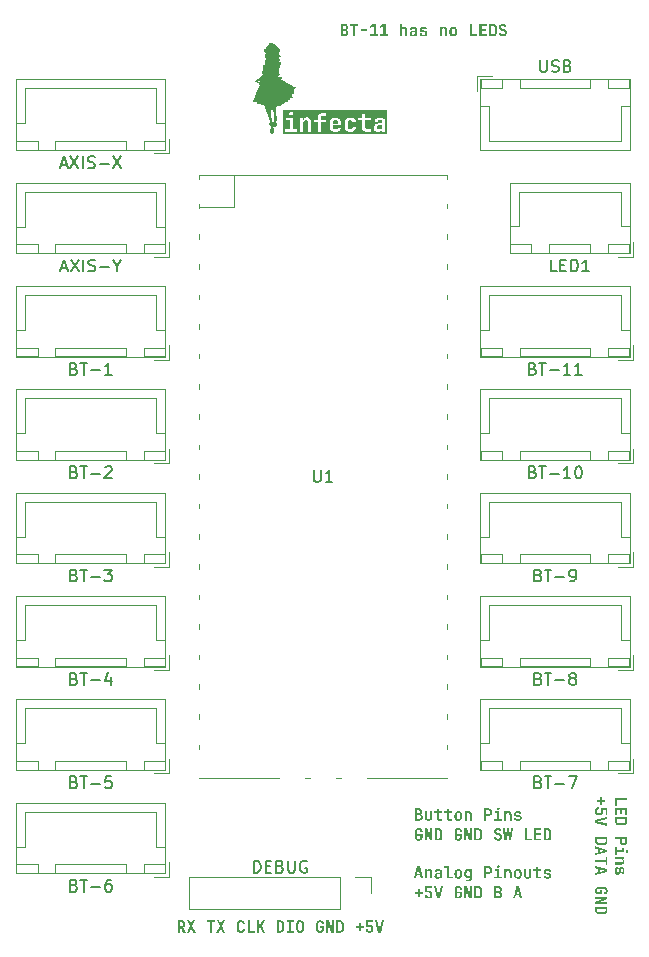
<source format=gbr>
%TF.GenerationSoftware,KiCad,Pcbnew,8.0.4*%
%TF.CreationDate,2024-08-04T12:08:38+08:00*%
%TF.ProjectId,pi_pico_shield,70695f70-6963-46f5-9f73-6869656c642e,rev?*%
%TF.SameCoordinates,Original*%
%TF.FileFunction,Legend,Top*%
%TF.FilePolarity,Positive*%
%FSLAX46Y46*%
G04 Gerber Fmt 4.6, Leading zero omitted, Abs format (unit mm)*
G04 Created by KiCad (PCBNEW 8.0.4) date 2024-08-04 12:08:38*
%MOMM*%
%LPD*%
G01*
G04 APERTURE LIST*
%ADD10C,0.000000*%
%ADD11C,0.300000*%
%ADD12C,0.250000*%
%ADD13C,0.150000*%
%ADD14C,0.120000*%
G04 APERTURE END LIST*
D10*
G36*
X39691020Y-19367640D02*
G01*
X39691914Y-19367812D01*
X39692865Y-19368115D01*
X39693879Y-19368548D01*
X39694959Y-19369109D01*
X39696110Y-19369798D01*
X39697337Y-19370613D01*
X39700036Y-19372621D01*
X39703092Y-19375125D01*
X39706539Y-19378118D01*
X39710414Y-19381592D01*
X39713361Y-19383961D01*
X39717312Y-19386664D01*
X39722201Y-19389671D01*
X39727962Y-19392951D01*
X39734526Y-19396471D01*
X39741828Y-19400201D01*
X39758378Y-19408169D01*
X39777076Y-19416604D01*
X39797389Y-19425257D01*
X39818782Y-19433882D01*
X39840721Y-19442228D01*
X39879867Y-19457342D01*
X39916592Y-19472948D01*
X39951090Y-19489151D01*
X39967565Y-19497510D01*
X39983555Y-19506059D01*
X39999086Y-19514810D01*
X40014181Y-19523777D01*
X40028865Y-19532973D01*
X40043161Y-19542412D01*
X40057094Y-19552106D01*
X40070688Y-19562069D01*
X40083968Y-19572315D01*
X40096958Y-19582857D01*
X40101369Y-19586407D01*
X40105754Y-19589694D01*
X40110100Y-19592714D01*
X40114400Y-19595465D01*
X40118644Y-19597942D01*
X40122822Y-19600142D01*
X40126924Y-19602062D01*
X40130942Y-19603697D01*
X40134865Y-19605044D01*
X40138684Y-19606100D01*
X40142390Y-19606862D01*
X40145973Y-19607324D01*
X40149423Y-19607485D01*
X40152732Y-19607340D01*
X40155889Y-19606886D01*
X40158885Y-19606119D01*
X40162507Y-19605053D01*
X40164183Y-19604631D01*
X40165771Y-19604285D01*
X40167274Y-19604020D01*
X40168694Y-19603837D01*
X40170033Y-19603739D01*
X40171293Y-19603729D01*
X40172477Y-19603810D01*
X40173585Y-19603983D01*
X40174622Y-19604253D01*
X40175588Y-19604621D01*
X40176487Y-19605090D01*
X40177319Y-19605663D01*
X40178087Y-19606343D01*
X40178794Y-19607132D01*
X40179442Y-19608033D01*
X40180032Y-19609048D01*
X40180567Y-19610180D01*
X40181049Y-19611433D01*
X40181480Y-19612808D01*
X40181862Y-19614308D01*
X40182197Y-19615936D01*
X40182489Y-19617695D01*
X40182738Y-19619587D01*
X40182946Y-19621614D01*
X40183252Y-19626088D01*
X40183423Y-19631138D01*
X40183476Y-19636785D01*
X40183565Y-19641478D01*
X40183832Y-19645914D01*
X40184277Y-19650093D01*
X40184900Y-19654016D01*
X40185703Y-19657684D01*
X40186683Y-19661096D01*
X40187843Y-19664252D01*
X40189181Y-19667154D01*
X40190699Y-19669802D01*
X40192396Y-19672195D01*
X40194272Y-19674335D01*
X40196328Y-19676221D01*
X40198564Y-19677854D01*
X40200980Y-19679234D01*
X40203576Y-19680362D01*
X40206352Y-19681238D01*
X40209170Y-19682207D01*
X40212206Y-19683684D01*
X40215441Y-19685640D01*
X40218855Y-19688048D01*
X40222428Y-19690878D01*
X40226140Y-19694104D01*
X40233906Y-19701629D01*
X40241993Y-19710400D01*
X40250247Y-19720192D01*
X40258509Y-19730783D01*
X40266622Y-19741948D01*
X40274431Y-19753463D01*
X40281776Y-19765106D01*
X40288502Y-19776651D01*
X40294451Y-19787876D01*
X40299467Y-19798557D01*
X40303391Y-19808470D01*
X40304896Y-19813069D01*
X40306068Y-19817392D01*
X40306890Y-19821410D01*
X40307340Y-19825098D01*
X40307523Y-19827188D01*
X40307760Y-19829184D01*
X40308054Y-19831088D01*
X40308410Y-19832902D01*
X40308832Y-19834630D01*
X40309324Y-19836274D01*
X40309891Y-19837835D01*
X40310537Y-19839318D01*
X40311265Y-19840725D01*
X40312081Y-19842057D01*
X40312987Y-19843319D01*
X40313989Y-19844511D01*
X40315091Y-19845638D01*
X40316296Y-19846701D01*
X40317610Y-19847703D01*
X40319036Y-19848647D01*
X40320578Y-19849535D01*
X40322240Y-19850370D01*
X40324028Y-19851154D01*
X40325944Y-19851891D01*
X40327993Y-19852582D01*
X40330180Y-19853230D01*
X40332509Y-19853838D01*
X40334983Y-19854409D01*
X40337606Y-19854945D01*
X40340384Y-19855448D01*
X40346419Y-19856367D01*
X40353121Y-19857188D01*
X40360523Y-19857931D01*
X40366645Y-19858599D01*
X40372589Y-19859466D01*
X40378347Y-19860530D01*
X40383914Y-19861787D01*
X40389285Y-19863234D01*
X40394452Y-19864870D01*
X40399410Y-19866691D01*
X40404153Y-19868694D01*
X40408676Y-19870878D01*
X40412971Y-19873239D01*
X40417034Y-19875774D01*
X40420857Y-19878481D01*
X40424436Y-19881357D01*
X40427764Y-19884399D01*
X40430835Y-19887605D01*
X40433643Y-19890972D01*
X40438855Y-19898382D01*
X40444001Y-19907014D01*
X40449026Y-19916667D01*
X40453870Y-19927137D01*
X40458476Y-19938223D01*
X40462787Y-19949723D01*
X40466746Y-19961435D01*
X40470294Y-19973157D01*
X40473374Y-19984687D01*
X40475928Y-19995823D01*
X40477899Y-20006364D01*
X40479230Y-20016106D01*
X40479862Y-20024849D01*
X40479739Y-20032390D01*
X40478802Y-20038527D01*
X40478011Y-20041006D01*
X40476995Y-20043058D01*
X40476043Y-20044735D01*
X40475081Y-20046696D01*
X40474117Y-20048915D01*
X40473156Y-20051369D01*
X40472205Y-20054033D01*
X40471271Y-20056884D01*
X40470360Y-20059896D01*
X40469478Y-20063046D01*
X40468633Y-20066309D01*
X40467830Y-20069662D01*
X40467076Y-20073080D01*
X40466378Y-20076538D01*
X40465743Y-20080014D01*
X40465176Y-20083482D01*
X40464685Y-20086918D01*
X40464275Y-20090298D01*
X40463650Y-20094849D01*
X40462784Y-20099371D01*
X40461685Y-20103855D01*
X40460364Y-20108292D01*
X40458830Y-20112673D01*
X40457093Y-20116989D01*
X40455162Y-20121230D01*
X40453047Y-20125389D01*
X40450757Y-20129455D01*
X40448302Y-20133420D01*
X40442937Y-20141010D01*
X40437027Y-20148088D01*
X40430650Y-20154581D01*
X40427310Y-20157585D01*
X40423883Y-20160416D01*
X40420376Y-20163065D01*
X40416801Y-20165523D01*
X40413167Y-20167780D01*
X40409483Y-20169828D01*
X40405759Y-20171658D01*
X40402005Y-20173260D01*
X40398229Y-20174627D01*
X40394443Y-20175747D01*
X40390655Y-20176614D01*
X40386875Y-20177217D01*
X40383113Y-20177548D01*
X40379378Y-20177597D01*
X40375680Y-20177356D01*
X40372028Y-20176816D01*
X40368501Y-20176195D01*
X40365187Y-20175720D01*
X40362084Y-20175390D01*
X40359194Y-20175202D01*
X40356516Y-20175154D01*
X40354051Y-20175244D01*
X40351799Y-20175470D01*
X40349761Y-20175829D01*
X40347937Y-20176320D01*
X40346327Y-20176941D01*
X40344931Y-20177689D01*
X40343750Y-20178562D01*
X40342784Y-20179559D01*
X40342034Y-20180677D01*
X40341499Y-20181913D01*
X40341181Y-20183267D01*
X40341079Y-20184735D01*
X40341193Y-20186316D01*
X40341524Y-20188007D01*
X40342073Y-20189807D01*
X40342839Y-20191714D01*
X40343823Y-20193724D01*
X40345026Y-20195837D01*
X40346446Y-20198050D01*
X40348086Y-20200361D01*
X40349945Y-20202767D01*
X40352023Y-20205268D01*
X40354321Y-20207860D01*
X40356839Y-20210541D01*
X40359578Y-20213310D01*
X40362537Y-20216164D01*
X40365718Y-20219102D01*
X40368489Y-20221860D01*
X40371459Y-20225286D01*
X40374602Y-20229330D01*
X40377890Y-20233943D01*
X40381297Y-20239075D01*
X40384794Y-20244677D01*
X40388355Y-20250699D01*
X40391952Y-20257092D01*
X40395559Y-20263806D01*
X40399148Y-20270792D01*
X40402691Y-20278000D01*
X40406163Y-20285381D01*
X40409536Y-20292885D01*
X40412782Y-20300463D01*
X40415874Y-20308065D01*
X40418785Y-20315642D01*
X40436096Y-20359940D01*
X40454321Y-20402722D01*
X40472750Y-20442636D01*
X40490669Y-20478327D01*
X40507367Y-20508443D01*
X40515035Y-20520987D01*
X40522132Y-20531629D01*
X40528567Y-20540201D01*
X40534252Y-20546534D01*
X40539098Y-20550457D01*
X40541179Y-20551463D01*
X40543016Y-20551803D01*
X40544796Y-20551880D01*
X40546619Y-20552107D01*
X40548473Y-20552476D01*
X40550344Y-20552979D01*
X40552219Y-20553609D01*
X40554084Y-20554359D01*
X40555926Y-20555219D01*
X40557731Y-20556184D01*
X40559486Y-20557245D01*
X40561177Y-20558394D01*
X40562792Y-20559624D01*
X40564316Y-20560928D01*
X40565736Y-20562298D01*
X40567039Y-20563725D01*
X40568211Y-20565203D01*
X40569239Y-20566723D01*
X40569796Y-20567671D01*
X40570268Y-20568572D01*
X40570654Y-20569427D01*
X40570955Y-20570237D01*
X40571169Y-20571001D01*
X40571297Y-20571720D01*
X40571338Y-20572394D01*
X40571292Y-20573022D01*
X40571158Y-20573606D01*
X40570936Y-20574144D01*
X40570625Y-20574638D01*
X40570226Y-20575087D01*
X40569737Y-20575491D01*
X40569159Y-20575852D01*
X40568491Y-20576167D01*
X40567732Y-20576439D01*
X40566883Y-20576666D01*
X40565942Y-20576850D01*
X40564910Y-20576990D01*
X40563786Y-20577086D01*
X40562570Y-20577138D01*
X40561261Y-20577147D01*
X40559859Y-20577113D01*
X40558364Y-20577035D01*
X40556775Y-20576914D01*
X40555091Y-20576751D01*
X40553313Y-20576544D01*
X40551441Y-20576295D01*
X40549472Y-20576003D01*
X40547408Y-20575669D01*
X40542991Y-20574873D01*
X40537903Y-20573978D01*
X40533230Y-20573332D01*
X40528943Y-20572947D01*
X40525017Y-20572836D01*
X40523181Y-20572888D01*
X40521425Y-20573014D01*
X40519745Y-20573215D01*
X40518138Y-20573493D01*
X40516602Y-20573850D01*
X40515132Y-20574287D01*
X40513725Y-20574806D01*
X40512378Y-20575409D01*
X40511088Y-20576097D01*
X40509851Y-20576872D01*
X40508663Y-20577736D01*
X40507522Y-20578690D01*
X40506424Y-20579737D01*
X40505366Y-20580876D01*
X40504344Y-20582111D01*
X40503355Y-20583444D01*
X40502395Y-20584874D01*
X40501462Y-20586405D01*
X40499661Y-20589775D01*
X40497925Y-20593566D01*
X40496227Y-20597792D01*
X40495012Y-20600858D01*
X40493701Y-20603918D01*
X40492307Y-20606954D01*
X40490841Y-20609945D01*
X40489317Y-20612872D01*
X40487746Y-20615716D01*
X40486140Y-20618459D01*
X40484513Y-20621080D01*
X40482876Y-20623560D01*
X40481242Y-20625881D01*
X40479623Y-20628022D01*
X40478032Y-20629965D01*
X40476481Y-20631690D01*
X40474983Y-20633178D01*
X40473549Y-20634410D01*
X40472192Y-20635366D01*
X40471543Y-20635728D01*
X40470942Y-20635983D01*
X40470389Y-20636134D01*
X40469885Y-20636180D01*
X40469428Y-20636126D01*
X40469018Y-20635972D01*
X40468656Y-20635720D01*
X40468342Y-20635372D01*
X40468075Y-20634930D01*
X40467854Y-20634396D01*
X40467681Y-20633771D01*
X40467555Y-20633057D01*
X40467475Y-20632257D01*
X40467442Y-20631372D01*
X40467455Y-20630403D01*
X40467514Y-20629353D01*
X40467620Y-20628224D01*
X40467772Y-20627017D01*
X40467969Y-20625734D01*
X40468212Y-20624377D01*
X40468500Y-20622948D01*
X40468834Y-20621449D01*
X40469638Y-20618246D01*
X40470622Y-20614784D01*
X40471784Y-20611077D01*
X40473125Y-20607139D01*
X40474642Y-20602986D01*
X40476956Y-20596713D01*
X40478920Y-20591036D01*
X40480525Y-20585900D01*
X40481762Y-20581253D01*
X40482621Y-20577042D01*
X40482906Y-20575082D01*
X40483093Y-20573212D01*
X40483182Y-20571424D01*
X40483170Y-20569712D01*
X40483057Y-20568068D01*
X40482841Y-20566487D01*
X40482522Y-20564961D01*
X40482098Y-20563485D01*
X40481569Y-20562050D01*
X40480932Y-20560652D01*
X40480187Y-20559282D01*
X40479333Y-20557935D01*
X40478368Y-20556603D01*
X40477292Y-20555280D01*
X40474800Y-20552636D01*
X40471847Y-20549947D01*
X40468425Y-20547162D01*
X40464524Y-20544227D01*
X40457925Y-20539487D01*
X40452024Y-20535501D01*
X40449313Y-20533807D01*
X40446748Y-20532321D01*
X40444320Y-20531049D01*
X40442019Y-20529998D01*
X40439836Y-20529174D01*
X40437762Y-20528583D01*
X40435787Y-20528233D01*
X40433902Y-20528128D01*
X40432097Y-20528277D01*
X40430362Y-20528684D01*
X40428689Y-20529358D01*
X40427068Y-20530303D01*
X40425488Y-20531526D01*
X40423942Y-20533035D01*
X40422419Y-20534834D01*
X40420910Y-20536932D01*
X40419405Y-20539333D01*
X40417895Y-20542045D01*
X40416370Y-20545074D01*
X40414822Y-20548426D01*
X40413240Y-20552107D01*
X40411615Y-20556125D01*
X40408199Y-20565195D01*
X40404497Y-20575687D01*
X40400434Y-20587652D01*
X40393913Y-20607424D01*
X40391376Y-20615595D01*
X40389330Y-20622758D01*
X40387782Y-20629018D01*
X40386737Y-20634475D01*
X40386203Y-20639232D01*
X40386129Y-20641381D01*
X40386185Y-20643393D01*
X40386372Y-20645281D01*
X40386690Y-20647058D01*
X40387141Y-20648737D01*
X40387724Y-20650331D01*
X40388442Y-20651853D01*
X40389294Y-20653315D01*
X40390282Y-20654729D01*
X40391407Y-20656110D01*
X40394067Y-20658821D01*
X40397283Y-20661549D01*
X40401059Y-20664397D01*
X40405403Y-20667467D01*
X40406724Y-20668426D01*
X40408027Y-20669454D01*
X40410578Y-20671707D01*
X40413041Y-20674201D01*
X40415405Y-20676910D01*
X40417656Y-20679810D01*
X40419780Y-20682875D01*
X40421764Y-20686079D01*
X40423596Y-20689397D01*
X40425262Y-20692804D01*
X40426748Y-20696275D01*
X40428042Y-20699783D01*
X40429131Y-20703303D01*
X40430000Y-20706811D01*
X40430637Y-20710281D01*
X40431030Y-20713687D01*
X40431130Y-20715358D01*
X40431163Y-20717004D01*
X40431535Y-20724797D01*
X40432614Y-20733029D01*
X40434348Y-20741598D01*
X40436684Y-20750399D01*
X40439569Y-20759331D01*
X40442951Y-20768290D01*
X40446777Y-20777173D01*
X40450994Y-20785877D01*
X40455549Y-20794299D01*
X40460389Y-20802337D01*
X40465463Y-20809886D01*
X40470716Y-20816845D01*
X40476097Y-20823110D01*
X40481552Y-20828578D01*
X40487029Y-20833146D01*
X40489759Y-20835060D01*
X40492475Y-20836711D01*
X40495805Y-20838634D01*
X40498713Y-20840453D01*
X40500009Y-20841332D01*
X40501201Y-20842196D01*
X40502289Y-20843047D01*
X40503273Y-20843890D01*
X40504155Y-20844727D01*
X40504934Y-20845562D01*
X40505611Y-20846399D01*
X40506186Y-20847240D01*
X40506660Y-20848090D01*
X40507034Y-20848952D01*
X40507307Y-20849828D01*
X40507481Y-20850723D01*
X40507555Y-20851640D01*
X40507530Y-20852582D01*
X40507408Y-20853552D01*
X40507187Y-20854555D01*
X40506869Y-20855594D01*
X40506454Y-20856671D01*
X40505942Y-20857791D01*
X40505335Y-20858956D01*
X40504632Y-20860171D01*
X40503834Y-20861438D01*
X40502941Y-20862761D01*
X40501954Y-20864143D01*
X40499700Y-20867100D01*
X40497074Y-20870336D01*
X40494444Y-20873636D01*
X40493282Y-20875212D01*
X40492224Y-20876746D01*
X40491272Y-20878244D01*
X40490426Y-20879713D01*
X40489690Y-20881158D01*
X40489063Y-20882585D01*
X40488547Y-20884000D01*
X40488144Y-20885410D01*
X40487856Y-20886820D01*
X40487682Y-20888235D01*
X40487626Y-20889663D01*
X40487689Y-20891109D01*
X40487871Y-20892578D01*
X40488174Y-20894078D01*
X40488600Y-20895613D01*
X40489151Y-20897191D01*
X40489826Y-20898816D01*
X40490629Y-20900495D01*
X40491561Y-20902233D01*
X40492622Y-20904037D01*
X40493814Y-20905913D01*
X40495139Y-20907867D01*
X40496598Y-20909904D01*
X40498193Y-20912031D01*
X40501795Y-20916576D01*
X40505956Y-20921552D01*
X40510687Y-20927005D01*
X40541887Y-20962476D01*
X40502110Y-20926623D01*
X40497977Y-20922971D01*
X40493801Y-20919421D01*
X40489611Y-20915992D01*
X40485434Y-20912703D01*
X40481301Y-20909570D01*
X40477238Y-20906614D01*
X40473274Y-20903852D01*
X40469438Y-20901303D01*
X40465758Y-20898985D01*
X40462262Y-20896916D01*
X40458979Y-20895115D01*
X40455937Y-20893600D01*
X40453164Y-20892390D01*
X40450689Y-20891503D01*
X40448541Y-20890957D01*
X40446747Y-20890771D01*
X40445028Y-20890870D01*
X40443409Y-20891160D01*
X40441890Y-20891630D01*
X40440473Y-20892270D01*
X40439157Y-20893069D01*
X40437943Y-20894016D01*
X40436832Y-20895102D01*
X40435825Y-20896316D01*
X40434922Y-20897647D01*
X40434123Y-20899084D01*
X40433429Y-20900618D01*
X40432842Y-20902237D01*
X40432360Y-20903931D01*
X40431986Y-20905690D01*
X40431719Y-20907503D01*
X40431560Y-20909360D01*
X40431510Y-20911249D01*
X40431570Y-20913161D01*
X40431739Y-20915085D01*
X40432018Y-20917011D01*
X40432409Y-20918927D01*
X40432912Y-20920824D01*
X40433526Y-20922690D01*
X40434254Y-20924517D01*
X40435095Y-20926292D01*
X40436050Y-20928005D01*
X40437119Y-20929646D01*
X40438304Y-20931205D01*
X40439605Y-20932670D01*
X40441022Y-20934031D01*
X40442556Y-20935279D01*
X40444207Y-20936401D01*
X40446416Y-20937878D01*
X40448426Y-20939447D01*
X40450240Y-20941097D01*
X40451862Y-20942817D01*
X40453294Y-20944596D01*
X40454540Y-20946424D01*
X40455603Y-20948290D01*
X40456486Y-20950183D01*
X40457193Y-20952093D01*
X40457727Y-20954008D01*
X40458091Y-20955918D01*
X40458289Y-20957813D01*
X40458323Y-20959681D01*
X40458197Y-20961512D01*
X40457914Y-20963295D01*
X40457478Y-20965019D01*
X40456891Y-20966673D01*
X40456157Y-20968248D01*
X40455280Y-20969732D01*
X40454261Y-20971114D01*
X40453106Y-20972383D01*
X40451816Y-20973530D01*
X40450395Y-20974543D01*
X40448847Y-20975411D01*
X40447175Y-20976124D01*
X40445381Y-20976670D01*
X40443469Y-20977040D01*
X40441443Y-20977223D01*
X40439306Y-20977207D01*
X40437060Y-20976982D01*
X40434709Y-20976537D01*
X40432257Y-20975862D01*
X40429741Y-20975152D01*
X40427253Y-20974622D01*
X40424800Y-20974265D01*
X40422389Y-20974074D01*
X40420028Y-20974042D01*
X40417722Y-20974163D01*
X40415479Y-20974429D01*
X40413307Y-20974832D01*
X40411211Y-20975367D01*
X40409199Y-20976027D01*
X40407279Y-20976803D01*
X40405456Y-20977689D01*
X40403739Y-20978679D01*
X40402133Y-20979765D01*
X40400647Y-20980940D01*
X40399286Y-20982197D01*
X40398059Y-20983530D01*
X40396971Y-20984931D01*
X40396030Y-20986393D01*
X40395244Y-20987909D01*
X40394618Y-20989472D01*
X40394160Y-20991076D01*
X40393877Y-20992713D01*
X40393776Y-20994376D01*
X40393864Y-20996058D01*
X40394147Y-20997753D01*
X40394634Y-20999453D01*
X40395331Y-21001151D01*
X40396244Y-21002841D01*
X40397381Y-21004514D01*
X40398749Y-21006166D01*
X40400355Y-21007787D01*
X40401065Y-21008311D01*
X40402031Y-21008805D01*
X40404698Y-21009705D01*
X40408298Y-21010488D01*
X40412774Y-21011151D01*
X40418067Y-21011693D01*
X40424119Y-21012115D01*
X40430873Y-21012415D01*
X40438269Y-21012592D01*
X40446251Y-21012645D01*
X40454759Y-21012574D01*
X40463737Y-21012377D01*
X40473125Y-21012053D01*
X40492902Y-21011023D01*
X40503174Y-21010315D01*
X40513625Y-21009477D01*
X40534253Y-21007941D01*
X40553759Y-21006928D01*
X40571695Y-21006430D01*
X40587616Y-21006440D01*
X40601077Y-21006949D01*
X40611633Y-21007950D01*
X40615682Y-21008633D01*
X40618838Y-21009435D01*
X40621044Y-21010357D01*
X40622246Y-21011397D01*
X40622506Y-21012107D01*
X40622606Y-21013127D01*
X40622345Y-21016067D01*
X40621489Y-21020146D01*
X40620066Y-21025297D01*
X40618103Y-21031451D01*
X40615627Y-21038539D01*
X40612667Y-21046491D01*
X40609250Y-21055241D01*
X40601152Y-21074852D01*
X40591555Y-21096824D01*
X40580676Y-21120605D01*
X40568736Y-21145644D01*
X40557693Y-21169171D01*
X40547392Y-21192793D01*
X40537854Y-21216419D01*
X40529099Y-21239956D01*
X40521149Y-21263312D01*
X40514025Y-21286395D01*
X40507746Y-21309112D01*
X40502335Y-21331371D01*
X40497811Y-21353080D01*
X40494197Y-21374146D01*
X40491512Y-21394478D01*
X40489777Y-21413983D01*
X40489014Y-21432569D01*
X40489243Y-21450143D01*
X40490485Y-21466613D01*
X40492761Y-21481887D01*
X40493387Y-21485479D01*
X40493916Y-21489178D01*
X40494349Y-21492955D01*
X40494686Y-21496782D01*
X40494929Y-21500632D01*
X40495077Y-21504476D01*
X40495131Y-21508286D01*
X40495093Y-21512035D01*
X40494963Y-21515694D01*
X40494741Y-21519236D01*
X40494429Y-21522632D01*
X40494026Y-21525855D01*
X40493535Y-21528877D01*
X40492954Y-21531669D01*
X40492286Y-21534203D01*
X40491531Y-21536452D01*
X40490302Y-21539232D01*
X40488897Y-21541656D01*
X40487326Y-21543733D01*
X40485603Y-21545472D01*
X40483739Y-21546880D01*
X40481747Y-21547966D01*
X40479639Y-21548739D01*
X40477426Y-21549207D01*
X40475122Y-21549378D01*
X40472738Y-21549260D01*
X40470286Y-21548862D01*
X40467778Y-21548193D01*
X40465228Y-21547260D01*
X40462646Y-21546072D01*
X40460045Y-21544637D01*
X40457437Y-21542964D01*
X40454835Y-21541060D01*
X40452250Y-21538935D01*
X40449694Y-21536597D01*
X40447181Y-21534054D01*
X40444721Y-21531314D01*
X40442327Y-21528386D01*
X40440012Y-21525278D01*
X40437786Y-21521998D01*
X40435664Y-21518555D01*
X40433656Y-21514957D01*
X40431774Y-21511213D01*
X40430032Y-21507330D01*
X40428441Y-21503318D01*
X40427013Y-21499184D01*
X40425761Y-21494937D01*
X40424696Y-21490586D01*
X40423426Y-21485129D01*
X40422112Y-21480099D01*
X40420761Y-21475491D01*
X40419381Y-21471303D01*
X40417979Y-21467529D01*
X40416561Y-21464166D01*
X40415134Y-21461208D01*
X40413707Y-21458652D01*
X40412286Y-21456494D01*
X40410878Y-21454728D01*
X40409490Y-21453352D01*
X40408129Y-21452360D01*
X40406803Y-21451749D01*
X40405518Y-21451514D01*
X40404282Y-21451651D01*
X40403102Y-21452156D01*
X40401985Y-21453024D01*
X40400938Y-21454252D01*
X40399968Y-21455834D01*
X40399082Y-21457767D01*
X40398287Y-21460047D01*
X40397591Y-21462669D01*
X40397000Y-21465629D01*
X40396523Y-21468922D01*
X40396165Y-21472545D01*
X40395933Y-21476493D01*
X40395836Y-21480762D01*
X40395880Y-21485348D01*
X40396073Y-21490247D01*
X40396420Y-21495453D01*
X40396930Y-21500964D01*
X40397610Y-21506774D01*
X40409404Y-21606136D01*
X40420774Y-21715964D01*
X40430755Y-21826310D01*
X40438382Y-21927230D01*
X40446992Y-22057602D01*
X40396263Y-22116271D01*
X40376434Y-22139783D01*
X40358230Y-22162509D01*
X40341972Y-22183977D01*
X40327981Y-22203716D01*
X40316578Y-22221256D01*
X40311946Y-22229053D01*
X40308083Y-22236124D01*
X40305026Y-22242409D01*
X40302817Y-22247850D01*
X40301496Y-22252388D01*
X40301103Y-22255964D01*
X40301187Y-22256536D01*
X40301402Y-22257194D01*
X40301743Y-22257934D01*
X40302207Y-22258754D01*
X40302791Y-22259651D01*
X40303492Y-22260622D01*
X40305231Y-22262772D01*
X40307398Y-22265181D01*
X40309967Y-22267826D01*
X40312913Y-22270683D01*
X40316209Y-22273729D01*
X40319829Y-22276940D01*
X40323748Y-22280292D01*
X40327939Y-22283762D01*
X40332377Y-22287327D01*
X40337036Y-22290962D01*
X40341890Y-22294644D01*
X40346912Y-22298349D01*
X40352077Y-22302054D01*
X40359600Y-22307252D01*
X40366795Y-22311949D01*
X40373741Y-22316168D01*
X40380519Y-22319932D01*
X40387209Y-22323264D01*
X40393890Y-22326186D01*
X40400644Y-22328721D01*
X40407549Y-22330893D01*
X40414687Y-22332724D01*
X40422137Y-22334236D01*
X40429980Y-22335453D01*
X40438295Y-22336398D01*
X40447164Y-22337093D01*
X40456665Y-22337561D01*
X40466879Y-22337825D01*
X40477886Y-22337908D01*
X40486862Y-22337827D01*
X40495484Y-22337586D01*
X40503742Y-22337185D01*
X40511631Y-22336627D01*
X40519142Y-22335913D01*
X40526270Y-22335044D01*
X40533005Y-22334021D01*
X40539343Y-22332847D01*
X40545274Y-22331522D01*
X40550793Y-22330047D01*
X40555891Y-22328426D01*
X40560563Y-22326657D01*
X40564799Y-22324744D01*
X40568594Y-22322688D01*
X40571941Y-22320490D01*
X40574831Y-22318151D01*
X40578354Y-22315040D01*
X40581606Y-22312369D01*
X40583148Y-22311200D01*
X40584643Y-22310143D01*
X40586100Y-22309200D01*
X40587524Y-22308371D01*
X40588923Y-22307656D01*
X40590303Y-22307058D01*
X40591673Y-22306576D01*
X40593038Y-22306211D01*
X40594407Y-22305965D01*
X40595785Y-22305839D01*
X40597181Y-22305832D01*
X40598601Y-22305946D01*
X40600053Y-22306182D01*
X40601542Y-22306541D01*
X40603077Y-22307024D01*
X40604665Y-22307630D01*
X40606312Y-22308362D01*
X40608026Y-22309221D01*
X40609814Y-22310206D01*
X40611683Y-22311319D01*
X40613639Y-22312561D01*
X40615690Y-22313932D01*
X40620106Y-22317067D01*
X40624987Y-22320731D01*
X40630388Y-22324930D01*
X40634276Y-22328140D01*
X40637954Y-22331485D01*
X40641417Y-22334955D01*
X40644661Y-22338541D01*
X40647679Y-22342233D01*
X40650466Y-22346021D01*
X40653018Y-22349896D01*
X40655328Y-22353848D01*
X40657392Y-22357866D01*
X40659203Y-22361942D01*
X40660757Y-22366066D01*
X40662049Y-22370227D01*
X40663073Y-22374417D01*
X40663823Y-22378624D01*
X40664294Y-22382841D01*
X40664482Y-22387056D01*
X40664632Y-22394740D01*
X40664920Y-22402937D01*
X40665331Y-22411394D01*
X40665846Y-22419858D01*
X40666450Y-22428077D01*
X40667125Y-22435797D01*
X40667854Y-22442765D01*
X40668621Y-22448729D01*
X40669084Y-22452498D01*
X40669229Y-22454241D01*
X40669313Y-22455892D01*
X40669333Y-22457452D01*
X40669287Y-22458925D01*
X40669171Y-22460311D01*
X40668985Y-22461613D01*
X40668725Y-22462832D01*
X40668388Y-22463970D01*
X40667972Y-22465029D01*
X40667475Y-22466012D01*
X40666895Y-22466919D01*
X40666227Y-22467753D01*
X40665471Y-22468515D01*
X40664623Y-22469208D01*
X40663681Y-22469833D01*
X40662642Y-22470392D01*
X40661504Y-22470888D01*
X40660265Y-22471321D01*
X40658921Y-22471694D01*
X40657470Y-22472008D01*
X40655911Y-22472266D01*
X40654239Y-22472469D01*
X40652454Y-22472620D01*
X40650551Y-22472719D01*
X40646385Y-22472772D01*
X40641722Y-22472645D01*
X40636540Y-22472350D01*
X40631294Y-22472056D01*
X40626562Y-22471944D01*
X40622318Y-22472032D01*
X40618540Y-22472338D01*
X40616817Y-22472579D01*
X40615202Y-22472881D01*
X40613691Y-22473247D01*
X40612281Y-22473680D01*
X40610969Y-22474181D01*
X40609753Y-22474752D01*
X40608628Y-22475397D01*
X40607593Y-22476116D01*
X40606644Y-22476914D01*
X40605777Y-22477791D01*
X40604991Y-22478751D01*
X40604282Y-22479795D01*
X40603647Y-22480926D01*
X40603083Y-22482146D01*
X40602588Y-22483457D01*
X40602157Y-22484863D01*
X40601788Y-22486364D01*
X40601478Y-22487963D01*
X40601023Y-22491466D01*
X40600767Y-22495390D01*
X40600688Y-22499753D01*
X40600739Y-22502012D01*
X40600900Y-22504211D01*
X40601176Y-22506357D01*
X40601577Y-22508455D01*
X40602110Y-22510511D01*
X40602783Y-22512533D01*
X40603604Y-22514525D01*
X40604581Y-22516493D01*
X40605722Y-22518445D01*
X40607034Y-22520385D01*
X40608525Y-22522320D01*
X40610203Y-22524256D01*
X40612077Y-22526199D01*
X40614154Y-22528156D01*
X40616441Y-22530131D01*
X40618947Y-22532132D01*
X40621680Y-22534163D01*
X40624647Y-22536233D01*
X40627856Y-22538345D01*
X40631316Y-22540507D01*
X40635034Y-22542724D01*
X40639017Y-22545003D01*
X40647814Y-22549769D01*
X40657768Y-22554854D01*
X40668943Y-22560307D01*
X40681402Y-22566175D01*
X40695208Y-22572507D01*
X40770075Y-22607068D01*
X40840039Y-22640601D01*
X40905496Y-22673319D01*
X40966840Y-22705432D01*
X41024466Y-22737153D01*
X41078768Y-22768693D01*
X41130142Y-22800264D01*
X41178981Y-22832077D01*
X41207678Y-22851011D01*
X41238154Y-22870539D01*
X41269476Y-22890101D01*
X41300714Y-22909137D01*
X41330935Y-22927086D01*
X41359207Y-22943386D01*
X41384598Y-22957478D01*
X41406178Y-22968801D01*
X41425769Y-22978977D01*
X41445465Y-22989783D01*
X41464733Y-23000889D01*
X41483040Y-23011964D01*
X41499855Y-23022679D01*
X41514644Y-23032702D01*
X41526874Y-23041704D01*
X41531864Y-23045718D01*
X41536014Y-23049353D01*
X41540324Y-23052968D01*
X41545760Y-23056901D01*
X41552241Y-23061114D01*
X41559686Y-23065570D01*
X41568017Y-23070231D01*
X41577151Y-23075058D01*
X41587010Y-23080015D01*
X41597513Y-23085063D01*
X41608579Y-23090165D01*
X41620129Y-23095283D01*
X41644357Y-23105415D01*
X41656875Y-23110354D01*
X41669556Y-23115158D01*
X41682318Y-23119788D01*
X41695082Y-23124208D01*
X41719905Y-23132862D01*
X41743243Y-23141517D01*
X41764573Y-23149943D01*
X41783372Y-23157908D01*
X41799114Y-23165182D01*
X41811278Y-23171534D01*
X41815853Y-23174292D01*
X41819338Y-23176732D01*
X41821666Y-23178826D01*
X41822771Y-23180545D01*
X41823022Y-23182257D01*
X41822839Y-23184325D01*
X41822244Y-23186725D01*
X41821256Y-23189435D01*
X41819897Y-23192432D01*
X41818187Y-23195693D01*
X41813793Y-23202918D01*
X41808238Y-23210926D01*
X41801685Y-23219536D01*
X41794297Y-23228566D01*
X41786237Y-23237832D01*
X41777668Y-23247154D01*
X41768752Y-23256349D01*
X41759654Y-23265234D01*
X41750535Y-23273627D01*
X41741559Y-23281347D01*
X41732889Y-23288210D01*
X41724688Y-23294036D01*
X41717119Y-23298641D01*
X41713211Y-23300846D01*
X41711444Y-23301911D01*
X41709801Y-23302962D01*
X41708281Y-23304008D01*
X41706882Y-23305055D01*
X41705605Y-23306114D01*
X41704448Y-23307192D01*
X41703409Y-23308298D01*
X41702490Y-23309439D01*
X41701687Y-23310625D01*
X41701001Y-23311862D01*
X41700430Y-23313161D01*
X41699974Y-23314529D01*
X41699631Y-23315974D01*
X41699402Y-23317504D01*
X41699284Y-23319129D01*
X41699277Y-23320856D01*
X41699379Y-23322693D01*
X41699591Y-23324650D01*
X41699912Y-23326733D01*
X41700339Y-23328953D01*
X41700873Y-23331315D01*
X41701512Y-23333830D01*
X41702255Y-23336506D01*
X41703102Y-23339350D01*
X41705104Y-23345578D01*
X41707508Y-23352580D01*
X41710309Y-23360424D01*
X41713200Y-23368513D01*
X41715672Y-23375715D01*
X41717709Y-23382117D01*
X41719296Y-23387804D01*
X41720417Y-23392863D01*
X41720799Y-23395183D01*
X41721058Y-23397379D01*
X41721193Y-23399461D01*
X41721203Y-23401440D01*
X41721085Y-23403326D01*
X41720836Y-23405130D01*
X41720457Y-23406863D01*
X41719944Y-23408536D01*
X41719295Y-23410160D01*
X41718509Y-23411745D01*
X41717583Y-23413302D01*
X41716517Y-23414842D01*
X41715307Y-23416376D01*
X41713953Y-23417914D01*
X41710801Y-23421047D01*
X41707046Y-23424326D01*
X41702673Y-23427838D01*
X41697667Y-23431670D01*
X41692853Y-23435381D01*
X41688622Y-23438854D01*
X41686719Y-23440526D01*
X41684954Y-23442168D01*
X41683327Y-23443788D01*
X41681833Y-23445398D01*
X41680472Y-23447006D01*
X41679241Y-23448622D01*
X41678137Y-23450256D01*
X41677159Y-23451916D01*
X41676304Y-23453614D01*
X41675570Y-23455359D01*
X41674954Y-23457159D01*
X41674456Y-23459025D01*
X41674071Y-23460967D01*
X41673799Y-23462993D01*
X41673636Y-23465114D01*
X41673581Y-23467339D01*
X41673631Y-23469678D01*
X41673784Y-23472141D01*
X41674039Y-23474737D01*
X41674392Y-23477475D01*
X41674841Y-23480365D01*
X41675385Y-23483418D01*
X41676745Y-23490047D01*
X41678456Y-23497439D01*
X41680499Y-23505670D01*
X41683291Y-23517499D01*
X41686235Y-23531501D01*
X41689245Y-23547159D01*
X41692230Y-23563954D01*
X41695103Y-23581368D01*
X41697775Y-23598881D01*
X41700157Y-23615975D01*
X41702161Y-23632131D01*
X41710811Y-23707355D01*
X41667469Y-23724994D01*
X41657373Y-23728862D01*
X41645268Y-23733097D01*
X41631611Y-23737564D01*
X41616859Y-23742123D01*
X41601470Y-23746638D01*
X41585899Y-23750971D01*
X41570605Y-23754985D01*
X41556044Y-23758541D01*
X41534935Y-23763687D01*
X41526188Y-23766072D01*
X41518529Y-23768426D01*
X41511870Y-23770820D01*
X41506122Y-23773323D01*
X41503563Y-23774638D01*
X41501198Y-23776006D01*
X41499018Y-23777438D01*
X41497010Y-23778941D01*
X41495165Y-23780524D01*
X41493470Y-23782196D01*
X41491915Y-23783967D01*
X41490490Y-23785844D01*
X41489182Y-23787837D01*
X41487981Y-23789954D01*
X41485856Y-23794597D01*
X41484026Y-23799843D01*
X41482405Y-23805763D01*
X41480902Y-23812427D01*
X41479432Y-23819907D01*
X41478633Y-23824684D01*
X41477997Y-23829616D01*
X41477521Y-23834664D01*
X41477202Y-23839790D01*
X41477037Y-23844957D01*
X41477025Y-23850126D01*
X41477162Y-23855261D01*
X41477445Y-23860323D01*
X41477871Y-23865274D01*
X41478439Y-23870077D01*
X41479145Y-23874694D01*
X41479986Y-23879086D01*
X41480960Y-23883217D01*
X41482064Y-23887047D01*
X41483296Y-23890541D01*
X41484652Y-23893659D01*
X41486096Y-23896806D01*
X41487586Y-23900388D01*
X41490659Y-23908687D01*
X41493778Y-23918231D01*
X41496853Y-23928694D01*
X41499793Y-23939748D01*
X41502506Y-23951068D01*
X41504900Y-23962327D01*
X41506886Y-23973200D01*
X41507928Y-23979160D01*
X41508996Y-23984628D01*
X41510088Y-23989600D01*
X41511204Y-23994073D01*
X41512341Y-23998043D01*
X41513497Y-24001508D01*
X41514671Y-24004464D01*
X41515861Y-24006908D01*
X41517066Y-24008838D01*
X41518283Y-24010249D01*
X41518896Y-24010759D01*
X41519511Y-24011139D01*
X41520128Y-24011388D01*
X41520748Y-24011505D01*
X41521369Y-24011490D01*
X41521992Y-24011343D01*
X41522617Y-24011063D01*
X41523242Y-24010650D01*
X41523869Y-24010104D01*
X41524496Y-24009424D01*
X41525752Y-24007660D01*
X41526459Y-24006539D01*
X41527153Y-24005486D01*
X41527834Y-24004503D01*
X41528504Y-24003590D01*
X41529162Y-24002745D01*
X41529810Y-24001970D01*
X41530448Y-24001264D01*
X41531077Y-24000627D01*
X41531698Y-24000059D01*
X41532311Y-23999559D01*
X41532918Y-23999129D01*
X41533518Y-23998767D01*
X41534114Y-23998474D01*
X41534704Y-23998250D01*
X41535291Y-23998094D01*
X41535875Y-23998007D01*
X41536456Y-23997988D01*
X41537036Y-23998037D01*
X41537615Y-23998155D01*
X41538194Y-23998341D01*
X41538773Y-23998595D01*
X41539354Y-23998917D01*
X41539937Y-23999307D01*
X41540522Y-23999766D01*
X41541111Y-24000292D01*
X41541705Y-24000886D01*
X41542303Y-24001548D01*
X41542907Y-24002277D01*
X41543518Y-24003074D01*
X41544136Y-24003939D01*
X41544762Y-24004871D01*
X41545396Y-24005870D01*
X41545849Y-24006667D01*
X41546250Y-24007508D01*
X41546601Y-24008391D01*
X41546902Y-24009313D01*
X41547153Y-24010274D01*
X41547356Y-24011269D01*
X41547510Y-24012297D01*
X41547616Y-24013356D01*
X41547688Y-24015556D01*
X41547575Y-24017850D01*
X41547281Y-24020220D01*
X41546812Y-24022648D01*
X41546171Y-24025115D01*
X41545362Y-24027602D01*
X41544391Y-24030091D01*
X41543262Y-24032564D01*
X41541978Y-24035002D01*
X41540545Y-24037386D01*
X41538966Y-24039699D01*
X41537247Y-24041921D01*
X41532272Y-24047155D01*
X41525873Y-24052641D01*
X41518228Y-24058299D01*
X41509515Y-24064047D01*
X41499910Y-24069806D01*
X41489592Y-24075494D01*
X41478737Y-24081031D01*
X41467523Y-24086335D01*
X41456129Y-24091326D01*
X41444730Y-24095922D01*
X41433505Y-24100044D01*
X41422631Y-24103611D01*
X41412285Y-24106541D01*
X41402645Y-24108754D01*
X41393889Y-24110168D01*
X41386194Y-24110704D01*
X41383206Y-24110808D01*
X41380302Y-24111040D01*
X41377496Y-24111394D01*
X41374804Y-24111863D01*
X41372242Y-24112440D01*
X41369823Y-24113119D01*
X41367563Y-24113892D01*
X41365477Y-24114754D01*
X41363580Y-24115698D01*
X41361888Y-24116716D01*
X41360414Y-24117802D01*
X41359175Y-24118950D01*
X41358184Y-24120153D01*
X41357788Y-24120773D01*
X41357459Y-24121404D01*
X41357199Y-24122046D01*
X41357012Y-24122696D01*
X41356898Y-24123356D01*
X41356860Y-24124024D01*
X41356838Y-24124692D01*
X41356772Y-24125352D01*
X41356665Y-24126002D01*
X41356516Y-24126643D01*
X41356326Y-24127272D01*
X41356098Y-24127890D01*
X41355832Y-24128495D01*
X41355529Y-24129086D01*
X41355190Y-24129664D01*
X41354817Y-24130226D01*
X41354409Y-24130772D01*
X41353970Y-24131301D01*
X41353498Y-24131813D01*
X41352996Y-24132306D01*
X41352465Y-24132780D01*
X41351906Y-24133233D01*
X41351320Y-24133666D01*
X41350707Y-24134077D01*
X41350070Y-24134465D01*
X41349408Y-24134829D01*
X41348724Y-24135170D01*
X41348018Y-24135485D01*
X41347291Y-24135774D01*
X41346545Y-24136036D01*
X41345780Y-24136270D01*
X41344998Y-24136476D01*
X41344200Y-24136653D01*
X41343386Y-24136799D01*
X41342558Y-24136914D01*
X41341717Y-24136998D01*
X41340864Y-24137048D01*
X41340000Y-24137065D01*
X41339119Y-24137121D01*
X41338218Y-24137285D01*
X41337297Y-24137556D01*
X41336359Y-24137930D01*
X41335406Y-24138405D01*
X41334438Y-24138979D01*
X41333459Y-24139647D01*
X41332470Y-24140409D01*
X41331473Y-24141260D01*
X41330470Y-24142199D01*
X41329463Y-24143222D01*
X41328454Y-24144327D01*
X41327443Y-24145512D01*
X41326435Y-24146772D01*
X41325429Y-24148107D01*
X41324429Y-24149512D01*
X41322452Y-24152525D01*
X41320518Y-24155789D01*
X41318642Y-24159283D01*
X41316840Y-24162985D01*
X41315126Y-24166872D01*
X41313516Y-24170925D01*
X41312024Y-24175120D01*
X41310665Y-24179436D01*
X41308576Y-24186344D01*
X41306576Y-24192450D01*
X41304597Y-24197799D01*
X41303595Y-24200202D01*
X41302571Y-24202432D01*
X41301519Y-24204495D01*
X41300430Y-24206394D01*
X41299294Y-24208137D01*
X41298104Y-24209728D01*
X41296850Y-24211173D01*
X41295525Y-24212477D01*
X41294120Y-24213646D01*
X41292626Y-24214685D01*
X41291035Y-24215599D01*
X41289338Y-24216393D01*
X41287526Y-24217074D01*
X41285592Y-24217647D01*
X41283526Y-24218117D01*
X41281320Y-24218489D01*
X41278966Y-24218768D01*
X41276454Y-24218961D01*
X41270925Y-24219109D01*
X41264665Y-24218974D01*
X41257606Y-24218601D01*
X41249679Y-24218032D01*
X41241916Y-24217477D01*
X41234989Y-24217111D01*
X41228840Y-24216967D01*
X41223411Y-24217079D01*
X41218642Y-24217480D01*
X41216487Y-24217799D01*
X41214476Y-24218204D01*
X41212601Y-24218697D01*
X41210854Y-24219285D01*
X41209229Y-24219969D01*
X41207718Y-24220756D01*
X41206314Y-24221648D01*
X41205010Y-24222651D01*
X41203797Y-24223769D01*
X41202670Y-24225005D01*
X41201620Y-24226363D01*
X41200641Y-24227849D01*
X41199725Y-24229467D01*
X41198865Y-24231219D01*
X41197282Y-24235148D01*
X41195835Y-24239669D01*
X41194465Y-24244817D01*
X41193113Y-24250624D01*
X41185699Y-24282910D01*
X41178430Y-24311664D01*
X41171105Y-24337070D01*
X41163519Y-24359316D01*
X41155471Y-24378586D01*
X41151211Y-24387164D01*
X41146759Y-24395067D01*
X41142090Y-24402319D01*
X41137179Y-24408943D01*
X41132000Y-24414963D01*
X41126529Y-24420401D01*
X41120739Y-24425280D01*
X41114606Y-24429625D01*
X41108104Y-24433458D01*
X41101209Y-24436802D01*
X41093893Y-24439680D01*
X41086133Y-24442117D01*
X41077903Y-24444134D01*
X41069178Y-24445755D01*
X41050140Y-24447903D01*
X41028817Y-24448746D01*
X41005006Y-24448469D01*
X40978504Y-24447258D01*
X40874428Y-24441239D01*
X40841308Y-24497751D01*
X40834847Y-24508414D01*
X40828637Y-24517859D01*
X40825605Y-24522132D01*
X40822612Y-24526109D01*
X40819648Y-24529793D01*
X40816706Y-24533186D01*
X40813778Y-24536292D01*
X40810854Y-24539113D01*
X40807927Y-24541652D01*
X40804988Y-24543911D01*
X40802030Y-24545894D01*
X40799043Y-24547603D01*
X40796021Y-24549041D01*
X40792953Y-24550211D01*
X40789833Y-24551116D01*
X40786652Y-24551757D01*
X40783401Y-24552139D01*
X40780072Y-24552263D01*
X40776658Y-24552134D01*
X40773149Y-24551752D01*
X40769538Y-24551122D01*
X40765817Y-24550246D01*
X40761976Y-24549126D01*
X40758008Y-24547766D01*
X40753904Y-24546168D01*
X40749657Y-24544335D01*
X40745257Y-24542270D01*
X40740698Y-24539976D01*
X40731064Y-24534709D01*
X40723724Y-24530585D01*
X40717056Y-24526994D01*
X40711032Y-24523938D01*
X40705625Y-24521413D01*
X40700808Y-24519420D01*
X40696553Y-24517956D01*
X40692833Y-24517020D01*
X40691165Y-24516749D01*
X40689620Y-24516610D01*
X40688196Y-24516603D01*
X40686888Y-24516727D01*
X40685693Y-24516981D01*
X40684609Y-24517367D01*
X40683630Y-24517883D01*
X40682755Y-24518530D01*
X40681979Y-24519307D01*
X40681300Y-24520215D01*
X40680713Y-24521252D01*
X40680215Y-24522419D01*
X40679804Y-24523716D01*
X40679475Y-24525142D01*
X40679050Y-24528383D01*
X40678915Y-24532140D01*
X40677812Y-24538941D01*
X40674674Y-24549214D01*
X40669753Y-24562452D01*
X40663304Y-24578144D01*
X40646835Y-24614855D01*
X40627296Y-24655276D01*
X40606719Y-24695335D01*
X40587132Y-24730959D01*
X40578344Y-24745836D01*
X40570565Y-24758076D01*
X40564048Y-24767172D01*
X40559048Y-24772614D01*
X40557549Y-24773805D01*
X40556028Y-24774905D01*
X40554478Y-24775915D01*
X40552890Y-24776833D01*
X40551257Y-24777658D01*
X40549573Y-24778390D01*
X40547828Y-24779027D01*
X40546016Y-24779569D01*
X40544128Y-24780015D01*
X40542158Y-24780364D01*
X40540097Y-24780615D01*
X40537939Y-24780768D01*
X40535675Y-24780821D01*
X40533298Y-24780774D01*
X40530800Y-24780626D01*
X40528173Y-24780376D01*
X40525411Y-24780023D01*
X40522505Y-24779567D01*
X40519448Y-24779006D01*
X40516232Y-24778339D01*
X40509294Y-24776687D01*
X40501630Y-24774603D01*
X40493179Y-24772081D01*
X40483880Y-24769114D01*
X40473672Y-24765695D01*
X40462495Y-24761818D01*
X40428208Y-24749932D01*
X40391716Y-24737579D01*
X40357381Y-24726220D01*
X40329566Y-24717313D01*
X40273558Y-24699874D01*
X40244821Y-24743991D01*
X40241795Y-24748505D01*
X40238658Y-24752931D01*
X40235436Y-24757244D01*
X40232153Y-24761419D01*
X40228833Y-24765433D01*
X40225502Y-24769261D01*
X40222183Y-24772878D01*
X40218901Y-24776259D01*
X40215681Y-24779380D01*
X40212548Y-24782217D01*
X40209525Y-24784745D01*
X40206638Y-24786939D01*
X40203911Y-24788775D01*
X40201369Y-24790228D01*
X40199035Y-24791273D01*
X40196936Y-24791887D01*
X40195488Y-24792257D01*
X40194116Y-24792792D01*
X40192819Y-24793507D01*
X40191594Y-24794416D01*
X40190441Y-24795534D01*
X40189358Y-24796876D01*
X40188344Y-24798457D01*
X40187396Y-24800291D01*
X40186515Y-24802392D01*
X40185699Y-24804777D01*
X40184945Y-24807459D01*
X40184254Y-24810452D01*
X40183622Y-24813773D01*
X40183050Y-24817435D01*
X40182536Y-24821454D01*
X40182077Y-24825843D01*
X40181674Y-24830618D01*
X40181324Y-24835794D01*
X40181026Y-24841384D01*
X40180778Y-24847404D01*
X40180431Y-24860793D01*
X40180269Y-24876078D01*
X40180282Y-24893376D01*
X40180460Y-24912805D01*
X40180790Y-24934484D01*
X40181262Y-24958528D01*
X40181549Y-24995237D01*
X40181021Y-25037198D01*
X40179748Y-25082943D01*
X40177798Y-25131000D01*
X40175239Y-25179900D01*
X40172138Y-25228173D01*
X40168565Y-25274348D01*
X40164588Y-25316956D01*
X40157373Y-25391288D01*
X40151756Y-25458348D01*
X40147764Y-25517323D01*
X40145425Y-25567399D01*
X40144765Y-25607763D01*
X40145812Y-25637601D01*
X40146983Y-25648320D01*
X40148592Y-25656101D01*
X40150640Y-25660845D01*
X40151830Y-25662045D01*
X40153132Y-25662448D01*
X40153610Y-25662421D01*
X40154142Y-25662339D01*
X40155363Y-25662017D01*
X40156776Y-25661493D01*
X40158367Y-25660779D01*
X40160118Y-25659886D01*
X40162013Y-25658824D01*
X40164035Y-25657603D01*
X40166168Y-25656236D01*
X40168395Y-25654733D01*
X40170700Y-25653104D01*
X40173066Y-25651361D01*
X40175477Y-25649515D01*
X40177917Y-25647575D01*
X40180368Y-25645554D01*
X40182814Y-25643462D01*
X40185239Y-25641310D01*
X40187712Y-25639194D01*
X40190303Y-25637207D01*
X40192988Y-25635359D01*
X40195748Y-25633656D01*
X40198560Y-25632106D01*
X40201404Y-25630715D01*
X40204257Y-25629492D01*
X40207100Y-25628442D01*
X40209909Y-25627574D01*
X40212664Y-25626895D01*
X40215344Y-25626412D01*
X40217927Y-25626132D01*
X40220391Y-25626063D01*
X40222716Y-25626211D01*
X40223820Y-25626369D01*
X40224881Y-25626584D01*
X40225896Y-25626858D01*
X40226863Y-25627190D01*
X40228605Y-25628081D01*
X40230197Y-25629353D01*
X40231640Y-25631001D01*
X40232934Y-25633019D01*
X40234079Y-25635398D01*
X40235078Y-25638135D01*
X40235928Y-25641221D01*
X40236633Y-25644650D01*
X40237191Y-25648417D01*
X40237604Y-25652514D01*
X40237995Y-25661674D01*
X40237810Y-25672079D01*
X40237055Y-25683678D01*
X40235733Y-25696420D01*
X40233849Y-25710253D01*
X40231407Y-25725125D01*
X40228411Y-25740986D01*
X40224867Y-25757784D01*
X40220777Y-25775467D01*
X40216148Y-25793984D01*
X40210983Y-25813284D01*
X40208946Y-25820924D01*
X40207242Y-25827960D01*
X40205885Y-25834472D01*
X40204886Y-25840540D01*
X40204257Y-25846243D01*
X40204010Y-25851662D01*
X40204157Y-25856877D01*
X40204710Y-25861969D01*
X40205682Y-25867016D01*
X40207083Y-25872099D01*
X40208926Y-25877299D01*
X40211224Y-25882695D01*
X40213987Y-25888367D01*
X40217229Y-25894395D01*
X40220961Y-25900860D01*
X40225195Y-25907841D01*
X40234072Y-25922388D01*
X40237577Y-25928401D01*
X40240466Y-25933685D01*
X40242743Y-25938323D01*
X40244414Y-25942400D01*
X40245023Y-25944254D01*
X40245483Y-25945999D01*
X40245793Y-25947645D01*
X40245955Y-25949203D01*
X40245969Y-25950683D01*
X40245835Y-25952096D01*
X40245555Y-25953452D01*
X40245128Y-25954762D01*
X40244556Y-25956036D01*
X40243839Y-25957284D01*
X40242977Y-25958517D01*
X40241972Y-25959746D01*
X40239532Y-25962231D01*
X40236524Y-25964823D01*
X40232954Y-25967606D01*
X40228825Y-25970663D01*
X40226267Y-25972469D01*
X40223606Y-25974224D01*
X40220866Y-25975920D01*
X40218065Y-25977547D01*
X40215226Y-25979095D01*
X40212370Y-25980557D01*
X40209518Y-25981922D01*
X40206691Y-25983183D01*
X40203910Y-25984329D01*
X40201197Y-25985352D01*
X40198572Y-25986242D01*
X40196057Y-25986991D01*
X40193673Y-25987589D01*
X40191441Y-25988028D01*
X40189383Y-25988298D01*
X40187519Y-25988389D01*
X40185372Y-25988704D01*
X40183372Y-25989632D01*
X40181518Y-25991148D01*
X40179810Y-25993226D01*
X40178247Y-25995843D01*
X40176829Y-25998973D01*
X40175556Y-26002591D01*
X40174427Y-26006671D01*
X40173443Y-26011190D01*
X40172602Y-26016123D01*
X40171351Y-26027127D01*
X40170671Y-26039484D01*
X40170561Y-26052994D01*
X40171018Y-26067458D01*
X40172039Y-26082675D01*
X40173622Y-26098446D01*
X40175764Y-26114572D01*
X40178463Y-26130851D01*
X40181717Y-26147086D01*
X40185523Y-26163075D01*
X40189878Y-26178619D01*
X40194784Y-26195854D01*
X40198941Y-26212760D01*
X40202347Y-26229360D01*
X40205002Y-26245677D01*
X40206904Y-26261732D01*
X40208053Y-26277550D01*
X40208447Y-26293151D01*
X40208085Y-26308558D01*
X40206966Y-26323795D01*
X40205090Y-26338883D01*
X40202454Y-26353845D01*
X40199058Y-26368704D01*
X40194901Y-26383482D01*
X40189982Y-26398201D01*
X40184299Y-26412884D01*
X40177852Y-26427554D01*
X40172421Y-26438640D01*
X40166743Y-26449122D01*
X40160837Y-26458998D01*
X40154721Y-26468263D01*
X40148415Y-26476915D01*
X40141936Y-26484949D01*
X40135304Y-26492363D01*
X40128537Y-26499152D01*
X40121654Y-26505314D01*
X40114674Y-26510845D01*
X40107615Y-26515740D01*
X40100496Y-26519998D01*
X40093335Y-26523614D01*
X40086152Y-26526584D01*
X40078965Y-26528906D01*
X40071793Y-26530575D01*
X40064654Y-26531589D01*
X40057567Y-26531943D01*
X40050551Y-26531635D01*
X40043625Y-26530660D01*
X40036806Y-26529015D01*
X40030115Y-26526698D01*
X40023569Y-26523703D01*
X40017187Y-26520028D01*
X40010988Y-26515670D01*
X40004991Y-26510624D01*
X39999214Y-26504887D01*
X39993676Y-26498456D01*
X39988396Y-26491327D01*
X39983392Y-26483496D01*
X39978684Y-26474961D01*
X39974288Y-26465718D01*
X39970599Y-26456983D01*
X39967336Y-26448333D01*
X39964484Y-26439509D01*
X39962028Y-26430249D01*
X39959952Y-26420294D01*
X39958241Y-26409383D01*
X39956877Y-26397257D01*
X39955847Y-26383654D01*
X39955134Y-26368315D01*
X39954722Y-26350980D01*
X39954597Y-26331388D01*
X39954741Y-26309279D01*
X39955140Y-26284393D01*
X39955778Y-26256469D01*
X39957707Y-26190469D01*
X39960360Y-26093611D01*
X39962365Y-25993726D01*
X39963527Y-25902581D01*
X39963648Y-25831940D01*
X39963408Y-25774672D01*
X39963562Y-25719940D01*
X39964065Y-25673948D01*
X39964878Y-25642897D01*
X39966632Y-25589652D01*
X39967006Y-25537410D01*
X39966042Y-25486874D01*
X39963785Y-25438746D01*
X39960278Y-25393728D01*
X39955565Y-25352524D01*
X39949690Y-25315836D01*
X39946331Y-25299406D01*
X39942697Y-25284368D01*
X39936331Y-25262786D01*
X39926752Y-25233838D01*
X39914428Y-25198788D01*
X39899831Y-25158900D01*
X39883431Y-25115438D01*
X39865697Y-25069666D01*
X39847099Y-25022847D01*
X39828109Y-24976245D01*
X39800042Y-24908743D01*
X39777652Y-24856295D01*
X39759919Y-24817059D01*
X39752480Y-24801820D01*
X39745823Y-24789194D01*
X39739820Y-24778950D01*
X39734345Y-24770858D01*
X39729270Y-24764687D01*
X39724467Y-24760209D01*
X39719808Y-24757192D01*
X39715168Y-24755406D01*
X39710417Y-24754622D01*
X39705429Y-24754608D01*
X39699051Y-24755060D01*
X39696174Y-24755377D01*
X39693500Y-24755795D01*
X39691030Y-24756342D01*
X39688761Y-24757050D01*
X39686690Y-24757947D01*
X39685729Y-24758477D01*
X39684816Y-24759064D01*
X39683952Y-24759715D01*
X39683137Y-24760431D01*
X39682370Y-24761217D01*
X39681651Y-24762076D01*
X39680979Y-24763013D01*
X39680355Y-24764031D01*
X39679778Y-24765133D01*
X39679248Y-24766324D01*
X39678764Y-24767607D01*
X39678327Y-24768986D01*
X39677592Y-24772045D01*
X39677039Y-24775533D01*
X39676666Y-24779479D01*
X39676472Y-24783913D01*
X39676455Y-24788864D01*
X39676613Y-24794362D01*
X39676943Y-24800437D01*
X39677444Y-24807119D01*
X39678113Y-24814437D01*
X39678949Y-24822422D01*
X39679949Y-24831103D01*
X39682435Y-24850673D01*
X39685555Y-24873384D01*
X39689294Y-24899476D01*
X39693634Y-24929186D01*
X39697549Y-24959758D01*
X39701528Y-24998054D01*
X39705461Y-25042534D01*
X39709238Y-25091664D01*
X39715881Y-25197719D01*
X39718525Y-25251571D01*
X39720572Y-25303923D01*
X39725337Y-25411045D01*
X39732264Y-25510520D01*
X39741474Y-25603141D01*
X39753090Y-25689698D01*
X39767233Y-25770982D01*
X39784023Y-25847784D01*
X39803583Y-25920895D01*
X39826033Y-25991106D01*
X39838348Y-26028037D01*
X39849026Y-26063344D01*
X39858269Y-26097984D01*
X39866281Y-26132917D01*
X39873262Y-26169103D01*
X39879415Y-26207500D01*
X39884942Y-26249068D01*
X39890046Y-26294766D01*
X39897901Y-26365204D01*
X39906369Y-26431700D01*
X39914431Y-26486768D01*
X39917991Y-26507677D01*
X39921067Y-26522922D01*
X39923799Y-26536037D01*
X39926377Y-26550845D01*
X39928741Y-26566837D01*
X39930834Y-26583505D01*
X39932596Y-26600341D01*
X39933969Y-26616837D01*
X39934893Y-26632485D01*
X39935311Y-26646777D01*
X39935881Y-26661178D01*
X39937165Y-26677138D01*
X39939083Y-26694127D01*
X39941557Y-26711615D01*
X39944508Y-26729073D01*
X39947857Y-26745970D01*
X39951526Y-26761777D01*
X39955435Y-26775964D01*
X39960072Y-26792172D01*
X39964036Y-26808014D01*
X39967327Y-26823506D01*
X39969944Y-26838660D01*
X39971887Y-26853489D01*
X39973156Y-26868008D01*
X39973750Y-26882229D01*
X39973668Y-26896165D01*
X39972911Y-26909831D01*
X39971478Y-26923239D01*
X39969368Y-26936402D01*
X39966581Y-26949335D01*
X39963116Y-26962050D01*
X39958974Y-26974562D01*
X39954154Y-26986882D01*
X39948654Y-26999025D01*
X39939522Y-27016648D01*
X39934757Y-27024954D01*
X39929867Y-27032918D01*
X39924857Y-27040537D01*
X39919735Y-27047808D01*
X39914505Y-27054728D01*
X39909174Y-27061292D01*
X39903748Y-27067497D01*
X39898232Y-27073341D01*
X39892633Y-27078819D01*
X39886956Y-27083929D01*
X39881207Y-27088667D01*
X39875393Y-27093029D01*
X39869518Y-27097012D01*
X39863590Y-27100613D01*
X39857614Y-27103828D01*
X39851596Y-27106654D01*
X39845542Y-27109087D01*
X39839458Y-27111125D01*
X39833349Y-27112764D01*
X39827222Y-27113999D01*
X39821082Y-27114829D01*
X39814937Y-27115249D01*
X39808790Y-27115257D01*
X39802649Y-27114848D01*
X39796519Y-27114020D01*
X39790406Y-27112769D01*
X39784317Y-27111091D01*
X39778256Y-27108983D01*
X39772231Y-27106443D01*
X39766246Y-27103465D01*
X39766278Y-27103458D01*
X39762440Y-27101285D01*
X39758559Y-27098865D01*
X39750697Y-27093321D01*
X39742757Y-27086910D01*
X39734801Y-27079716D01*
X39726893Y-27071824D01*
X39719094Y-27063318D01*
X39711470Y-27054283D01*
X39704081Y-27044801D01*
X39696993Y-27034959D01*
X39690268Y-27024839D01*
X39683968Y-27014527D01*
X39678158Y-27004106D01*
X39672900Y-26993661D01*
X39668258Y-26983276D01*
X39664294Y-26973035D01*
X39661071Y-26963023D01*
X39659896Y-26958312D01*
X39658884Y-26952966D01*
X39658035Y-26947031D01*
X39657347Y-26940553D01*
X39656822Y-26933577D01*
X39656458Y-26926149D01*
X39656256Y-26918315D01*
X39656215Y-26910120D01*
X39656335Y-26901611D01*
X39656617Y-26892831D01*
X39657661Y-26874648D01*
X39658424Y-26865335D01*
X39659346Y-26855935D01*
X39660429Y-26846494D01*
X39661671Y-26837057D01*
X39666950Y-26794925D01*
X39672399Y-26743774D01*
X39677377Y-26690064D01*
X39681241Y-26640251D01*
X39684744Y-26593946D01*
X39688732Y-26549788D01*
X39692716Y-26512775D01*
X39694554Y-26498511D01*
X39696209Y-26487907D01*
X39697863Y-26477645D01*
X39698971Y-26468323D01*
X39699534Y-26459943D01*
X39699554Y-26452508D01*
X39699361Y-26449146D01*
X39699033Y-26446022D01*
X39698571Y-26443135D01*
X39697974Y-26440486D01*
X39697243Y-26438075D01*
X39696379Y-26435904D01*
X39695380Y-26433971D01*
X39694249Y-26432278D01*
X39692984Y-26430825D01*
X39691586Y-26429611D01*
X39690056Y-26428638D01*
X39688394Y-26427907D01*
X39686599Y-26427416D01*
X39684673Y-26427166D01*
X39682615Y-26427159D01*
X39680426Y-26427394D01*
X39678106Y-26427871D01*
X39675656Y-26428591D01*
X39673074Y-26429555D01*
X39670363Y-26430762D01*
X39667522Y-26432213D01*
X39664550Y-26433908D01*
X39658220Y-26438032D01*
X39649432Y-26443955D01*
X39641409Y-26448867D01*
X39637680Y-26450942D01*
X39634139Y-26452763D01*
X39630782Y-26454327D01*
X39627610Y-26455635D01*
X39624620Y-26456685D01*
X39621812Y-26457477D01*
X39619182Y-26458011D01*
X39616732Y-26458284D01*
X39614457Y-26458298D01*
X39612358Y-26458050D01*
X39610433Y-26457539D01*
X39608681Y-26456766D01*
X39607099Y-26455730D01*
X39605686Y-26454428D01*
X39604442Y-26452862D01*
X39603364Y-26451030D01*
X39602452Y-26448930D01*
X39601703Y-26446564D01*
X39601116Y-26443929D01*
X39600690Y-26441024D01*
X39600424Y-26437850D01*
X39600315Y-26434405D01*
X39600363Y-26430689D01*
X39600566Y-26426700D01*
X39601431Y-26417902D01*
X39602898Y-26408006D01*
X39604115Y-26400106D01*
X39604968Y-26392677D01*
X39605410Y-26385583D01*
X39605394Y-26378690D01*
X39605200Y-26375276D01*
X39604873Y-26371863D01*
X39604408Y-26368433D01*
X39603799Y-26364968D01*
X39603040Y-26361453D01*
X39602125Y-26357870D01*
X39601049Y-26354203D01*
X39599806Y-26350435D01*
X39596793Y-26342527D01*
X39593039Y-26334013D01*
X39588498Y-26324757D01*
X39583122Y-26314625D01*
X39576864Y-26303482D01*
X39569678Y-26291194D01*
X39561516Y-26277626D01*
X39552331Y-26262643D01*
X39540635Y-26243189D01*
X39530013Y-26224572D01*
X39520676Y-26207234D01*
X39512836Y-26191615D01*
X39506706Y-26178157D01*
X39504348Y-26172375D01*
X39502496Y-26167300D01*
X39501178Y-26162984D01*
X39500419Y-26159485D01*
X39500247Y-26156856D01*
X39500389Y-26155885D01*
X39500687Y-26155153D01*
X39501650Y-26153978D01*
X39502981Y-26152951D01*
X39504656Y-26152068D01*
X39506654Y-26151325D01*
X39508951Y-26150719D01*
X39511527Y-26150246D01*
X39517420Y-26149682D01*
X39524156Y-26149606D01*
X39531555Y-26149985D01*
X39539438Y-26150791D01*
X39547627Y-26151993D01*
X39555942Y-26153562D01*
X39564204Y-26155467D01*
X39572235Y-26157678D01*
X39579855Y-26160166D01*
X39586887Y-26162899D01*
X39593150Y-26165850D01*
X39595938Y-26167397D01*
X39598466Y-26168986D01*
X39600713Y-26170615D01*
X39602656Y-26172279D01*
X39604963Y-26174389D01*
X39607172Y-26176278D01*
X39609285Y-26177942D01*
X39611302Y-26179379D01*
X39613227Y-26180587D01*
X39615060Y-26181563D01*
X39616802Y-26182303D01*
X39618457Y-26182806D01*
X39620024Y-26183068D01*
X39621507Y-26183087D01*
X39622906Y-26182859D01*
X39624223Y-26182383D01*
X39625460Y-26181656D01*
X39626619Y-26180674D01*
X39627700Y-26179435D01*
X39628706Y-26177936D01*
X39629639Y-26176175D01*
X39630500Y-26174148D01*
X39631290Y-26171853D01*
X39632011Y-26169288D01*
X39632666Y-26166449D01*
X39633255Y-26163334D01*
X39633780Y-26159940D01*
X39634243Y-26156264D01*
X39634645Y-26152304D01*
X39634988Y-26148056D01*
X39635274Y-26143518D01*
X39635505Y-26138688D01*
X39635805Y-26128138D01*
X39635902Y-26116385D01*
X39634829Y-26090059D01*
X39631633Y-26060511D01*
X39626350Y-26027847D01*
X39619016Y-25992174D01*
X39609668Y-25953599D01*
X39598340Y-25912228D01*
X39585068Y-25868167D01*
X39569890Y-25821523D01*
X39552839Y-25772403D01*
X39533953Y-25720914D01*
X39513267Y-25667161D01*
X39490817Y-25611252D01*
X39440768Y-25493390D01*
X39384093Y-25368180D01*
X39347272Y-25287442D01*
X39317212Y-25217373D01*
X39304515Y-25185668D01*
X39293264Y-25155825D01*
X39283377Y-25127576D01*
X39274775Y-25100652D01*
X39267375Y-25074784D01*
X39261096Y-25049705D01*
X39255856Y-25025146D01*
X39251575Y-25000838D01*
X39248170Y-24976514D01*
X39245561Y-24951904D01*
X39243666Y-24926740D01*
X39242404Y-24900754D01*
X39240983Y-24864885D01*
X39239478Y-24837657D01*
X39238591Y-24826944D01*
X39237558Y-24817984D01*
X39236338Y-24810642D01*
X39234890Y-24804781D01*
X39233172Y-24800265D01*
X39231143Y-24796959D01*
X39229999Y-24795718D01*
X39228761Y-24794727D01*
X39227424Y-24793972D01*
X39225984Y-24793434D01*
X39222772Y-24792942D01*
X39219082Y-24793117D01*
X39214874Y-24793822D01*
X39210105Y-24794922D01*
X39208011Y-24795370D01*
X39205902Y-24795677D01*
X39203770Y-24795837D01*
X39201609Y-24795844D01*
X39199408Y-24795692D01*
X39197163Y-24795376D01*
X39194863Y-24794890D01*
X39192502Y-24794229D01*
X39190073Y-24793385D01*
X39187566Y-24792354D01*
X39184975Y-24791130D01*
X39182292Y-24789707D01*
X39179509Y-24788079D01*
X39176619Y-24786241D01*
X39173613Y-24784186D01*
X39170484Y-24781909D01*
X39167224Y-24779404D01*
X39163826Y-24776666D01*
X39156583Y-24770465D01*
X39148694Y-24763259D01*
X39140096Y-24755004D01*
X39130728Y-24745651D01*
X39120529Y-24735156D01*
X39109435Y-24723472D01*
X39097386Y-24710552D01*
X39012825Y-24619217D01*
X38951717Y-24645410D01*
X38927582Y-24655584D01*
X38907040Y-24663913D01*
X38892266Y-24669539D01*
X38887722Y-24671071D01*
X38885436Y-24671605D01*
X38885136Y-24671537D01*
X38884771Y-24671335D01*
X38884343Y-24671001D01*
X38883854Y-24670541D01*
X38882700Y-24669250D01*
X38881328Y-24667490D01*
X38879752Y-24665287D01*
X38877989Y-24662667D01*
X38876055Y-24659658D01*
X38873967Y-24656286D01*
X38871741Y-24652578D01*
X38869393Y-24648560D01*
X38866939Y-24644260D01*
X38864396Y-24639704D01*
X38859108Y-24629931D01*
X38856395Y-24624768D01*
X38853658Y-24619455D01*
X38848119Y-24608984D01*
X38842577Y-24599223D01*
X38837179Y-24590385D01*
X38832074Y-24582684D01*
X38829677Y-24579327D01*
X38827409Y-24576333D01*
X38825288Y-24573731D01*
X38823333Y-24571545D01*
X38821562Y-24569804D01*
X38819994Y-24568533D01*
X38818647Y-24567759D01*
X38818063Y-24567567D01*
X38817540Y-24567510D01*
X38816165Y-24567627D01*
X38814033Y-24567933D01*
X38807674Y-24569074D01*
X38798824Y-24570855D01*
X38787843Y-24573197D01*
X38760927Y-24579248D01*
X38729803Y-24586600D01*
X38713257Y-24590405D01*
X38696213Y-24593973D01*
X38679159Y-24597224D01*
X38662582Y-24600079D01*
X38646971Y-24602458D01*
X38632814Y-24604283D01*
X38620598Y-24605474D01*
X38610813Y-24605953D01*
X38604315Y-24605953D01*
X38598437Y-24605725D01*
X38595710Y-24605507D01*
X38593113Y-24605208D01*
X38590638Y-24604822D01*
X38588276Y-24604342D01*
X38586019Y-24603758D01*
X38583860Y-24603064D01*
X38581788Y-24602253D01*
X38579797Y-24601315D01*
X38577877Y-24600245D01*
X38576021Y-24599034D01*
X38574220Y-24597674D01*
X38572465Y-24596159D01*
X38570749Y-24594480D01*
X38569063Y-24592630D01*
X38567399Y-24590601D01*
X38565748Y-24588386D01*
X38564102Y-24585976D01*
X38562453Y-24583365D01*
X38560792Y-24580545D01*
X38559111Y-24577508D01*
X38555657Y-24570753D01*
X38552022Y-24563038D01*
X38548141Y-24554305D01*
X38543947Y-24544490D01*
X38532580Y-24516587D01*
X38520923Y-24486392D01*
X38510346Y-24457542D01*
X38505891Y-24444757D01*
X38502218Y-24433672D01*
X38499061Y-24423839D01*
X38496200Y-24415278D01*
X38493495Y-24407947D01*
X38492157Y-24404729D01*
X38490806Y-24401802D01*
X38489423Y-24399162D01*
X38487992Y-24396801D01*
X38486494Y-24394716D01*
X38484913Y-24392901D01*
X38483231Y-24391349D01*
X38481430Y-24390057D01*
X38479493Y-24389018D01*
X38477402Y-24388228D01*
X38475141Y-24387680D01*
X38472690Y-24387370D01*
X38470033Y-24387291D01*
X38467153Y-24387440D01*
X38464031Y-24387809D01*
X38460651Y-24388394D01*
X38456995Y-24389190D01*
X38453044Y-24390191D01*
X38444192Y-24392787D01*
X38433956Y-24396138D01*
X38408767Y-24404937D01*
X38390405Y-24411301D01*
X38382803Y-24413760D01*
X38376114Y-24415722D01*
X38370231Y-24417175D01*
X38365048Y-24418109D01*
X38362686Y-24418377D01*
X38360459Y-24418512D01*
X38358355Y-24418510D01*
X38356359Y-24418372D01*
X38354458Y-24418095D01*
X38352641Y-24417679D01*
X38350892Y-24417121D01*
X38349199Y-24416420D01*
X38347548Y-24415576D01*
X38345927Y-24414586D01*
X38344323Y-24413449D01*
X38342721Y-24412164D01*
X38339473Y-24409144D01*
X38336077Y-24405513D01*
X38332428Y-24401261D01*
X38328421Y-24396376D01*
X38324635Y-24391808D01*
X38321104Y-24387800D01*
X38319411Y-24386001D01*
X38317755Y-24384337D01*
X38316125Y-24382805D01*
X38314513Y-24381404D01*
X38312910Y-24380132D01*
X38311306Y-24378987D01*
X38309693Y-24377968D01*
X38308061Y-24377072D01*
X38306402Y-24376298D01*
X38304705Y-24375644D01*
X38302961Y-24375109D01*
X38301163Y-24374689D01*
X38299300Y-24374384D01*
X38297363Y-24374192D01*
X38295343Y-24374110D01*
X38293231Y-24374138D01*
X38291018Y-24374273D01*
X38288695Y-24374513D01*
X38286252Y-24374857D01*
X38283681Y-24375303D01*
X38280972Y-24375849D01*
X38278115Y-24376493D01*
X38271925Y-24378068D01*
X38265037Y-24380014D01*
X38257378Y-24382317D01*
X38247680Y-24385151D01*
X38238425Y-24387588D01*
X38229831Y-24389591D01*
X38222116Y-24391120D01*
X38215495Y-24392137D01*
X38212664Y-24392441D01*
X38210188Y-24392603D01*
X38208095Y-24392617D01*
X38206411Y-24392479D01*
X38205165Y-24392184D01*
X38204382Y-24391727D01*
X38203814Y-24390682D01*
X38203526Y-24388987D01*
X38203754Y-24383751D01*
X38204993Y-24376234D01*
X38207171Y-24366650D01*
X38210215Y-24355212D01*
X38214053Y-24342133D01*
X38223820Y-24311911D01*
X38224539Y-24309875D01*
X39886351Y-24309875D01*
X39886460Y-24310658D01*
X39886710Y-24311542D01*
X39887098Y-24312529D01*
X39887623Y-24313618D01*
X39889083Y-24316108D01*
X39891080Y-24319016D01*
X39893606Y-24322349D01*
X39896652Y-24326111D01*
X39898346Y-24328092D01*
X39900055Y-24329970D01*
X39903497Y-24333414D01*
X39906940Y-24336435D01*
X39908652Y-24337785D01*
X39910351Y-24339027D01*
X39912033Y-24340160D01*
X39913693Y-24341183D01*
X39915328Y-24342094D01*
X39916931Y-24342894D01*
X39918500Y-24343582D01*
X39920030Y-24344155D01*
X39921515Y-24344614D01*
X39922953Y-24344958D01*
X39924338Y-24345185D01*
X39925665Y-24345295D01*
X39926931Y-24345287D01*
X39928131Y-24345160D01*
X39929261Y-24344913D01*
X39930315Y-24344545D01*
X39931290Y-24344055D01*
X39932182Y-24343443D01*
X39932985Y-24342707D01*
X39933696Y-24341847D01*
X39934309Y-24340861D01*
X39934821Y-24339749D01*
X39935227Y-24338510D01*
X39935522Y-24337143D01*
X39935703Y-24335647D01*
X39935764Y-24334024D01*
X39935737Y-24333418D01*
X39935657Y-24332798D01*
X39935525Y-24332166D01*
X39935343Y-24331524D01*
X39935112Y-24330873D01*
X39934833Y-24330214D01*
X39934507Y-24329549D01*
X39934137Y-24328879D01*
X39933722Y-24328205D01*
X39933265Y-24327528D01*
X39932767Y-24326849D01*
X39932229Y-24326170D01*
X39931040Y-24324817D01*
X39929706Y-24323478D01*
X39928240Y-24322164D01*
X39926651Y-24320883D01*
X39924950Y-24319646D01*
X39923149Y-24318463D01*
X39921256Y-24317344D01*
X39919284Y-24316299D01*
X39917242Y-24315338D01*
X39915141Y-24314470D01*
X39909484Y-24312350D01*
X39904467Y-24310585D01*
X39900082Y-24309180D01*
X39896320Y-24308140D01*
X39893172Y-24307471D01*
X39891826Y-24307278D01*
X39890630Y-24307178D01*
X39889584Y-24307175D01*
X39888686Y-24307267D01*
X39887935Y-24307456D01*
X39887330Y-24307742D01*
X39886870Y-24308127D01*
X39886554Y-24308610D01*
X39886382Y-24309192D01*
X39886351Y-24309875D01*
X38224539Y-24309875D01*
X38235893Y-24277695D01*
X38249691Y-24241194D01*
X38264636Y-24204119D01*
X38280148Y-24168180D01*
X38288185Y-24149270D01*
X38297341Y-24126029D01*
X38307298Y-24099367D01*
X38317736Y-24070192D01*
X38328336Y-24039413D01*
X38338780Y-24007939D01*
X38348748Y-23976680D01*
X38357922Y-23946544D01*
X38386530Y-23852576D01*
X38414834Y-23765832D01*
X38444477Y-23682216D01*
X38477103Y-23597630D01*
X38514355Y-23507977D01*
X38557877Y-23409159D01*
X38609310Y-23297079D01*
X38670300Y-23167639D01*
X38750000Y-23000000D01*
X38742224Y-22867780D01*
X38740790Y-22840306D01*
X38739952Y-22815487D01*
X38739808Y-22793077D01*
X38740455Y-22772832D01*
X38741994Y-22754506D01*
X38744521Y-22737854D01*
X38748136Y-22722632D01*
X38750381Y-22715479D01*
X38752936Y-22708593D01*
X38755811Y-22701940D01*
X38759020Y-22695492D01*
X38762574Y-22689217D01*
X38766486Y-22683085D01*
X38775432Y-22671126D01*
X38785958Y-22659370D01*
X38798160Y-22647572D01*
X38812138Y-22635487D01*
X38827990Y-22622869D01*
X38845814Y-22609473D01*
X38861976Y-22597252D01*
X38875605Y-22586273D01*
X38886727Y-22576562D01*
X38891357Y-22572192D01*
X38895371Y-22568149D01*
X38898772Y-22564438D01*
X38901564Y-22561062D01*
X38903749Y-22558023D01*
X38905332Y-22555327D01*
X38906315Y-22552975D01*
X38906703Y-22550973D01*
X38906498Y-22549323D01*
X38905704Y-22548028D01*
X38904325Y-22547093D01*
X38902363Y-22546520D01*
X38899822Y-22546314D01*
X38896706Y-22546477D01*
X38893018Y-22547013D01*
X38888761Y-22547926D01*
X38883939Y-22549220D01*
X38878555Y-22550896D01*
X38866116Y-22555415D01*
X38851470Y-22561510D01*
X38834644Y-22569210D01*
X38815667Y-22578542D01*
X38752466Y-22610569D01*
X38734211Y-22562607D01*
X38715957Y-22514644D01*
X38688028Y-22559914D01*
X38685034Y-22565067D01*
X38681829Y-22571137D01*
X38678444Y-22578047D01*
X38674908Y-22585722D01*
X38667498Y-22603055D01*
X38659832Y-22622524D01*
X38652142Y-22643515D01*
X38644662Y-22665414D01*
X38637623Y-22687608D01*
X38631260Y-22709484D01*
X38597172Y-22832431D01*
X38596822Y-22833415D01*
X38596378Y-22834223D01*
X38596121Y-22834561D01*
X38595841Y-22834855D01*
X38595538Y-22835106D01*
X38595212Y-22835314D01*
X38594864Y-22835479D01*
X38594493Y-22835601D01*
X38593685Y-22835717D01*
X38592791Y-22835664D01*
X38591810Y-22835444D01*
X38590745Y-22835056D01*
X38589598Y-22834504D01*
X38588370Y-22833789D01*
X38587061Y-22832911D01*
X38585675Y-22831873D01*
X38584212Y-22830675D01*
X38582673Y-22829320D01*
X38581061Y-22827809D01*
X38579376Y-22826143D01*
X38577621Y-22824323D01*
X38575796Y-22822351D01*
X38573903Y-22820229D01*
X38571944Y-22817957D01*
X38569921Y-22815538D01*
X38565684Y-22810263D01*
X38561206Y-22804414D01*
X38556498Y-22798003D01*
X38551572Y-22791041D01*
X38546440Y-22783541D01*
X38537033Y-22769974D01*
X38527737Y-22757317D01*
X38518791Y-22745847D01*
X38510436Y-22735841D01*
X38506556Y-22731474D01*
X38502914Y-22727576D01*
X38499540Y-22724184D01*
X38496464Y-22721330D01*
X38493717Y-22719050D01*
X38491328Y-22717379D01*
X38489328Y-22716351D01*
X38488483Y-22716089D01*
X38487746Y-22716001D01*
X38486133Y-22716137D01*
X38484039Y-22716538D01*
X38481498Y-22717190D01*
X38478543Y-22718080D01*
X38475208Y-22719193D01*
X38471525Y-22720516D01*
X38463250Y-22723740D01*
X38453985Y-22727642D01*
X38443995Y-22732116D01*
X38433546Y-22737052D01*
X38422905Y-22742342D01*
X38411674Y-22747924D01*
X38401896Y-22752407D01*
X38397547Y-22754209D01*
X38393558Y-22755704D01*
X38389926Y-22756880D01*
X38386650Y-22757728D01*
X38383729Y-22758234D01*
X38381161Y-22758390D01*
X38378945Y-22758184D01*
X38377079Y-22757604D01*
X38375562Y-22756641D01*
X38374934Y-22756011D01*
X38374393Y-22755282D01*
X38373571Y-22753518D01*
X38373093Y-22751336D01*
X38372959Y-22748727D01*
X38373166Y-22745679D01*
X38373715Y-22742182D01*
X38374603Y-22738224D01*
X38375828Y-22733794D01*
X38377391Y-22728882D01*
X38379288Y-22723476D01*
X38381519Y-22717566D01*
X38386976Y-22704189D01*
X38393752Y-22688663D01*
X38401834Y-22670901D01*
X38411212Y-22650815D01*
X38421770Y-22629188D01*
X38432404Y-22609039D01*
X38443191Y-22590296D01*
X38454207Y-22572885D01*
X38465532Y-22556732D01*
X38477241Y-22541764D01*
X38489414Y-22527908D01*
X38502127Y-22515090D01*
X38515458Y-22503237D01*
X38529484Y-22492275D01*
X38544283Y-22482131D01*
X38559934Y-22472731D01*
X38576512Y-22464001D01*
X38594096Y-22455869D01*
X38612763Y-22448261D01*
X38632591Y-22441103D01*
X38657001Y-22432473D01*
X38667621Y-22428432D01*
X38677259Y-22424527D01*
X38685974Y-22420721D01*
X38693821Y-22416978D01*
X38700858Y-22413264D01*
X38707141Y-22409540D01*
X38712728Y-22405773D01*
X38717674Y-22401926D01*
X38722037Y-22397963D01*
X38725875Y-22393848D01*
X38729242Y-22389546D01*
X38732198Y-22385020D01*
X38734797Y-22380235D01*
X38737098Y-22375155D01*
X38741700Y-22364733D01*
X38746537Y-22355128D01*
X38751618Y-22346334D01*
X38754253Y-22342239D01*
X38756950Y-22338345D01*
X38759713Y-22334651D01*
X38762542Y-22331157D01*
X38765437Y-22327861D01*
X38768399Y-22324764D01*
X38771431Y-22321863D01*
X38774532Y-22319160D01*
X38777703Y-22316653D01*
X38780946Y-22314341D01*
X38784262Y-22312225D01*
X38787651Y-22310302D01*
X38791115Y-22308573D01*
X38794654Y-22307037D01*
X38798269Y-22305693D01*
X38801962Y-22304541D01*
X38805733Y-22303579D01*
X38809584Y-22302808D01*
X38813514Y-22302227D01*
X38817527Y-22301834D01*
X38821621Y-22301630D01*
X38825798Y-22301614D01*
X38830060Y-22301784D01*
X38834407Y-22302141D01*
X38838840Y-22302683D01*
X38843360Y-22303411D01*
X38850418Y-22304622D01*
X38856732Y-22305547D01*
X38862377Y-22306138D01*
X38864972Y-22306292D01*
X38867428Y-22306346D01*
X38869754Y-22306291D01*
X38871960Y-22306124D01*
X38874054Y-22305836D01*
X38876048Y-22305423D01*
X38877949Y-22304879D01*
X38879767Y-22304197D01*
X38881513Y-22303371D01*
X38883194Y-22302396D01*
X38884821Y-22301266D01*
X38886402Y-22299974D01*
X38887948Y-22298514D01*
X38889467Y-22296881D01*
X38890970Y-22295069D01*
X38892465Y-22293071D01*
X38893962Y-22290882D01*
X38895470Y-22288495D01*
X38898558Y-22283106D01*
X38901803Y-22276855D01*
X38905281Y-22269694D01*
X38909068Y-22261576D01*
X38913651Y-22251064D01*
X38917926Y-22240173D01*
X38921801Y-22229220D01*
X38925181Y-22218519D01*
X38927973Y-22208387D01*
X38930083Y-22199140D01*
X38930853Y-22194947D01*
X38931417Y-22191094D01*
X38931764Y-22187620D01*
X38931883Y-22184565D01*
X38931951Y-22181589D01*
X38932149Y-22178347D01*
X38932472Y-22174870D01*
X38932913Y-22171191D01*
X38934119Y-22163352D01*
X38935716Y-22155082D01*
X38937649Y-22146636D01*
X38939864Y-22138267D01*
X38942309Y-22130228D01*
X38943601Y-22126412D01*
X38944930Y-22122774D01*
X38946801Y-22118066D01*
X38948668Y-22113823D01*
X38950546Y-22110034D01*
X38952454Y-22106686D01*
X38953425Y-22105174D01*
X38954410Y-22103768D01*
X38955411Y-22102467D01*
X38956430Y-22101269D01*
X38957470Y-22100172D01*
X38958533Y-22099176D01*
X38959621Y-22098279D01*
X38960735Y-22097479D01*
X38961879Y-22096775D01*
X38963055Y-22096165D01*
X38964264Y-22095648D01*
X38965509Y-22095223D01*
X38966792Y-22094888D01*
X38968116Y-22094642D01*
X38969481Y-22094482D01*
X38970892Y-22094408D01*
X38972349Y-22094419D01*
X38973855Y-22094512D01*
X38975412Y-22094687D01*
X38977023Y-22094941D01*
X38980412Y-22095684D01*
X38984042Y-22096729D01*
X38989931Y-22098504D01*
X38992573Y-22099214D01*
X38995011Y-22099795D01*
X38997246Y-22100239D01*
X38999277Y-22100540D01*
X39001102Y-22100690D01*
X39002722Y-22100682D01*
X39004135Y-22100507D01*
X39005340Y-22100159D01*
X39006338Y-22099630D01*
X39006759Y-22099295D01*
X39007127Y-22098912D01*
X39007443Y-22098481D01*
X39007707Y-22097999D01*
X39008077Y-22096882D01*
X39008236Y-22095555D01*
X39008183Y-22094010D01*
X39007918Y-22092239D01*
X39007440Y-22090234D01*
X39006748Y-22087990D01*
X39005842Y-22085497D01*
X39004721Y-22082748D01*
X39003384Y-22079737D01*
X39001831Y-22076456D01*
X39000060Y-22072896D01*
X38995864Y-22064914D01*
X38990790Y-22055731D01*
X38984833Y-22045288D01*
X38977987Y-22033524D01*
X38972479Y-22024066D01*
X38967678Y-22015596D01*
X38963566Y-22007933D01*
X38960125Y-22000894D01*
X38958650Y-21997552D01*
X38957336Y-21994298D01*
X38956180Y-21991108D01*
X38955181Y-21987961D01*
X38954336Y-21984833D01*
X38953642Y-21981702D01*
X38953098Y-21978545D01*
X38952701Y-21975339D01*
X38952449Y-21972061D01*
X38952340Y-21968689D01*
X38952371Y-21965200D01*
X38952540Y-21961571D01*
X38952845Y-21957779D01*
X38953283Y-21953802D01*
X38954551Y-21945200D01*
X38956325Y-21935583D01*
X38958588Y-21924769D01*
X38964506Y-21898821D01*
X38968858Y-21881615D01*
X38974093Y-21863328D01*
X38980012Y-21844520D01*
X38986417Y-21825751D01*
X38993109Y-21807580D01*
X38999889Y-21790569D01*
X39006560Y-21775277D01*
X39012922Y-21762264D01*
X39017865Y-21752664D01*
X39022219Y-21743618D01*
X39026016Y-21734810D01*
X39027716Y-21730395D01*
X39029288Y-21725920D01*
X39030736Y-21721345D01*
X39032064Y-21716631D01*
X39033276Y-21711736D01*
X39034377Y-21706623D01*
X39035369Y-21701250D01*
X39036257Y-21695578D01*
X39037044Y-21689568D01*
X39037735Y-21683179D01*
X39038843Y-21669107D01*
X39039612Y-21653042D01*
X39040072Y-21634668D01*
X39040255Y-21613666D01*
X39040192Y-21589717D01*
X39039914Y-21562502D01*
X39038839Y-21497005D01*
X39038005Y-21440943D01*
X39037807Y-21394449D01*
X39038303Y-21356579D01*
X39039552Y-21326387D01*
X39041613Y-21302926D01*
X39042966Y-21293424D01*
X39044544Y-21285250D01*
X39046354Y-21278287D01*
X39048403Y-21272415D01*
X39050700Y-21267516D01*
X39053250Y-21263472D01*
X39055547Y-21260498D01*
X39057879Y-21257794D01*
X39060247Y-21255361D01*
X39062649Y-21253199D01*
X39065085Y-21251307D01*
X39067555Y-21249686D01*
X39070059Y-21248335D01*
X39072596Y-21247254D01*
X39075166Y-21246444D01*
X39077768Y-21245903D01*
X39080402Y-21245632D01*
X39083068Y-21245630D01*
X39085766Y-21245898D01*
X39088494Y-21246435D01*
X39091253Y-21247241D01*
X39094043Y-21248316D01*
X39096863Y-21249660D01*
X39099712Y-21251272D01*
X39102590Y-21253153D01*
X39105498Y-21255302D01*
X39108434Y-21257719D01*
X39111398Y-21260405D01*
X39114390Y-21263358D01*
X39117409Y-21266578D01*
X39120456Y-21270067D01*
X39123530Y-21273822D01*
X39126629Y-21277845D01*
X39129756Y-21282135D01*
X39132907Y-21286692D01*
X39136084Y-21291516D01*
X39139287Y-21296606D01*
X39142514Y-21301963D01*
X39145382Y-21306670D01*
X39148281Y-21311134D01*
X39151191Y-21315336D01*
X39154094Y-21319258D01*
X39156967Y-21322882D01*
X39159793Y-21326188D01*
X39162551Y-21329159D01*
X39165222Y-21331776D01*
X39167785Y-21334022D01*
X39170222Y-21335876D01*
X39172511Y-21337323D01*
X39174634Y-21338341D01*
X39175627Y-21338685D01*
X39176571Y-21338915D01*
X39177463Y-21339029D01*
X39178302Y-21339024D01*
X39179084Y-21338899D01*
X39179806Y-21338652D01*
X39180468Y-21338279D01*
X39181066Y-21337778D01*
X39182318Y-21335998D01*
X39183804Y-21332963D01*
X39185505Y-21328745D01*
X39187400Y-21323414D01*
X39189471Y-21317043D01*
X39191699Y-21309702D01*
X39196549Y-21292397D01*
X39201796Y-21272070D01*
X39207288Y-21249292D01*
X39212870Y-21224634D01*
X39218391Y-21198667D01*
X39244760Y-21070513D01*
X39212176Y-21031789D01*
X39205886Y-21024066D01*
X39200283Y-21016667D01*
X39195369Y-21009602D01*
X39191145Y-21002883D01*
X39187615Y-20996519D01*
X39184781Y-20990521D01*
X39182644Y-20984899D01*
X39181838Y-20982233D01*
X39181208Y-20979664D01*
X39180753Y-20977194D01*
X39180473Y-20974825D01*
X39180370Y-20972558D01*
X39180443Y-20970393D01*
X39180693Y-20968333D01*
X39181120Y-20966379D01*
X39181724Y-20964532D01*
X39182506Y-20962793D01*
X39183465Y-20961163D01*
X39184602Y-20959644D01*
X39185918Y-20958237D01*
X39187412Y-20956944D01*
X39189086Y-20955765D01*
X39190938Y-20954703D01*
X39192970Y-20953757D01*
X39195182Y-20952930D01*
X39196140Y-20952557D01*
X39197009Y-20952107D01*
X39197790Y-20951579D01*
X39198483Y-20950973D01*
X39199086Y-20950288D01*
X39199600Y-20949523D01*
X39200025Y-20948679D01*
X39200361Y-20947753D01*
X39200607Y-20946747D01*
X39200764Y-20945659D01*
X39200830Y-20944489D01*
X39200807Y-20943237D01*
X39200694Y-20941900D01*
X39200490Y-20940480D01*
X39200196Y-20938976D01*
X39199812Y-20937386D01*
X39199337Y-20935711D01*
X39198771Y-20933950D01*
X39198114Y-20932102D01*
X39197365Y-20930166D01*
X39196526Y-20928143D01*
X39195595Y-20926032D01*
X39194573Y-20923831D01*
X39193459Y-20921541D01*
X39190955Y-20916691D01*
X39188083Y-20911475D01*
X39184841Y-20905890D01*
X39181227Y-20899932D01*
X39174498Y-20888613D01*
X39168991Y-20878367D01*
X39166704Y-20873637D01*
X39164731Y-20869162D01*
X39163075Y-20864941D01*
X39161741Y-20860967D01*
X39160729Y-20857238D01*
X39160044Y-20853750D01*
X39159689Y-20850498D01*
X39159665Y-20847479D01*
X39159977Y-20844689D01*
X39160627Y-20842123D01*
X39161618Y-20839778D01*
X39162953Y-20837650D01*
X39164635Y-20835735D01*
X39166666Y-20834029D01*
X39169051Y-20832528D01*
X39171792Y-20831228D01*
X39174891Y-20830125D01*
X39178352Y-20829215D01*
X39182178Y-20828495D01*
X39186371Y-20827960D01*
X39190935Y-20827606D01*
X39195872Y-20827430D01*
X39201186Y-20827427D01*
X39206879Y-20827593D01*
X39219415Y-20828419D01*
X39233503Y-20829876D01*
X39246013Y-20831210D01*
X39257076Y-20832043D01*
X39266726Y-20832326D01*
X39271032Y-20832245D01*
X39274998Y-20832008D01*
X39278627Y-20831607D01*
X39281925Y-20831038D01*
X39284896Y-20830293D01*
X39287543Y-20829367D01*
X39289872Y-20828252D01*
X39291886Y-20826943D01*
X39293590Y-20825434D01*
X39294988Y-20823718D01*
X39296084Y-20821789D01*
X39296883Y-20819640D01*
X39297389Y-20817266D01*
X39297606Y-20814660D01*
X39297539Y-20811815D01*
X39297191Y-20808726D01*
X39296568Y-20805386D01*
X39295673Y-20801789D01*
X39294511Y-20797929D01*
X39293086Y-20793799D01*
X39289463Y-20784705D01*
X39284841Y-20774457D01*
X39279252Y-20763004D01*
X39277334Y-20758970D01*
X39275235Y-20754171D01*
X39270583Y-20742524D01*
X39265462Y-20728562D01*
X39260040Y-20712784D01*
X39254481Y-20695687D01*
X39248954Y-20677772D01*
X39243625Y-20659535D01*
X39238660Y-20641476D01*
X39231334Y-20613231D01*
X39228477Y-20601207D01*
X39226165Y-20590212D01*
X39224406Y-20579971D01*
X39223205Y-20570205D01*
X39222569Y-20560638D01*
X39222506Y-20551376D01*
X40356068Y-20551376D01*
X40356101Y-20558908D01*
X40356475Y-20566123D01*
X40357193Y-20572810D01*
X40358258Y-20578757D01*
X40359675Y-20583750D01*
X40360517Y-20585824D01*
X40361448Y-20587580D01*
X40362468Y-20588992D01*
X40363579Y-20590033D01*
X40364780Y-20590677D01*
X40366072Y-20590898D01*
X40366668Y-20590880D01*
X40367278Y-20590826D01*
X40367901Y-20590738D01*
X40368536Y-20590616D01*
X40369837Y-20590275D01*
X40371170Y-20589809D01*
X40372526Y-20589226D01*
X40373893Y-20588534D01*
X40375262Y-20587738D01*
X40376623Y-20586846D01*
X40377966Y-20585866D01*
X40379279Y-20584804D01*
X40380554Y-20583668D01*
X40381779Y-20582464D01*
X40382945Y-20581200D01*
X40384041Y-20579882D01*
X40385057Y-20578519D01*
X40385984Y-20577116D01*
X40386012Y-20577118D01*
X40386986Y-20575289D01*
X40387806Y-20573222D01*
X40388478Y-20570939D01*
X40389007Y-20568461D01*
X40389658Y-20563003D01*
X40389802Y-20557016D01*
X40389482Y-20550668D01*
X40388741Y-20544128D01*
X40387621Y-20537564D01*
X40386167Y-20531144D01*
X40384420Y-20525037D01*
X40382423Y-20519410D01*
X40380220Y-20514431D01*
X40377854Y-20510269D01*
X40376623Y-20508547D01*
X40375367Y-20507093D01*
X40374092Y-20505927D01*
X40372803Y-20505070D01*
X40371505Y-20504543D01*
X40370203Y-20504368D01*
X40368904Y-20504565D01*
X40367613Y-20505156D01*
X40366296Y-20506187D01*
X40365056Y-20507590D01*
X40363893Y-20509338D01*
X40362810Y-20511404D01*
X40360878Y-20516385D01*
X40359265Y-20522320D01*
X40357973Y-20528999D01*
X40357008Y-20536210D01*
X40356371Y-20543739D01*
X40356068Y-20551376D01*
X39222506Y-20551376D01*
X39222504Y-20550993D01*
X39223016Y-20540992D01*
X39224112Y-20530360D01*
X39225797Y-20518819D01*
X39228079Y-20506092D01*
X39230964Y-20491901D01*
X39234457Y-20475971D01*
X39243295Y-20437783D01*
X39254399Y-20386198D01*
X39258892Y-20361849D01*
X39262674Y-20338610D01*
X39265740Y-20316593D01*
X39268089Y-20295908D01*
X39269716Y-20276666D01*
X39270618Y-20258978D01*
X39270791Y-20242955D01*
X39270232Y-20228709D01*
X39268937Y-20216349D01*
X39266903Y-20205989D01*
X39264125Y-20197737D01*
X39260602Y-20191705D01*
X39258559Y-20189557D01*
X39256329Y-20188005D01*
X39253910Y-20187064D01*
X39251302Y-20186747D01*
X39250299Y-20186772D01*
X39249308Y-20186848D01*
X39248332Y-20186973D01*
X39247371Y-20187146D01*
X39246427Y-20187366D01*
X39245500Y-20187631D01*
X39244593Y-20187940D01*
X39243705Y-20188291D01*
X39242840Y-20188684D01*
X39241997Y-20189118D01*
X39241178Y-20189591D01*
X39240384Y-20190101D01*
X39239617Y-20190648D01*
X39238878Y-20191230D01*
X39238167Y-20191846D01*
X39237487Y-20192495D01*
X39236839Y-20193175D01*
X39236223Y-20193886D01*
X39235642Y-20194625D01*
X39235095Y-20195393D01*
X39234585Y-20196186D01*
X39234113Y-20197005D01*
X39233680Y-20197848D01*
X39233288Y-20198713D01*
X39232936Y-20199600D01*
X39232628Y-20200507D01*
X39232363Y-20201433D01*
X39232144Y-20202377D01*
X39231972Y-20203337D01*
X39231847Y-20204312D01*
X39231771Y-20205301D01*
X39231745Y-20206302D01*
X39231615Y-20209499D01*
X39231230Y-20212399D01*
X39230599Y-20215006D01*
X39229732Y-20217323D01*
X39228638Y-20219353D01*
X39227327Y-20221100D01*
X39225808Y-20222566D01*
X39224090Y-20223755D01*
X39222182Y-20224670D01*
X39220094Y-20225314D01*
X39217836Y-20225690D01*
X39215416Y-20225802D01*
X39212844Y-20225653D01*
X39210129Y-20225246D01*
X39207281Y-20224584D01*
X39204308Y-20223670D01*
X39201221Y-20222508D01*
X39198028Y-20221101D01*
X39194739Y-20219452D01*
X39191363Y-20217564D01*
X39187910Y-20215440D01*
X39184389Y-20213083D01*
X39180809Y-20210498D01*
X39177179Y-20207686D01*
X39173509Y-20204652D01*
X39169809Y-20201398D01*
X39166087Y-20197927D01*
X39162353Y-20194244D01*
X39158616Y-20190350D01*
X39154885Y-20186249D01*
X39151171Y-20181945D01*
X39147481Y-20177440D01*
X39141752Y-20170103D01*
X39136584Y-20163123D01*
X39131950Y-20156408D01*
X39127819Y-20149869D01*
X39124162Y-20143414D01*
X39120949Y-20136954D01*
X39118152Y-20130397D01*
X39115740Y-20123654D01*
X39113685Y-20116632D01*
X39111957Y-20109243D01*
X39110527Y-20101394D01*
X39109364Y-20092997D01*
X39108441Y-20083959D01*
X39107727Y-20074191D01*
X39107193Y-20063602D01*
X39106810Y-20052101D01*
X39106454Y-20028788D01*
X39106576Y-20018781D01*
X39106949Y-20009712D01*
X39107610Y-20001459D01*
X39108598Y-19993900D01*
X39109948Y-19986914D01*
X39111700Y-19980379D01*
X39113891Y-19974173D01*
X39116558Y-19968174D01*
X39119740Y-19962262D01*
X39123473Y-19956314D01*
X39127796Y-19950209D01*
X39132746Y-19943824D01*
X39138360Y-19937040D01*
X39144677Y-19929732D01*
X39150869Y-19922779D01*
X39156595Y-19916586D01*
X39161926Y-19911121D01*
X39166934Y-19906351D01*
X39171689Y-19902242D01*
X39173994Y-19900425D01*
X39176263Y-19898762D01*
X39178505Y-19897247D01*
X39180728Y-19895878D01*
X39182941Y-19894648D01*
X39185153Y-19893556D01*
X39187374Y-19892596D01*
X39189611Y-19891764D01*
X39191875Y-19891057D01*
X39194174Y-19890469D01*
X39196516Y-19889998D01*
X39198911Y-19889638D01*
X39201368Y-19889386D01*
X39203895Y-19889237D01*
X39206501Y-19889188D01*
X39209196Y-19889235D01*
X39214886Y-19889597D01*
X39221037Y-19890291D01*
X39227719Y-19891283D01*
X39234648Y-19892367D01*
X39240800Y-19893220D01*
X39246222Y-19893815D01*
X39250958Y-19894125D01*
X39255053Y-19894124D01*
X39256875Y-19893999D01*
X39258554Y-19893786D01*
X39260096Y-19893481D01*
X39261506Y-19893083D01*
X39262790Y-19892586D01*
X39263953Y-19891989D01*
X39265003Y-19891287D01*
X39265943Y-19890477D01*
X39266780Y-19889557D01*
X39267520Y-19888522D01*
X39268167Y-19887369D01*
X39268729Y-19886095D01*
X39269210Y-19884697D01*
X39269617Y-19883171D01*
X39270228Y-19879723D01*
X39270608Y-19875724D01*
X39270803Y-19871148D01*
X39270858Y-19865967D01*
X39271167Y-19859894D01*
X39272082Y-19853290D01*
X39273586Y-19846183D01*
X39275658Y-19838600D01*
X39281434Y-19822116D01*
X39289261Y-19804058D01*
X39298991Y-19784647D01*
X39310474Y-19764103D01*
X39323560Y-19742645D01*
X39338100Y-19720494D01*
X39353946Y-19697870D01*
X39370947Y-19674992D01*
X39388955Y-19652081D01*
X39407819Y-19629357D01*
X39427391Y-19607040D01*
X39447522Y-19585350D01*
X39468061Y-19564506D01*
X39488861Y-19544730D01*
X39510883Y-19524912D01*
X39532967Y-19505786D01*
X39554519Y-19487817D01*
X39574946Y-19471468D01*
X39593653Y-19457204D01*
X39610049Y-19445489D01*
X39617195Y-19440732D01*
X39623540Y-19436786D01*
X39629010Y-19433710D01*
X39633532Y-19431561D01*
X39637542Y-19429772D01*
X39641514Y-19427753D01*
X39645422Y-19425526D01*
X39649244Y-19423114D01*
X39652956Y-19420539D01*
X39656534Y-19417824D01*
X39659954Y-19414990D01*
X39663193Y-19412061D01*
X39666227Y-19409059D01*
X39669032Y-19406006D01*
X39671585Y-19402924D01*
X39673861Y-19399836D01*
X39675838Y-19396765D01*
X39677492Y-19393732D01*
X39678799Y-19390760D01*
X39679734Y-19387871D01*
X39680944Y-19383357D01*
X39682082Y-19379426D01*
X39683183Y-19376071D01*
X39683731Y-19374608D01*
X39684283Y-19373286D01*
X39684844Y-19372104D01*
X39685418Y-19371062D01*
X39686010Y-19370159D01*
X39686624Y-19369393D01*
X39687264Y-19368764D01*
X39687936Y-19368271D01*
X39688642Y-19367913D01*
X39689389Y-19367689D01*
X39690180Y-19367598D01*
X39691020Y-19367640D01*
G37*
D11*
G36*
X45196200Y-25929240D02*
G01*
X45271585Y-25949244D01*
X45333295Y-25996077D01*
X45361985Y-26039135D01*
X45385633Y-26110611D01*
X45392646Y-26190251D01*
X45392646Y-26232382D01*
X44928096Y-26232382D01*
X44928096Y-26190617D01*
X44930918Y-26138642D01*
X44948890Y-26062023D01*
X44987081Y-25996810D01*
X45020305Y-25966516D01*
X45089435Y-25935749D01*
X45162569Y-25927567D01*
X45196200Y-25929240D01*
G37*
G36*
X49143483Y-26512285D02*
G01*
X49142430Y-26535858D01*
X49122154Y-26608807D01*
X49076072Y-26666890D01*
X49039321Y-26692215D01*
X48966610Y-26717936D01*
X48892524Y-26724776D01*
X48880291Y-26724589D01*
X48804596Y-26712778D01*
X48739383Y-26676782D01*
X48700990Y-26624602D01*
X48685894Y-26548921D01*
X48695571Y-26486681D01*
X48736453Y-26422525D01*
X48800304Y-26383934D01*
X48873473Y-26373066D01*
X49143483Y-26373066D01*
X49143483Y-26512285D01*
G37*
G36*
X49573932Y-27102469D02*
G01*
X40744611Y-27102469D01*
X40744611Y-26679713D01*
X40911278Y-26679713D01*
X40911278Y-26912355D01*
X41928305Y-26912355D01*
X41928305Y-26679713D01*
X41571833Y-26679713D01*
X41571833Y-25739989D01*
X42172304Y-25739989D01*
X42172304Y-26912355D01*
X42436086Y-26912355D01*
X42436086Y-26179260D01*
X42436956Y-26152395D01*
X42451803Y-26076075D01*
X42491774Y-26008900D01*
X42506462Y-25994904D01*
X42573578Y-25959039D01*
X42647112Y-25949183D01*
X42664559Y-25949698D01*
X42736867Y-25965726D01*
X42797688Y-26007801D01*
X42816737Y-26031548D01*
X42845859Y-26100680D01*
X42853741Y-26175230D01*
X42853741Y-26912355D01*
X43117524Y-26912355D01*
X43117524Y-26141524D01*
X43117123Y-26117517D01*
X43109409Y-26038384D01*
X43091878Y-25966860D01*
X43064108Y-25904120D01*
X43371780Y-25904120D01*
X43371780Y-26136761D01*
X43690517Y-26136761D01*
X43690517Y-26912355D01*
X43954300Y-26912355D01*
X43954300Y-26186953D01*
X44674938Y-26186953D01*
X44674938Y-26190617D01*
X44674938Y-26465390D01*
X44675466Y-26491921D01*
X44683387Y-26567571D01*
X44703337Y-26644694D01*
X44735022Y-26714518D01*
X44742770Y-26727565D01*
X44787263Y-26787178D01*
X44841345Y-26837417D01*
X44905015Y-26878283D01*
X44933082Y-26891764D01*
X45008408Y-26917602D01*
X45082504Y-26931252D01*
X45162569Y-26935802D01*
X45174122Y-26935711D01*
X45251870Y-26930009D01*
X45334028Y-26912629D01*
X45409041Y-26883664D01*
X45476910Y-26843112D01*
X45534887Y-26792714D01*
X45580224Y-26734576D01*
X45612922Y-26668699D01*
X45632981Y-26595083D01*
X45371397Y-26595083D01*
X45360105Y-26625780D01*
X45302520Y-26675683D01*
X45238590Y-26696291D01*
X45162569Y-26703161D01*
X45128779Y-26701747D01*
X45052561Y-26684845D01*
X44989279Y-26645275D01*
X44968486Y-26621610D01*
X44936700Y-26551165D01*
X44928096Y-26473816D01*
X44928096Y-26396514D01*
X45645804Y-26396514D01*
X45645804Y-26181458D01*
X45645744Y-26178527D01*
X45944390Y-26178527D01*
X45944390Y-26473816D01*
X45944928Y-26499938D01*
X45952994Y-26574401D01*
X45973309Y-26650271D01*
X46005573Y-26718914D01*
X46013414Y-26731691D01*
X46058416Y-26790080D01*
X46113077Y-26839311D01*
X46177398Y-26879382D01*
X46205757Y-26892605D01*
X46281964Y-26917950D01*
X46357035Y-26931339D01*
X46438249Y-26935802D01*
X46504057Y-26933011D01*
X46577525Y-26922295D01*
X46655651Y-26899635D01*
X46725607Y-26866035D01*
X46787395Y-26821496D01*
X46818404Y-26791546D01*
X46863221Y-26732962D01*
X46896012Y-26666524D01*
X46916776Y-26592232D01*
X46925514Y-26510087D01*
X46666128Y-26510087D01*
X46665685Y-26515816D01*
X46646161Y-26591969D01*
X46598717Y-26652969D01*
X46582826Y-26664732D01*
X46512630Y-26694877D01*
X46438249Y-26703161D01*
X46405726Y-26701703D01*
X46331796Y-26684266D01*
X46269356Y-26643443D01*
X46248563Y-26619173D01*
X46216777Y-26549018D01*
X46208173Y-26473816D01*
X46208173Y-26176329D01*
X46209666Y-26143436D01*
X46227531Y-26069386D01*
X46269356Y-26008167D01*
X46293935Y-25988122D01*
X46364009Y-25957478D01*
X46438249Y-25949183D01*
X46456147Y-25949627D01*
X46531581Y-25963452D01*
X46597618Y-25999741D01*
X46605184Y-26006180D01*
X46649949Y-26069538D01*
X46666128Y-26142257D01*
X46925514Y-26142257D01*
X46921993Y-26094360D01*
X46906383Y-26016740D01*
X46878747Y-25947009D01*
X46839084Y-25885167D01*
X46787395Y-25831214D01*
X46734934Y-25792243D01*
X46666145Y-25756968D01*
X46612374Y-25739989D01*
X47118954Y-25739989D01*
X47118954Y-25972630D01*
X47439523Y-25972630D01*
X47439523Y-26557714D01*
X47441866Y-26607121D01*
X47457896Y-26687715D01*
X47489110Y-26757585D01*
X47535510Y-26816733D01*
X47573850Y-26849230D01*
X47640150Y-26885368D01*
X47716998Y-26906378D01*
X47794164Y-26912355D01*
X48157231Y-26912355D01*
X48157231Y-26679713D01*
X47813215Y-26679713D01*
X47800833Y-26679187D01*
X47733714Y-26646008D01*
X47724126Y-26632587D01*
X47709613Y-26575666D01*
X48426142Y-26575666D01*
X48428637Y-26624538D01*
X48445707Y-26704935D01*
X48478947Y-26775595D01*
X48528358Y-26836517D01*
X48584320Y-26879954D01*
X48658444Y-26913986D01*
X48734259Y-26931051D01*
X48808260Y-26935802D01*
X48826226Y-26935559D01*
X48901761Y-26928442D01*
X48975492Y-26908979D01*
X49044198Y-26873520D01*
X49084888Y-26839402D01*
X49128147Y-26777063D01*
X49150078Y-26701329D01*
X49150078Y-26912355D01*
X49407265Y-26912355D01*
X49407265Y-26115879D01*
X49407146Y-26104078D01*
X49399618Y-26026165D01*
X49376674Y-25947168D01*
X49338435Y-25878887D01*
X49284900Y-25821322D01*
X49235535Y-25785713D01*
X49169152Y-25753481D01*
X49093303Y-25731276D01*
X49020754Y-25720225D01*
X48941250Y-25716542D01*
X48915436Y-25716932D01*
X48830360Y-25724453D01*
X48753488Y-25741546D01*
X48675682Y-25772801D01*
X48608591Y-25816559D01*
X48554049Y-25870392D01*
X48513886Y-25931872D01*
X48488103Y-26001000D01*
X48476700Y-26077777D01*
X48730224Y-26077777D01*
X48743266Y-26024815D01*
X48791041Y-25966768D01*
X48794513Y-25964357D01*
X48864920Y-25935071D01*
X48939052Y-25927567D01*
X49018708Y-25936719D01*
X49092375Y-25975378D01*
X49133701Y-26044292D01*
X49143483Y-26118809D01*
X49143483Y-26208935D01*
X48861016Y-26208935D01*
X48836029Y-26209324D01*
X48753893Y-26216818D01*
X48680032Y-26233848D01*
X48605752Y-26264989D01*
X48542279Y-26308586D01*
X48497027Y-26355302D01*
X48455176Y-26424998D01*
X48433401Y-26496050D01*
X48428580Y-26548921D01*
X48426142Y-26575666D01*
X47709613Y-26575666D01*
X47705503Y-26559546D01*
X47705503Y-25972630D01*
X48167489Y-25972630D01*
X48167489Y-25739989D01*
X47705503Y-25739989D01*
X47705503Y-25411726D01*
X47439523Y-25411726D01*
X47439523Y-25739989D01*
X47118954Y-25739989D01*
X46612374Y-25739989D01*
X46589186Y-25732667D01*
X46516719Y-25720573D01*
X46438249Y-25716542D01*
X46401395Y-25717429D01*
X46322911Y-25725914D01*
X46250571Y-25743382D01*
X46177398Y-25773328D01*
X46163761Y-25780567D01*
X46101372Y-25822341D01*
X46048643Y-25873417D01*
X46005573Y-25933796D01*
X45994639Y-25953564D01*
X45965960Y-26024204D01*
X45949230Y-26102142D01*
X45944390Y-26178527D01*
X45645744Y-26178527D01*
X45645272Y-26155529D01*
X45637303Y-26081492D01*
X45617231Y-26005822D01*
X45585353Y-25937093D01*
X45581551Y-25930612D01*
X45538288Y-25870806D01*
X45479707Y-25815516D01*
X45416459Y-25774793D01*
X45388770Y-25761141D01*
X45314489Y-25734973D01*
X45241456Y-25721149D01*
X45162569Y-25716542D01*
X45126247Y-25717446D01*
X45048835Y-25726095D01*
X44977393Y-25743901D01*
X44905015Y-25774427D01*
X44891514Y-25781806D01*
X44829761Y-25824367D01*
X44777597Y-25876374D01*
X44735022Y-25937826D01*
X44724284Y-25958006D01*
X44696120Y-26030020D01*
X44679691Y-26109332D01*
X44674938Y-26186953D01*
X43954300Y-26186953D01*
X43954300Y-26136761D01*
X44399432Y-26136761D01*
X44399432Y-25904120D01*
X43954300Y-25904120D01*
X43954300Y-25703352D01*
X43954567Y-25694393D01*
X43984708Y-25626050D01*
X43994808Y-25617817D01*
X44066041Y-25597473D01*
X44399432Y-25597473D01*
X44399432Y-25364832D01*
X44059813Y-25364832D01*
X43999594Y-25368026D01*
X43926436Y-25382223D01*
X43853877Y-25411769D01*
X43791634Y-25455690D01*
X43767935Y-25479366D01*
X43722511Y-25546972D01*
X43698516Y-25618095D01*
X43690517Y-25698956D01*
X43690517Y-25904120D01*
X43371780Y-25904120D01*
X43064108Y-25904120D01*
X43059821Y-25894434D01*
X43014942Y-25831946D01*
X42959552Y-25781457D01*
X42895599Y-25745393D01*
X42823081Y-25723754D01*
X42742000Y-25716542D01*
X42667103Y-25723304D01*
X42594717Y-25746362D01*
X42532806Y-25785784D01*
X42491455Y-25828411D01*
X42451287Y-25897327D01*
X42429492Y-25972630D01*
X42429492Y-25739989D01*
X42172304Y-25739989D01*
X41571833Y-25739989D01*
X40953410Y-25739989D01*
X40953410Y-25972630D01*
X41308051Y-25972630D01*
X41308051Y-26679713D01*
X40911278Y-26679713D01*
X40744611Y-26679713D01*
X40744611Y-25400003D01*
X41249066Y-25400003D01*
X41255557Y-25448466D01*
X41295228Y-25511378D01*
X41346254Y-25540830D01*
X41421990Y-25552410D01*
X41481557Y-25545638D01*
X41548386Y-25511378D01*
X41578511Y-25473024D01*
X41594914Y-25400003D01*
X41588371Y-25351591D01*
X41548386Y-25288994D01*
X41497622Y-25259279D01*
X41421990Y-25247595D01*
X41362363Y-25254428D01*
X41295228Y-25288994D01*
X41265340Y-25327110D01*
X41249066Y-25400003D01*
X40744611Y-25400003D01*
X40744611Y-25080928D01*
X49573932Y-25080928D01*
X49573932Y-27102469D01*
G37*
D12*
G36*
X32181509Y-93700714D02*
G01*
X32233284Y-93709140D01*
X32280694Y-93723632D01*
X32309874Y-93736664D01*
X32353671Y-93763612D01*
X32391027Y-93796522D01*
X32421944Y-93835396D01*
X32427355Y-93843886D01*
X32449637Y-93889238D01*
X32463667Y-93939504D01*
X32469237Y-93988944D01*
X32469609Y-94006308D01*
X32466434Y-94056454D01*
X32455271Y-94108964D01*
X32436071Y-94157339D01*
X32418806Y-94187292D01*
X32387585Y-94227190D01*
X32350800Y-94260055D01*
X32308450Y-94285888D01*
X32282519Y-94297201D01*
X32483531Y-94730000D01*
X32290823Y-94730000D01*
X32110816Y-94322358D01*
X31982833Y-94322358D01*
X31982833Y-94730000D01*
X31808443Y-94730000D01*
X31808443Y-94167264D01*
X31982833Y-94167264D01*
X32131821Y-94167264D01*
X32183272Y-94161459D01*
X32228624Y-94142070D01*
X32248569Y-94125987D01*
X32277454Y-94083672D01*
X32289791Y-94033663D01*
X32290823Y-94011681D01*
X32284778Y-93961318D01*
X32264586Y-93916292D01*
X32247836Y-93896154D01*
X32204593Y-93866936D01*
X32153973Y-93854455D01*
X32131821Y-93853412D01*
X31982833Y-93853412D01*
X31982833Y-94167264D01*
X31808443Y-94167264D01*
X31808443Y-93698318D01*
X32131821Y-93698318D01*
X32181509Y-93700714D01*
G37*
G36*
X32578541Y-94730000D02*
G01*
X32862840Y-94205854D01*
X32595394Y-93698318D01*
X32792498Y-93698318D01*
X32921946Y-93961123D01*
X32942796Y-94006505D01*
X32947103Y-94016566D01*
X32964200Y-94057355D01*
X32979588Y-94016566D01*
X32999780Y-93971853D01*
X33004989Y-93961123D01*
X33135659Y-93698318D01*
X33327145Y-93698318D01*
X33059699Y-94201458D01*
X33343998Y-94730000D01*
X33146894Y-94730000D01*
X33002058Y-94447166D01*
X32979718Y-94401719D01*
X32975924Y-94393189D01*
X32958339Y-94350446D01*
X32941486Y-94392456D01*
X32920614Y-94438425D01*
X32916329Y-94447166D01*
X32770027Y-94730000D01*
X32578541Y-94730000D01*
G37*
G36*
X34551046Y-94730000D02*
G01*
X34551046Y-93853412D01*
X34282379Y-93853412D01*
X34282379Y-93698318D01*
X34997034Y-93698318D01*
X34997034Y-93853412D01*
X34728367Y-93853412D01*
X34728367Y-94730000D01*
X34551046Y-94730000D01*
G37*
G36*
X35096196Y-94730000D02*
G01*
X35380495Y-94205854D01*
X35113049Y-93698318D01*
X35310153Y-93698318D01*
X35439602Y-93961123D01*
X35460451Y-94006505D01*
X35464759Y-94016566D01*
X35481856Y-94057355D01*
X35497243Y-94016566D01*
X35517435Y-93971853D01*
X35522644Y-93961123D01*
X35653314Y-93698318D01*
X35844801Y-93698318D01*
X35577355Y-94201458D01*
X35861653Y-94730000D01*
X35664549Y-94730000D01*
X35519713Y-94447166D01*
X35497373Y-94401719D01*
X35493579Y-94393189D01*
X35475994Y-94350446D01*
X35459141Y-94392456D01*
X35438269Y-94438425D01*
X35433984Y-94447166D01*
X35287683Y-94730000D01*
X35096196Y-94730000D01*
G37*
G36*
X37168597Y-94745631D02*
G01*
X37114512Y-94742656D01*
X37064638Y-94733730D01*
X37014163Y-94716833D01*
X36995429Y-94708018D01*
X36953006Y-94681480D01*
X36913779Y-94645291D01*
X36882344Y-94601772D01*
X36861221Y-94556444D01*
X36847921Y-94506250D01*
X36842640Y-94456915D01*
X36842288Y-94439595D01*
X36842288Y-93988722D01*
X36845457Y-93938074D01*
X36856410Y-93886420D01*
X36875186Y-93839633D01*
X36882344Y-93826545D01*
X36910599Y-93786679D01*
X36949118Y-93749824D01*
X36990897Y-93722681D01*
X36995429Y-93720300D01*
X37043824Y-93700464D01*
X37091826Y-93688894D01*
X37144039Y-93683274D01*
X37168597Y-93682686D01*
X37221954Y-93685661D01*
X37271293Y-93694587D01*
X37321401Y-93711484D01*
X37340055Y-93720300D01*
X37382679Y-93746708D01*
X37422236Y-93782810D01*
X37451536Y-93822042D01*
X37454117Y-93826301D01*
X37475626Y-93871605D01*
X37489169Y-93921727D01*
X37494547Y-93970957D01*
X37494905Y-93988234D01*
X37317829Y-93988234D01*
X37312368Y-93938683D01*
X37292192Y-93892682D01*
X37278995Y-93876859D01*
X37235517Y-93848809D01*
X37186030Y-93838391D01*
X37168597Y-93837780D01*
X37119309Y-93843276D01*
X37073355Y-93863579D01*
X37057466Y-93876859D01*
X37029241Y-93920794D01*
X37018758Y-93970679D01*
X37018143Y-93988234D01*
X37018143Y-94440083D01*
X37023673Y-94489634D01*
X37044103Y-94535636D01*
X37057466Y-94551458D01*
X37101469Y-94579508D01*
X37151153Y-94589926D01*
X37168597Y-94590537D01*
X37217781Y-94585041D01*
X37263355Y-94564739D01*
X37278995Y-94551458D01*
X37306869Y-94507294D01*
X37317222Y-94457211D01*
X37317829Y-94439595D01*
X37494905Y-94439595D01*
X37491679Y-94490263D01*
X37480526Y-94541983D01*
X37461406Y-94588885D01*
X37454117Y-94602016D01*
X37425452Y-94641882D01*
X37386592Y-94678737D01*
X37344603Y-94705881D01*
X37340055Y-94708262D01*
X37291932Y-94727968D01*
X37244379Y-94739464D01*
X37192807Y-94745047D01*
X37168597Y-94745631D01*
G37*
G36*
X37744766Y-94730000D02*
G01*
X37744766Y-93698318D01*
X37920621Y-93698318D01*
X37920621Y-94574905D01*
X38356838Y-94574905D01*
X38356838Y-94730000D01*
X37744766Y-94730000D01*
G37*
G36*
X38520725Y-94730000D02*
G01*
X38520725Y-93698318D01*
X38696580Y-93698318D01*
X38696580Y-94120369D01*
X38817480Y-94120369D01*
X39013119Y-93698318D01*
X39202896Y-93698318D01*
X38972330Y-94192665D01*
X39214131Y-94730000D01*
X39018736Y-94730000D01*
X38816015Y-94275464D01*
X38696580Y-94275464D01*
X38696580Y-94730000D01*
X38520725Y-94730000D01*
G37*
G36*
X40553314Y-93700836D02*
G01*
X40605830Y-93709691D01*
X40654019Y-93724922D01*
X40683740Y-93738618D01*
X40728309Y-93766906D01*
X40766153Y-93801396D01*
X40797270Y-93842087D01*
X40802686Y-93850969D01*
X40824969Y-93898482D01*
X40838998Y-93950956D01*
X40844569Y-94002425D01*
X40844940Y-94020474D01*
X40844940Y-94406378D01*
X40841598Y-94459244D01*
X40831571Y-94508207D01*
X40812589Y-94558033D01*
X40802686Y-94576615D01*
X40772914Y-94618933D01*
X40736416Y-94654906D01*
X40693192Y-94684535D01*
X40683740Y-94689699D01*
X40638437Y-94709180D01*
X40588806Y-94722286D01*
X40534847Y-94729016D01*
X40503000Y-94730000D01*
X40197697Y-94730000D01*
X40197697Y-94574905D01*
X40373551Y-94574905D01*
X40503000Y-94574905D01*
X40555608Y-94568586D01*
X40602755Y-94547476D01*
X40623900Y-94529965D01*
X40653156Y-94488170D01*
X40666923Y-94440216D01*
X40669085Y-94408087D01*
X40669085Y-94018764D01*
X40662731Y-93966454D01*
X40641507Y-93919475D01*
X40623900Y-93898353D01*
X40582267Y-93869255D01*
X40534748Y-93855562D01*
X40503000Y-93853412D01*
X40373551Y-93853412D01*
X40373551Y-94574905D01*
X40197697Y-94574905D01*
X40197697Y-93698318D01*
X40503000Y-93698318D01*
X40553314Y-93700836D01*
G37*
G36*
X41057920Y-94730000D02*
G01*
X41057920Y-94574905D01*
X41264794Y-94574905D01*
X41264794Y-93853412D01*
X41057920Y-93853412D01*
X41057920Y-93698318D01*
X41648988Y-93698318D01*
X41648988Y-93853412D01*
X41442114Y-93853412D01*
X41442114Y-94574905D01*
X41648988Y-94574905D01*
X41648988Y-94730000D01*
X41057920Y-94730000D01*
G37*
G36*
X42245930Y-93685674D02*
G01*
X42294876Y-93694639D01*
X42346533Y-93712651D01*
X42392323Y-93738797D01*
X42426901Y-93767683D01*
X42460591Y-93807931D01*
X42486006Y-93854303D01*
X42503146Y-93906799D01*
X42511252Y-93956671D01*
X42513363Y-94001667D01*
X42513363Y-94425429D01*
X42510323Y-94479465D01*
X42501204Y-94528915D01*
X42482882Y-94580812D01*
X42456285Y-94626468D01*
X42426901Y-94660635D01*
X42386140Y-94693753D01*
X42339513Y-94718738D01*
X42287018Y-94735588D01*
X42237353Y-94743556D01*
X42192672Y-94745631D01*
X42139415Y-94742643D01*
X42090468Y-94733678D01*
X42038811Y-94715666D01*
X41993022Y-94689520D01*
X41958443Y-94660635D01*
X41924754Y-94620328D01*
X41899338Y-94573780D01*
X41882198Y-94520992D01*
X41874092Y-94470777D01*
X41871981Y-94425429D01*
X41871981Y-94002889D01*
X41872805Y-93988234D01*
X42047836Y-93988234D01*
X42047836Y-94440083D01*
X42052954Y-94489634D01*
X42071861Y-94535636D01*
X42084228Y-94551458D01*
X42126303Y-94579508D01*
X42175270Y-94589926D01*
X42192672Y-94590537D01*
X42241547Y-94585041D01*
X42285980Y-94564739D01*
X42300872Y-94551458D01*
X42327168Y-94507523D01*
X42336936Y-94457638D01*
X42337508Y-94440083D01*
X42337508Y-93988234D01*
X42332356Y-93938683D01*
X42313322Y-93892682D01*
X42300872Y-93876859D01*
X42258972Y-93848809D01*
X42210071Y-93838391D01*
X42192672Y-93837780D01*
X42143763Y-93843276D01*
X42099204Y-93863579D01*
X42084228Y-93876859D01*
X42058107Y-93920794D01*
X42048405Y-93970679D01*
X42047836Y-93988234D01*
X41872805Y-93988234D01*
X41875021Y-93948853D01*
X41884140Y-93899402D01*
X41902463Y-93847505D01*
X41929060Y-93801849D01*
X41958443Y-93767683D01*
X41999204Y-93734564D01*
X42045832Y-93709580D01*
X42098326Y-93692730D01*
X42147992Y-93684761D01*
X42192672Y-93682686D01*
X42245930Y-93685674D01*
G37*
G36*
X43876727Y-94745631D02*
G01*
X43822641Y-94742656D01*
X43772768Y-94733730D01*
X43722293Y-94716833D01*
X43703558Y-94708018D01*
X43661136Y-94681480D01*
X43621909Y-94645291D01*
X43590474Y-94601772D01*
X43569351Y-94556444D01*
X43556051Y-94506250D01*
X43550770Y-94456915D01*
X43550418Y-94439595D01*
X43550418Y-93988722D01*
X43553587Y-93938074D01*
X43564539Y-93886420D01*
X43583316Y-93839633D01*
X43590474Y-93826545D01*
X43618729Y-93786679D01*
X43657247Y-93749824D01*
X43699026Y-93722681D01*
X43703558Y-93720300D01*
X43751954Y-93700464D01*
X43799955Y-93688894D01*
X43852169Y-93683274D01*
X43876727Y-93682686D01*
X43930084Y-93685642D01*
X43979423Y-93694510D01*
X44029531Y-93711297D01*
X44048185Y-93720055D01*
X44090808Y-93746311D01*
X44130366Y-93782246D01*
X44162247Y-93825568D01*
X44183756Y-93870696D01*
X44197299Y-93920594D01*
X44202677Y-93969581D01*
X44203035Y-93986769D01*
X44025959Y-93986769D01*
X44020498Y-93937733D01*
X44000322Y-93892246D01*
X43987124Y-93876615D01*
X43943647Y-93848741D01*
X43894159Y-93838387D01*
X43876727Y-93837780D01*
X43827439Y-93843173D01*
X43781484Y-93863095D01*
X43765596Y-93876127D01*
X43737371Y-93919360D01*
X43726887Y-93968985D01*
X43726273Y-93986524D01*
X43726273Y-94438862D01*
X43731803Y-94488516D01*
X43752232Y-94534898D01*
X43765596Y-94550969D01*
X43809599Y-94579370D01*
X43859282Y-94589919D01*
X43876727Y-94590537D01*
X43925911Y-94584938D01*
X43971485Y-94564255D01*
X43987124Y-94550725D01*
X44013672Y-94509672D01*
X44025011Y-94460417D01*
X44025959Y-94438618D01*
X44025959Y-94323579D01*
X43851325Y-94323579D01*
X43851325Y-94168485D01*
X44203035Y-94168485D01*
X44203035Y-94437885D01*
X44199809Y-94488808D01*
X44188656Y-94540767D01*
X44169536Y-94587860D01*
X44162247Y-94601039D01*
X44133581Y-94641187D01*
X44094722Y-94678296D01*
X44052733Y-94705621D01*
X44048185Y-94708018D01*
X44000062Y-94727853D01*
X43952509Y-94739423D01*
X43900937Y-94745043D01*
X43876727Y-94745631D01*
G37*
G36*
X44389637Y-94730000D02*
G01*
X44389637Y-93698318D01*
X44604815Y-93698318D01*
X44890334Y-94534117D01*
X44886121Y-94484658D01*
X44882335Y-94434769D01*
X44881786Y-94427138D01*
X44878533Y-94376767D01*
X44875522Y-94325670D01*
X44874214Y-94301842D01*
X44872001Y-94252385D01*
X44870848Y-94201130D01*
X44870795Y-94188513D01*
X44870795Y-93698318D01*
X45031018Y-93698318D01*
X45031018Y-94730000D01*
X44815840Y-94730000D01*
X44533007Y-93903237D01*
X44536691Y-93954259D01*
X44540090Y-94001423D01*
X44543443Y-94052207D01*
X44546234Y-94104112D01*
X44546929Y-94119148D01*
X44548933Y-94169898D01*
X44549834Y-94220227D01*
X44549860Y-94229790D01*
X44549860Y-94730000D01*
X44389637Y-94730000D01*
G37*
G36*
X45588625Y-93700836D02*
G01*
X45641141Y-93709691D01*
X45689329Y-93724922D01*
X45719050Y-93738618D01*
X45763620Y-93766906D01*
X45801463Y-93801396D01*
X45832580Y-93842087D01*
X45837997Y-93850969D01*
X45860279Y-93898482D01*
X45874309Y-93950956D01*
X45879879Y-94002425D01*
X45880251Y-94020474D01*
X45880251Y-94406378D01*
X45876908Y-94459244D01*
X45866881Y-94508207D01*
X45847900Y-94558033D01*
X45837997Y-94576615D01*
X45808225Y-94618933D01*
X45771727Y-94654906D01*
X45728502Y-94684535D01*
X45719050Y-94689699D01*
X45673747Y-94709180D01*
X45624116Y-94722286D01*
X45570158Y-94729016D01*
X45538311Y-94730000D01*
X45233007Y-94730000D01*
X45233007Y-94574905D01*
X45408862Y-94574905D01*
X45538311Y-94574905D01*
X45590918Y-94568586D01*
X45638065Y-94547476D01*
X45659211Y-94529965D01*
X45688466Y-94488170D01*
X45702234Y-94440216D01*
X45704396Y-94408087D01*
X45704396Y-94018764D01*
X45698042Y-93966454D01*
X45676817Y-93919475D01*
X45659211Y-93898353D01*
X45617577Y-93869255D01*
X45570059Y-93855562D01*
X45538311Y-93853412D01*
X45408862Y-93853412D01*
X45408862Y-94574905D01*
X45233007Y-94574905D01*
X45233007Y-93698318D01*
X45538311Y-93698318D01*
X45588625Y-93700836D01*
G37*
G36*
X47140788Y-94604947D02*
G01*
X47140788Y-94354842D01*
X46888974Y-94354842D01*
X46888974Y-94182896D01*
X47140788Y-94182896D01*
X47140788Y-93932791D01*
X47315177Y-93932791D01*
X47315177Y-94182896D01*
X47566992Y-94182896D01*
X47566992Y-94354842D01*
X47315177Y-94354842D01*
X47315177Y-94604947D01*
X47140788Y-94604947D01*
G37*
G36*
X48061584Y-94745631D02*
G01*
X48007310Y-94742815D01*
X47957330Y-94734365D01*
X47904446Y-94717389D01*
X47857406Y-94692745D01*
X47821737Y-94665519D01*
X47786905Y-94627712D01*
X47760629Y-94584389D01*
X47742907Y-94535549D01*
X47733741Y-94481192D01*
X47732344Y-94447655D01*
X47908199Y-94447655D01*
X47915052Y-94496169D01*
X47939989Y-94541528D01*
X47949720Y-94551702D01*
X47991848Y-94578249D01*
X48041349Y-94589589D01*
X48063049Y-94590537D01*
X48112291Y-94585076D01*
X48158539Y-94564900D01*
X48174668Y-94551702D01*
X48203594Y-94508586D01*
X48214338Y-94460367D01*
X48214968Y-94443503D01*
X48214968Y-94375603D01*
X48208438Y-94324283D01*
X48186800Y-94280285D01*
X48175401Y-94267404D01*
X48131398Y-94239529D01*
X48081715Y-94229176D01*
X48064270Y-94228569D01*
X47767515Y-94228569D01*
X47767515Y-93698318D01*
X48352721Y-93698318D01*
X48352721Y-93853412D01*
X47933600Y-93853412D01*
X47935066Y-94073475D01*
X48072819Y-94073475D01*
X48127367Y-94076265D01*
X48177072Y-94084637D01*
X48228941Y-94101459D01*
X48274218Y-94125877D01*
X48307780Y-94152854D01*
X48340138Y-94190596D01*
X48364548Y-94234579D01*
X48381010Y-94284803D01*
X48389525Y-94341268D01*
X48390823Y-94376336D01*
X48390823Y-94444235D01*
X48387732Y-94494713D01*
X48376311Y-94548309D01*
X48356476Y-94596200D01*
X48328226Y-94638388D01*
X48302896Y-94665031D01*
X48261295Y-94696437D01*
X48213430Y-94720129D01*
X48159301Y-94736107D01*
X48107918Y-94743663D01*
X48061584Y-94745631D01*
G37*
G36*
X48792358Y-94730000D02*
G01*
X48533705Y-93698318D01*
X48715177Y-93698318D01*
X48871249Y-94372184D01*
X48882672Y-94420208D01*
X48892463Y-94468227D01*
X48894452Y-94478918D01*
X48903224Y-94527576D01*
X48910572Y-94570265D01*
X48918965Y-94521683D01*
X48926692Y-94478918D01*
X48936469Y-94429958D01*
X48947775Y-94380302D01*
X48950139Y-94370718D01*
X49100593Y-93698318D01*
X49279134Y-93698318D01*
X49020481Y-94730000D01*
X48792358Y-94730000D01*
G37*
G36*
X45976825Y-17800834D02*
G01*
X46025927Y-17808381D01*
X46077894Y-17823547D01*
X46124134Y-17845561D01*
X46159211Y-17869881D01*
X46197679Y-17908731D01*
X46225157Y-17953717D01*
X46241643Y-18004840D01*
X46247053Y-18054607D01*
X46247138Y-18062100D01*
X46242392Y-18112427D01*
X46226206Y-18162388D01*
X46198534Y-18206692D01*
X46161713Y-18242539D01*
X46118081Y-18267131D01*
X46072505Y-18279720D01*
X46072505Y-18282651D01*
X46120510Y-18294178D01*
X46166549Y-18318357D01*
X46175087Y-18324661D01*
X46210790Y-18358842D01*
X46238826Y-18400689D01*
X46245429Y-18414054D01*
X46261875Y-18460280D01*
X46269937Y-18510053D01*
X46270830Y-18534221D01*
X46266847Y-18588026D01*
X46254897Y-18637395D01*
X46234981Y-18682327D01*
X46230041Y-18690781D01*
X46198016Y-18733044D01*
X46158026Y-18768149D01*
X46114759Y-18793852D01*
X46065576Y-18812914D01*
X46016825Y-18824034D01*
X45963824Y-18829435D01*
X45938904Y-18830000D01*
X45608443Y-18830000D01*
X45608443Y-18674905D01*
X45779902Y-18674905D01*
X45929134Y-18674905D01*
X45978439Y-18670028D01*
X46026587Y-18651687D01*
X46050767Y-18633628D01*
X46080987Y-18591714D01*
X46093896Y-18542412D01*
X46094975Y-18520788D01*
X46088758Y-18470997D01*
X46067993Y-18425816D01*
X46050767Y-18405261D01*
X46009366Y-18376638D01*
X45961418Y-18363169D01*
X45929134Y-18361053D01*
X45779902Y-18361053D01*
X45779902Y-18674905D01*
X45608443Y-18674905D01*
X45608443Y-18220369D01*
X45779902Y-18220369D01*
X45920586Y-18220369D01*
X45971912Y-18214444D01*
X46016819Y-18194809D01*
X46030251Y-18184466D01*
X46059703Y-18145010D01*
X46071123Y-18093962D01*
X46071284Y-18086280D01*
X46063570Y-18037667D01*
X46035864Y-17993902D01*
X46030983Y-17989316D01*
X45986776Y-17963545D01*
X45937698Y-17953973D01*
X45920586Y-17953412D01*
X45779902Y-17953412D01*
X45779902Y-18220369D01*
X45608443Y-18220369D01*
X45608443Y-17798318D01*
X45923517Y-17798318D01*
X45976825Y-17800834D01*
G37*
G36*
X46672609Y-18830000D02*
G01*
X46672609Y-17953412D01*
X46403942Y-17953412D01*
X46403942Y-17798318D01*
X47118597Y-17798318D01*
X47118597Y-17953412D01*
X46849930Y-17953412D01*
X46849930Y-18830000D01*
X46672609Y-18830000D01*
G37*
G36*
X47375296Y-18439211D02*
G01*
X47375296Y-18267264D01*
X47825680Y-18267264D01*
X47825680Y-18439211D01*
X47375296Y-18439211D01*
G37*
G36*
X48135868Y-18830000D02*
G01*
X48135868Y-18674905D01*
X48403070Y-18674905D01*
X48403070Y-17979546D01*
X48134403Y-18175917D01*
X48134403Y-17979546D01*
X48370830Y-17798318D01*
X48578925Y-17798318D01*
X48578925Y-18674905D01*
X48794347Y-18674905D01*
X48794347Y-18830000D01*
X48135868Y-18830000D01*
G37*
G36*
X48975087Y-18830000D02*
G01*
X48975087Y-18674905D01*
X49242288Y-18674905D01*
X49242288Y-17979546D01*
X48973621Y-18175917D01*
X48973621Y-17979546D01*
X49210048Y-17798318D01*
X49418143Y-17798318D01*
X49418143Y-18674905D01*
X49633565Y-18674905D01*
X49633565Y-18830000D01*
X48975087Y-18830000D01*
G37*
G36*
X50643754Y-18830000D02*
G01*
X50643754Y-17798318D01*
X50819609Y-17798318D01*
X50819609Y-18056238D01*
X50815212Y-18202295D01*
X50829742Y-18152151D01*
X50856521Y-18106401D01*
X50884089Y-18078220D01*
X50929461Y-18050537D01*
X50978353Y-18036384D01*
X51023551Y-18032791D01*
X51077605Y-18037599D01*
X51125950Y-18052025D01*
X51168586Y-18076068D01*
X51205512Y-18109727D01*
X51235432Y-18151386D01*
X51256803Y-18199670D01*
X51268491Y-18247353D01*
X51273633Y-18300108D01*
X51273900Y-18316113D01*
X51273900Y-18830000D01*
X51098046Y-18830000D01*
X51098046Y-18338583D01*
X51092791Y-18288883D01*
X51073376Y-18242795D01*
X51060676Y-18226964D01*
X51020129Y-18198914D01*
X50971924Y-18188229D01*
X50960293Y-18187885D01*
X50911270Y-18194456D01*
X50866526Y-18218366D01*
X50856734Y-18227697D01*
X50830086Y-18272480D01*
X50820189Y-18323360D01*
X50819609Y-18341270D01*
X50819609Y-18830000D01*
X50643754Y-18830000D01*
G37*
G36*
X51852514Y-18035247D02*
G01*
X51900879Y-18042614D01*
X51951446Y-18057417D01*
X51995701Y-18078905D01*
X52028611Y-18102644D01*
X52064301Y-18141021D01*
X52089794Y-18186542D01*
X52105089Y-18239207D01*
X52110108Y-18291149D01*
X52110188Y-18299016D01*
X52110188Y-18830000D01*
X51938729Y-18830000D01*
X51938729Y-18689316D01*
X51924109Y-18739805D01*
X51895269Y-18781365D01*
X51868143Y-18804110D01*
X51822339Y-18827749D01*
X51773185Y-18840725D01*
X51722828Y-18845469D01*
X51710851Y-18845631D01*
X51661517Y-18842464D01*
X51610974Y-18831087D01*
X51561557Y-18808399D01*
X51524249Y-18779441D01*
X51491309Y-18738826D01*
X51469149Y-18691720D01*
X51457769Y-18638122D01*
X51456106Y-18605540D01*
X51457731Y-18587711D01*
X51629274Y-18587711D01*
X51639338Y-18638165D01*
X51664933Y-18672951D01*
X51708408Y-18696948D01*
X51758871Y-18704822D01*
X51767027Y-18704947D01*
X51816418Y-18700387D01*
X51864892Y-18683240D01*
X51889392Y-18666357D01*
X51920114Y-18627635D01*
X51933631Y-18579002D01*
X51934333Y-18563286D01*
X51934333Y-18470474D01*
X51754326Y-18470474D01*
X51705547Y-18477719D01*
X51662979Y-18503447D01*
X51635725Y-18546217D01*
X51629274Y-18587711D01*
X51457731Y-18587711D01*
X51460945Y-18552463D01*
X51475462Y-18505095D01*
X51503362Y-18458631D01*
X51533531Y-18427487D01*
X51575846Y-18398422D01*
X51625366Y-18377662D01*
X51674607Y-18366308D01*
X51729364Y-18361313D01*
X51746022Y-18361053D01*
X51934333Y-18361053D01*
X51934333Y-18300969D01*
X51927811Y-18251291D01*
X51900261Y-18205348D01*
X51851150Y-18179576D01*
X51798046Y-18173475D01*
X51748625Y-18178477D01*
X51701686Y-18198001D01*
X51699371Y-18199609D01*
X51667522Y-18238306D01*
X51658827Y-18273614D01*
X51489811Y-18273614D01*
X51497413Y-18222430D01*
X51514602Y-18176345D01*
X51541377Y-18135358D01*
X51577739Y-18099469D01*
X51622465Y-18070297D01*
X51674337Y-18049460D01*
X51725584Y-18038065D01*
X51782301Y-18033051D01*
X51799511Y-18032791D01*
X51852514Y-18035247D01*
G37*
G36*
X52603558Y-18845631D02*
G01*
X52553836Y-18843407D01*
X52500949Y-18835191D01*
X52453578Y-18820921D01*
X52406195Y-18797198D01*
X52385205Y-18782372D01*
X52350157Y-18747827D01*
X52322696Y-18702286D01*
X52307910Y-18649673D01*
X52305094Y-18610669D01*
X52478262Y-18610669D01*
X52491142Y-18659461D01*
X52511235Y-18680767D01*
X52556796Y-18700319D01*
X52603558Y-18704947D01*
X52665352Y-18704947D01*
X52715187Y-18700272D01*
X52760869Y-18682026D01*
X52763049Y-18680523D01*
X52793418Y-18639315D01*
X52797487Y-18610425D01*
X52786174Y-18561824D01*
X52773551Y-18546678D01*
X52728854Y-18524481D01*
X52700523Y-18518590D01*
X52507815Y-18492944D01*
X52458989Y-18481934D01*
X52412669Y-18460954D01*
X52371359Y-18427242D01*
X52364933Y-18419916D01*
X52338658Y-18378728D01*
X52322114Y-18330576D01*
X52315546Y-18281285D01*
X52315108Y-18263600D01*
X52319672Y-18210951D01*
X52335718Y-18159566D01*
X52363318Y-18116489D01*
X52388136Y-18092386D01*
X52434453Y-18063578D01*
X52484187Y-18045886D01*
X52534316Y-18036516D01*
X52590616Y-18032849D01*
X52599162Y-18032791D01*
X52663886Y-18032791D01*
X52718089Y-18035689D01*
X52767430Y-18044385D01*
X52817866Y-18061421D01*
X52861952Y-18086028D01*
X52871981Y-18093363D01*
X52910349Y-18130642D01*
X52936699Y-18174335D01*
X52951032Y-18224443D01*
X52953803Y-18255052D01*
X52779413Y-18255052D01*
X52762039Y-18209382D01*
X52746929Y-18195701D01*
X52699950Y-18176600D01*
X52663886Y-18173475D01*
X52599162Y-18173475D01*
X52549642Y-18179398D01*
X52513433Y-18197166D01*
X52486217Y-18239326D01*
X52483879Y-18260425D01*
X52499355Y-18307560D01*
X52505617Y-18313426D01*
X52552104Y-18332239D01*
X52569609Y-18334675D01*
X52751081Y-18360321D01*
X52801273Y-18369953D01*
X52849856Y-18388343D01*
X52894049Y-18418158D01*
X52912281Y-18436769D01*
X52940875Y-18480704D01*
X52957555Y-18527505D01*
X52965656Y-18581185D01*
X52966503Y-18607250D01*
X52961710Y-18661136D01*
X52947330Y-18708489D01*
X52919694Y-18753951D01*
X52889811Y-18783593D01*
X52847023Y-18810735D01*
X52795350Y-18830122D01*
X52742849Y-18840724D01*
X52692434Y-18845086D01*
X52665352Y-18845631D01*
X52603558Y-18845631D01*
G37*
G36*
X54000628Y-18830000D02*
G01*
X54000628Y-18048422D01*
X54172086Y-18048422D01*
X54172086Y-18203517D01*
X54186616Y-18153315D01*
X54213395Y-18107370D01*
X54240963Y-18078953D01*
X54282236Y-18052671D01*
X54330494Y-18037299D01*
X54380425Y-18032791D01*
X54434479Y-18037599D01*
X54482824Y-18052025D01*
X54525460Y-18076068D01*
X54562386Y-18109727D01*
X54592306Y-18151386D01*
X54613677Y-18199670D01*
X54625365Y-18247353D01*
X54630507Y-18300108D01*
X54630774Y-18316113D01*
X54630774Y-18830000D01*
X54454919Y-18830000D01*
X54454919Y-18338583D01*
X54449664Y-18288883D01*
X54430250Y-18242795D01*
X54417550Y-18226964D01*
X54377003Y-18198914D01*
X54328798Y-18188229D01*
X54317166Y-18187885D01*
X54268144Y-18194456D01*
X54223400Y-18218366D01*
X54213607Y-18227697D01*
X54186960Y-18272480D01*
X54177062Y-18323360D01*
X54176482Y-18341270D01*
X54176482Y-18830000D01*
X54000628Y-18830000D01*
G37*
G36*
X55207235Y-18035762D02*
G01*
X55256654Y-18044675D01*
X55308797Y-18062583D01*
X55355002Y-18088579D01*
X55389881Y-18117299D01*
X55423856Y-18157121D01*
X55449487Y-18202857D01*
X55466772Y-18254507D01*
X55474947Y-18303486D01*
X55477076Y-18347620D01*
X55477076Y-18530802D01*
X55474010Y-18582937D01*
X55462685Y-18638488D01*
X55443015Y-18688358D01*
X55415000Y-18732548D01*
X55389881Y-18760635D01*
X55348765Y-18793753D01*
X55301711Y-18818738D01*
X55248720Y-18835588D01*
X55198574Y-18843556D01*
X55153454Y-18845631D01*
X55099673Y-18842643D01*
X55050254Y-18833678D01*
X54998111Y-18815666D01*
X54951906Y-18789520D01*
X54917027Y-18760635D01*
X54883051Y-18720502D01*
X54857421Y-18674689D01*
X54840135Y-18623196D01*
X54831961Y-18574538D01*
X54829832Y-18530802D01*
X54829832Y-18347620D01*
X54830188Y-18341514D01*
X55005687Y-18341514D01*
X55005687Y-18536908D01*
X55011114Y-18588016D01*
X55031163Y-18635140D01*
X55044277Y-18651214D01*
X55087608Y-18679439D01*
X55136361Y-18689922D01*
X55153454Y-18690537D01*
X55205366Y-18684047D01*
X55249551Y-18662542D01*
X55262386Y-18651214D01*
X55288933Y-18609860D01*
X55300273Y-18559405D01*
X55301221Y-18536908D01*
X55301221Y-18341514D01*
X55295760Y-18290440D01*
X55275584Y-18243444D01*
X55262386Y-18227452D01*
X55219231Y-18199052D01*
X55170543Y-18188503D01*
X55153454Y-18187885D01*
X55101501Y-18194415D01*
X55057182Y-18216054D01*
X55044277Y-18227452D01*
X55017897Y-18268639D01*
X55006629Y-18319023D01*
X55005687Y-18341514D01*
X54830188Y-18341514D01*
X54832897Y-18295021D01*
X54842094Y-18246767D01*
X54860572Y-18195962D01*
X54887394Y-18151070D01*
X54917027Y-18117299D01*
X54958143Y-18084370D01*
X55005196Y-18059530D01*
X55058187Y-18042777D01*
X55108333Y-18034854D01*
X55153454Y-18032791D01*
X55207235Y-18035762D01*
G37*
G36*
X56580076Y-18830000D02*
G01*
X56580076Y-17798318D01*
X56755931Y-17798318D01*
X56755931Y-18674905D01*
X57192149Y-18674905D01*
X57192149Y-18830000D01*
X56580076Y-18830000D01*
G37*
G36*
X57372889Y-18830000D02*
G01*
X57372889Y-17798318D01*
X57989113Y-17798318D01*
X57989113Y-17953412D01*
X57545812Y-17953412D01*
X57545812Y-18220369D01*
X57939776Y-18220369D01*
X57939776Y-18375464D01*
X57545812Y-18375464D01*
X57545812Y-18674905D01*
X57989113Y-18674905D01*
X57989113Y-18830000D01*
X57372889Y-18830000D01*
G37*
G36*
X58549406Y-17800836D02*
G01*
X58601922Y-17809691D01*
X58650111Y-17824922D01*
X58679832Y-17838618D01*
X58724402Y-17866906D01*
X58762245Y-17901396D01*
X58793362Y-17942087D01*
X58798778Y-17950969D01*
X58821061Y-17998482D01*
X58835090Y-18050956D01*
X58840661Y-18102425D01*
X58841032Y-18120474D01*
X58841032Y-18506378D01*
X58837690Y-18559244D01*
X58827663Y-18608207D01*
X58808682Y-18658033D01*
X58798778Y-18676615D01*
X58769006Y-18718933D01*
X58732508Y-18754906D01*
X58689284Y-18784535D01*
X58679832Y-18789699D01*
X58634529Y-18809180D01*
X58584898Y-18822286D01*
X58530939Y-18829016D01*
X58499092Y-18830000D01*
X58193789Y-18830000D01*
X58193789Y-18674905D01*
X58369644Y-18674905D01*
X58499092Y-18674905D01*
X58551700Y-18668586D01*
X58598847Y-18647476D01*
X58619993Y-18629965D01*
X58649248Y-18588170D01*
X58663015Y-18540216D01*
X58665177Y-18508087D01*
X58665177Y-18118764D01*
X58658823Y-18066454D01*
X58637599Y-18019475D01*
X58619993Y-17998353D01*
X58578359Y-17969255D01*
X58530840Y-17955562D01*
X58499092Y-17953412D01*
X58369644Y-17953412D01*
X58369644Y-18674905D01*
X58193789Y-18674905D01*
X58193789Y-17798318D01*
X58499092Y-17798318D01*
X58549406Y-17800836D01*
G37*
G36*
X59353698Y-18845631D02*
G01*
X59303292Y-18843326D01*
X59250454Y-18835222D01*
X59201712Y-18821284D01*
X59171493Y-18808750D01*
X59126208Y-18782575D01*
X59087744Y-18750151D01*
X59056102Y-18711478D01*
X59050593Y-18702993D01*
X59027924Y-18657393D01*
X59013651Y-18606689D01*
X59007984Y-18556691D01*
X59007606Y-18539106D01*
X59180774Y-18539106D01*
X59188554Y-18590789D01*
X59214333Y-18635990D01*
X59227913Y-18649504D01*
X59271413Y-18676071D01*
X59320798Y-18688573D01*
X59353698Y-18690537D01*
X59406203Y-18684870D01*
X59453005Y-18665940D01*
X59473866Y-18650237D01*
X59504253Y-18609525D01*
X59517232Y-18562344D01*
X59518318Y-18541793D01*
X59510184Y-18491002D01*
X59489497Y-18451912D01*
X59451913Y-18417421D01*
X59407187Y-18398667D01*
X59269434Y-18363251D01*
X59216769Y-18346093D01*
X59169905Y-18322707D01*
X59128842Y-18293093D01*
X59093579Y-18257250D01*
X59065262Y-18216431D01*
X59045036Y-18171887D01*
X59032900Y-18123619D01*
X59028855Y-18071625D01*
X59032957Y-18016566D01*
X59045264Y-17966579D01*
X59065776Y-17921664D01*
X59094491Y-17881822D01*
X59114584Y-17861332D01*
X59154861Y-17830688D01*
X59200677Y-17807570D01*
X59252033Y-17791979D01*
X59300462Y-17784606D01*
X59343928Y-17782686D01*
X59396539Y-17785507D01*
X59445285Y-17793969D01*
X59494916Y-17809988D01*
X59513433Y-17818346D01*
X59555527Y-17843366D01*
X59594336Y-17877556D01*
X59625296Y-17918729D01*
X59647684Y-17965825D01*
X59659973Y-18013147D01*
X59664581Y-18064762D01*
X59664619Y-18070160D01*
X59493161Y-18070160D01*
X59484145Y-18019685D01*
X59454652Y-17976729D01*
X59452128Y-17974417D01*
X59408039Y-17948120D01*
X59356334Y-17938102D01*
X59343928Y-17937780D01*
X59294664Y-17943746D01*
X59249040Y-17965456D01*
X59238904Y-17973928D01*
X59209961Y-18015389D01*
X59200351Y-18064350D01*
X59200314Y-18067962D01*
X59208969Y-18116683D01*
X59227669Y-18147096D01*
X59268106Y-18177990D01*
X59304605Y-18192281D01*
X59446510Y-18227697D01*
X59494086Y-18242792D01*
X59542763Y-18266655D01*
X59585365Y-18297571D01*
X59621890Y-18335539D01*
X59626029Y-18340781D01*
X59654666Y-18385203D01*
X59675122Y-18433715D01*
X59687395Y-18486319D01*
X59691422Y-18535704D01*
X59691486Y-18543014D01*
X59688201Y-18592778D01*
X59676848Y-18643630D01*
X59657385Y-18689807D01*
X59649965Y-18702749D01*
X59620651Y-18742229D01*
X59584611Y-18775793D01*
X59541844Y-18803442D01*
X59532484Y-18808262D01*
X59482385Y-18827968D01*
X59432810Y-18839464D01*
X59378985Y-18845047D01*
X59353698Y-18845631D01*
G37*
G36*
X68850000Y-83370237D02*
G01*
X69881681Y-83370237D01*
X69881681Y-83546092D01*
X69005094Y-83546092D01*
X69005094Y-83982309D01*
X68850000Y-83982309D01*
X68850000Y-83370237D01*
G37*
G36*
X68850000Y-84163049D02*
G01*
X69881681Y-84163049D01*
X69881681Y-84779274D01*
X69726587Y-84779274D01*
X69726587Y-84335973D01*
X69459630Y-84335973D01*
X69459630Y-84729937D01*
X69304535Y-84729937D01*
X69304535Y-84335973D01*
X69005094Y-84335973D01*
X69005094Y-84779274D01*
X68850000Y-84779274D01*
X68850000Y-84163049D01*
G37*
G36*
X69881681Y-85289253D02*
G01*
X69879163Y-85339567D01*
X69870308Y-85392083D01*
X69855077Y-85440271D01*
X69841381Y-85469993D01*
X69813093Y-85514562D01*
X69778603Y-85552405D01*
X69737912Y-85583523D01*
X69729030Y-85588939D01*
X69681517Y-85611221D01*
X69629043Y-85625251D01*
X69577574Y-85630821D01*
X69559525Y-85631193D01*
X69173621Y-85631193D01*
X69120755Y-85627850D01*
X69071792Y-85617823D01*
X69021966Y-85598842D01*
X69003384Y-85588939D01*
X68961066Y-85559167D01*
X68925093Y-85522669D01*
X68895464Y-85479445D01*
X68890300Y-85469993D01*
X68870819Y-85424689D01*
X68857713Y-85375058D01*
X68850983Y-85321100D01*
X68850000Y-85289253D01*
X69005094Y-85289253D01*
X69011413Y-85341860D01*
X69032523Y-85389007D01*
X69050034Y-85410153D01*
X69091829Y-85439408D01*
X69139783Y-85453176D01*
X69171912Y-85455338D01*
X69561235Y-85455338D01*
X69613545Y-85448984D01*
X69660524Y-85427759D01*
X69681646Y-85410153D01*
X69710744Y-85368519D01*
X69724437Y-85321001D01*
X69726587Y-85289253D01*
X69726587Y-85159804D01*
X69005094Y-85159804D01*
X69005094Y-85289253D01*
X68850000Y-85289253D01*
X68850000Y-84983949D01*
X69881681Y-84983949D01*
X69881681Y-85289253D01*
G37*
G36*
X69881681Y-87007013D02*
G01*
X69879239Y-87056793D01*
X69870652Y-87108890D01*
X69855883Y-87156853D01*
X69842602Y-87186531D01*
X69815278Y-87231077D01*
X69781847Y-87268849D01*
X69742310Y-87299847D01*
X69733670Y-87305233D01*
X69687474Y-87327516D01*
X69636507Y-87341545D01*
X69586559Y-87347116D01*
X69569050Y-87347487D01*
X69517814Y-87344145D01*
X69465416Y-87332591D01*
X69417789Y-87312785D01*
X69404431Y-87305233D01*
X69363649Y-87275590D01*
X69328925Y-87239173D01*
X69300260Y-87195982D01*
X69295254Y-87186531D01*
X69276482Y-87141325D01*
X69263853Y-87091984D01*
X69257368Y-87038508D01*
X69256420Y-87007013D01*
X69411514Y-87007013D01*
X69417662Y-87058556D01*
X69438198Y-87104626D01*
X69455233Y-87125226D01*
X69495227Y-87153533D01*
X69543766Y-87167409D01*
X69569050Y-87168946D01*
X69617765Y-87162798D01*
X69662246Y-87142262D01*
X69682623Y-87125226D01*
X69711088Y-87084625D01*
X69725041Y-87033866D01*
X69726587Y-87007013D01*
X69726587Y-86841172D01*
X69411514Y-86841172D01*
X69411514Y-87007013D01*
X69256420Y-87007013D01*
X69256420Y-86841172D01*
X68850000Y-86841172D01*
X68850000Y-86665317D01*
X69881681Y-86665317D01*
X69881681Y-87007013D01*
G37*
G36*
X68850000Y-87503070D02*
G01*
X69005094Y-87503070D01*
X69005094Y-87767585D01*
X69476482Y-87767585D01*
X69476482Y-87531158D01*
X69631577Y-87531158D01*
X69631577Y-87943440D01*
X69005094Y-87943440D01*
X69005094Y-88181088D01*
X68850000Y-88181088D01*
X68850000Y-87503070D01*
G37*
G36*
X69756629Y-87843545D02*
G01*
X69764349Y-87793054D01*
X69783984Y-87759036D01*
X69825925Y-87732590D01*
X69858234Y-87728262D01*
X69906829Y-87739111D01*
X69932240Y-87759036D01*
X69955284Y-87803793D01*
X69959839Y-87843545D01*
X69952050Y-87893966D01*
X69932240Y-87927808D01*
X69890508Y-87954465D01*
X69858234Y-87958827D01*
X69809553Y-87947892D01*
X69783984Y-87927808D01*
X69761144Y-87883256D01*
X69756629Y-87843545D01*
G37*
G36*
X68850000Y-88343754D02*
G01*
X69631577Y-88343754D01*
X69631577Y-88515212D01*
X69476482Y-88515212D01*
X69526684Y-88529742D01*
X69572629Y-88556521D01*
X69601046Y-88584089D01*
X69627328Y-88625362D01*
X69642700Y-88673620D01*
X69647208Y-88723551D01*
X69642400Y-88777605D01*
X69627974Y-88825950D01*
X69603931Y-88868586D01*
X69570272Y-88905512D01*
X69528613Y-88935432D01*
X69480329Y-88956803D01*
X69432646Y-88968491D01*
X69379891Y-88973633D01*
X69363886Y-88973900D01*
X68850000Y-88973900D01*
X68850000Y-88798046D01*
X69341416Y-88798046D01*
X69391116Y-88792791D01*
X69437204Y-88773376D01*
X69453035Y-88760676D01*
X69481085Y-88720129D01*
X69491770Y-88671924D01*
X69492114Y-88660293D01*
X69485543Y-88611270D01*
X69461633Y-88566526D01*
X69452302Y-88556734D01*
X69407519Y-88530086D01*
X69356639Y-88520189D01*
X69338729Y-88519609D01*
X68850000Y-88519609D01*
X68850000Y-88343754D01*
G37*
G36*
X68834368Y-89464340D02*
G01*
X68836592Y-89414618D01*
X68844808Y-89361730D01*
X68859078Y-89314360D01*
X68882801Y-89266977D01*
X68897627Y-89245987D01*
X68932172Y-89210938D01*
X68977713Y-89183478D01*
X69030326Y-89168692D01*
X69069330Y-89165875D01*
X69069330Y-89339043D01*
X69020538Y-89351923D01*
X68999232Y-89372016D01*
X68979680Y-89417577D01*
X68975052Y-89464340D01*
X68975052Y-89526133D01*
X68979727Y-89575969D01*
X68997973Y-89621650D01*
X68999476Y-89623831D01*
X69040684Y-89654200D01*
X69069574Y-89658269D01*
X69118175Y-89646955D01*
X69133321Y-89634333D01*
X69155518Y-89589636D01*
X69161409Y-89561304D01*
X69187055Y-89368597D01*
X69198065Y-89319771D01*
X69219045Y-89273451D01*
X69252757Y-89232140D01*
X69260083Y-89225715D01*
X69301271Y-89199440D01*
X69349423Y-89182896D01*
X69398714Y-89176327D01*
X69416399Y-89175889D01*
X69469048Y-89180454D01*
X69520433Y-89196500D01*
X69563510Y-89224100D01*
X69587613Y-89248918D01*
X69616421Y-89295234D01*
X69634113Y-89344968D01*
X69643483Y-89395097D01*
X69647150Y-89451397D01*
X69647208Y-89459944D01*
X69647208Y-89524668D01*
X69644310Y-89578871D01*
X69635614Y-89628212D01*
X69618578Y-89678648D01*
X69593971Y-89722734D01*
X69586636Y-89732763D01*
X69549357Y-89771130D01*
X69505664Y-89797481D01*
X69455556Y-89811814D01*
X69424947Y-89814584D01*
X69424947Y-89640195D01*
X69470617Y-89622821D01*
X69484298Y-89607711D01*
X69503399Y-89560732D01*
X69506524Y-89524668D01*
X69506524Y-89459944D01*
X69500601Y-89410423D01*
X69482833Y-89374214D01*
X69440673Y-89346999D01*
X69419574Y-89344661D01*
X69372439Y-89360136D01*
X69366573Y-89366399D01*
X69347760Y-89412886D01*
X69345324Y-89430390D01*
X69319678Y-89611863D01*
X69310046Y-89662055D01*
X69291656Y-89710638D01*
X69261841Y-89754831D01*
X69243230Y-89773063D01*
X69199295Y-89801657D01*
X69152494Y-89818336D01*
X69098814Y-89826438D01*
X69072749Y-89827285D01*
X69018863Y-89822492D01*
X68971510Y-89808112D01*
X68926048Y-89780476D01*
X68896406Y-89750593D01*
X68869264Y-89707804D01*
X68849877Y-89656132D01*
X68839275Y-89603630D01*
X68834913Y-89553215D01*
X68834368Y-89526133D01*
X68834368Y-89464340D01*
G37*
G36*
X67295052Y-83534856D02*
G01*
X67545157Y-83534856D01*
X67545157Y-83283042D01*
X67717103Y-83283042D01*
X67717103Y-83534856D01*
X67967208Y-83534856D01*
X67967208Y-83709246D01*
X67717103Y-83709246D01*
X67717103Y-83961060D01*
X67545157Y-83961060D01*
X67545157Y-83709246D01*
X67295052Y-83709246D01*
X67295052Y-83534856D01*
G37*
G36*
X67154368Y-84455652D02*
G01*
X67157184Y-84401379D01*
X67165634Y-84351398D01*
X67182610Y-84298515D01*
X67207254Y-84251474D01*
X67234480Y-84215806D01*
X67272287Y-84180974D01*
X67315610Y-84154697D01*
X67364450Y-84136976D01*
X67418807Y-84127809D01*
X67452344Y-84126413D01*
X67452344Y-84302267D01*
X67403830Y-84309120D01*
X67358471Y-84334057D01*
X67348297Y-84343789D01*
X67321750Y-84385917D01*
X67310410Y-84435417D01*
X67309462Y-84457117D01*
X67314923Y-84506359D01*
X67335099Y-84552608D01*
X67348297Y-84568736D01*
X67391413Y-84597663D01*
X67439632Y-84608407D01*
X67456496Y-84609036D01*
X67524396Y-84609036D01*
X67575716Y-84602506D01*
X67619714Y-84580868D01*
X67632595Y-84569469D01*
X67660470Y-84525466D01*
X67670823Y-84475783D01*
X67671430Y-84458339D01*
X67671430Y-84161584D01*
X68201681Y-84161584D01*
X68201681Y-84746789D01*
X68046587Y-84746789D01*
X68046587Y-84327669D01*
X67826524Y-84329134D01*
X67826524Y-84466887D01*
X67823734Y-84521435D01*
X67815362Y-84571141D01*
X67798540Y-84623009D01*
X67774122Y-84668286D01*
X67747145Y-84701849D01*
X67709403Y-84734206D01*
X67665420Y-84758616D01*
X67615196Y-84775079D01*
X67558731Y-84783594D01*
X67523663Y-84784891D01*
X67455764Y-84784891D01*
X67405286Y-84781800D01*
X67351690Y-84770380D01*
X67303799Y-84750545D01*
X67261611Y-84722295D01*
X67234968Y-84696964D01*
X67203562Y-84655363D01*
X67179870Y-84607499D01*
X67163892Y-84553369D01*
X67156336Y-84501987D01*
X67154368Y-84455652D01*
G37*
G36*
X67170000Y-85186427D02*
G01*
X68201681Y-84927773D01*
X68201681Y-85109246D01*
X67527815Y-85265317D01*
X67479791Y-85276741D01*
X67431772Y-85286532D01*
X67421081Y-85288520D01*
X67372423Y-85297293D01*
X67329734Y-85304640D01*
X67378316Y-85313033D01*
X67421081Y-85320760D01*
X67470041Y-85330537D01*
X67519697Y-85341843D01*
X67529281Y-85344207D01*
X68201681Y-85494661D01*
X68201681Y-85673203D01*
X67170000Y-85414549D01*
X67170000Y-85186427D01*
G37*
G36*
X68201681Y-86967690D02*
G01*
X68199163Y-87018004D01*
X68190308Y-87070520D01*
X68175077Y-87118708D01*
X68161381Y-87148429D01*
X68133093Y-87192999D01*
X68098603Y-87230842D01*
X68057912Y-87261959D01*
X68049030Y-87267376D01*
X68001517Y-87289658D01*
X67949043Y-87303688D01*
X67897574Y-87309258D01*
X67879525Y-87309630D01*
X67493621Y-87309630D01*
X67440755Y-87306287D01*
X67391792Y-87296260D01*
X67341966Y-87277279D01*
X67323384Y-87267376D01*
X67281066Y-87237604D01*
X67245093Y-87201106D01*
X67215464Y-87157881D01*
X67210300Y-87148429D01*
X67190819Y-87103126D01*
X67177713Y-87053495D01*
X67170983Y-86999537D01*
X67170000Y-86967690D01*
X67325094Y-86967690D01*
X67331413Y-87020297D01*
X67352523Y-87067444D01*
X67370034Y-87088590D01*
X67411829Y-87117845D01*
X67459783Y-87131613D01*
X67491912Y-87133775D01*
X67881235Y-87133775D01*
X67933545Y-87127421D01*
X67980524Y-87106196D01*
X68001646Y-87088590D01*
X68030744Y-87046956D01*
X68044437Y-86999438D01*
X68046587Y-86967690D01*
X68046587Y-86838241D01*
X67325094Y-86838241D01*
X67325094Y-86967690D01*
X67170000Y-86967690D01*
X67170000Y-86662386D01*
X68201681Y-86662386D01*
X68201681Y-86967690D01*
G37*
G36*
X68201681Y-87704082D02*
G01*
X68201681Y-87930739D01*
X67170000Y-88190858D01*
X67170000Y-88010851D01*
X67420104Y-87954675D01*
X67420104Y-87922191D01*
X67560788Y-87922191D01*
X67835561Y-87860397D01*
X67885181Y-87849292D01*
X67934749Y-87838656D01*
X67959637Y-87833531D01*
X68009997Y-87823592D01*
X68040237Y-87818143D01*
X67991331Y-87809086D01*
X67959637Y-87802756D01*
X67908880Y-87792084D01*
X67857730Y-87780667D01*
X67837027Y-87775889D01*
X67560788Y-87714096D01*
X67560788Y-87922191D01*
X67420104Y-87922191D01*
X67420104Y-87681612D01*
X67170000Y-87625436D01*
X67170000Y-87445429D01*
X68201681Y-87704082D01*
G37*
G36*
X67170000Y-88568702D02*
G01*
X68046587Y-88568702D01*
X68046587Y-88300034D01*
X68201681Y-88300034D01*
X68201681Y-89014689D01*
X68046587Y-89014689D01*
X68046587Y-88746022D01*
X67170000Y-88746022D01*
X67170000Y-88568702D01*
G37*
G36*
X68201681Y-89382519D02*
G01*
X68201681Y-89609176D01*
X67170000Y-89869295D01*
X67170000Y-89689288D01*
X67420104Y-89633112D01*
X67420104Y-89600628D01*
X67560788Y-89600628D01*
X67835561Y-89538834D01*
X67885181Y-89527729D01*
X67934749Y-89517093D01*
X67959637Y-89511967D01*
X68009997Y-89502029D01*
X68040237Y-89496580D01*
X67991331Y-89487523D01*
X67959637Y-89481193D01*
X67908880Y-89470521D01*
X67857730Y-89459104D01*
X67837027Y-89454326D01*
X67560788Y-89392533D01*
X67560788Y-89600628D01*
X67420104Y-89600628D01*
X67420104Y-89360048D01*
X67170000Y-89303872D01*
X67170000Y-89123866D01*
X68201681Y-89382519D01*
G37*
G36*
X67154368Y-91180635D02*
G01*
X67157343Y-91126549D01*
X67166269Y-91076676D01*
X67183166Y-91026201D01*
X67191981Y-91007466D01*
X67218519Y-90965043D01*
X67254708Y-90925816D01*
X67298227Y-90894382D01*
X67343555Y-90873259D01*
X67393749Y-90859959D01*
X67443084Y-90854678D01*
X67460404Y-90854326D01*
X67911277Y-90854326D01*
X67961925Y-90857495D01*
X68013579Y-90868447D01*
X68060366Y-90887224D01*
X68073454Y-90894382D01*
X68113320Y-90922637D01*
X68150175Y-90961155D01*
X68177318Y-91002934D01*
X68179699Y-91007466D01*
X68199535Y-91055862D01*
X68211105Y-91103863D01*
X68216725Y-91156077D01*
X68217313Y-91180635D01*
X68214357Y-91233992D01*
X68205489Y-91283331D01*
X68188702Y-91333439D01*
X68179944Y-91352093D01*
X68153688Y-91394716D01*
X68117753Y-91434274D01*
X68074431Y-91466154D01*
X68029303Y-91487664D01*
X67979405Y-91501207D01*
X67930418Y-91506584D01*
X67913230Y-91506943D01*
X67913230Y-91329867D01*
X67962266Y-91324406D01*
X68007753Y-91304230D01*
X68023384Y-91291032D01*
X68051258Y-91247555D01*
X68061612Y-91198067D01*
X68062219Y-91180635D01*
X68056826Y-91131347D01*
X68036904Y-91085392D01*
X68023872Y-91069504D01*
X67980639Y-91041279D01*
X67931014Y-91030795D01*
X67913475Y-91030181D01*
X67461137Y-91030181D01*
X67411483Y-91035711D01*
X67365101Y-91056140D01*
X67349030Y-91069504D01*
X67320629Y-91113507D01*
X67310080Y-91163190D01*
X67309462Y-91180635D01*
X67315061Y-91229819D01*
X67335744Y-91275393D01*
X67349274Y-91291032D01*
X67390327Y-91317579D01*
X67439582Y-91328919D01*
X67461381Y-91329867D01*
X67576420Y-91329867D01*
X67576420Y-91155233D01*
X67731514Y-91155233D01*
X67731514Y-91506943D01*
X67462114Y-91506943D01*
X67411191Y-91503717D01*
X67359232Y-91492563D01*
X67312139Y-91473444D01*
X67298960Y-91466154D01*
X67258812Y-91437489D01*
X67221703Y-91398630D01*
X67194378Y-91356641D01*
X67191981Y-91352093D01*
X67172146Y-91303970D01*
X67160576Y-91256417D01*
X67154956Y-91204845D01*
X67154368Y-91180635D01*
G37*
G36*
X67170000Y-91693545D02*
G01*
X68201681Y-91693545D01*
X68201681Y-91908722D01*
X67365882Y-92194242D01*
X67415341Y-92190029D01*
X67465230Y-92186242D01*
X67472861Y-92185694D01*
X67523232Y-92182441D01*
X67574329Y-92179430D01*
X67598157Y-92178122D01*
X67647614Y-92175908D01*
X67698869Y-92174756D01*
X67711486Y-92174703D01*
X68201681Y-92174703D01*
X68201681Y-92334926D01*
X67170000Y-92334926D01*
X67170000Y-92119748D01*
X67996762Y-91836915D01*
X67945740Y-91840599D01*
X67898576Y-91843998D01*
X67847792Y-91847351D01*
X67795887Y-91850142D01*
X67780851Y-91850837D01*
X67730101Y-91852840D01*
X67679772Y-91853742D01*
X67670209Y-91853768D01*
X67170000Y-91853768D01*
X67170000Y-91693545D01*
G37*
G36*
X68201681Y-92842219D02*
G01*
X68199163Y-92892533D01*
X68190308Y-92945049D01*
X68175077Y-92993237D01*
X68161381Y-93022958D01*
X68133093Y-93067528D01*
X68098603Y-93105371D01*
X68057912Y-93136488D01*
X68049030Y-93141905D01*
X68001517Y-93164187D01*
X67949043Y-93178217D01*
X67897574Y-93183787D01*
X67879525Y-93184159D01*
X67493621Y-93184159D01*
X67440755Y-93180816D01*
X67391792Y-93170789D01*
X67341966Y-93151808D01*
X67323384Y-93141905D01*
X67281066Y-93112133D01*
X67245093Y-93075635D01*
X67215464Y-93032410D01*
X67210300Y-93022958D01*
X67190819Y-92977655D01*
X67177713Y-92928024D01*
X67170983Y-92874066D01*
X67170000Y-92842219D01*
X67325094Y-92842219D01*
X67331413Y-92894826D01*
X67352523Y-92941973D01*
X67370034Y-92963119D01*
X67411829Y-92992374D01*
X67459783Y-93006142D01*
X67491912Y-93008304D01*
X67881235Y-93008304D01*
X67933545Y-93001950D01*
X67980524Y-92980725D01*
X68001646Y-92963119D01*
X68030744Y-92921485D01*
X68044437Y-92873967D01*
X68046587Y-92842219D01*
X68046587Y-92712770D01*
X67325094Y-92712770D01*
X67325094Y-92842219D01*
X67170000Y-92842219D01*
X67170000Y-92536915D01*
X68201681Y-92536915D01*
X68201681Y-92842219D01*
G37*
G36*
X52276825Y-84220834D02*
G01*
X52325927Y-84228381D01*
X52377894Y-84243547D01*
X52424134Y-84265561D01*
X52459211Y-84289881D01*
X52497679Y-84328731D01*
X52525157Y-84373717D01*
X52541643Y-84424840D01*
X52547053Y-84474607D01*
X52547138Y-84482100D01*
X52542392Y-84532427D01*
X52526206Y-84582388D01*
X52498534Y-84626692D01*
X52461713Y-84662539D01*
X52418081Y-84687131D01*
X52372505Y-84699720D01*
X52372505Y-84702651D01*
X52420510Y-84714178D01*
X52466549Y-84738357D01*
X52475087Y-84744661D01*
X52510790Y-84778842D01*
X52538826Y-84820689D01*
X52545429Y-84834054D01*
X52561875Y-84880280D01*
X52569937Y-84930053D01*
X52570830Y-84954221D01*
X52566847Y-85008026D01*
X52554897Y-85057395D01*
X52534981Y-85102327D01*
X52530041Y-85110781D01*
X52498016Y-85153044D01*
X52458026Y-85188149D01*
X52414759Y-85213852D01*
X52365576Y-85232914D01*
X52316825Y-85244034D01*
X52263824Y-85249435D01*
X52238904Y-85250000D01*
X51908443Y-85250000D01*
X51908443Y-85094905D01*
X52079902Y-85094905D01*
X52229134Y-85094905D01*
X52278439Y-85090028D01*
X52326587Y-85071687D01*
X52350767Y-85053628D01*
X52380987Y-85011714D01*
X52393896Y-84962412D01*
X52394975Y-84940788D01*
X52388758Y-84890997D01*
X52367993Y-84845816D01*
X52350767Y-84825261D01*
X52309366Y-84796638D01*
X52261418Y-84783169D01*
X52229134Y-84781053D01*
X52079902Y-84781053D01*
X52079902Y-85094905D01*
X51908443Y-85094905D01*
X51908443Y-84640369D01*
X52079902Y-84640369D01*
X52220586Y-84640369D01*
X52271912Y-84634444D01*
X52316819Y-84614809D01*
X52330251Y-84604466D01*
X52359703Y-84565010D01*
X52371123Y-84513962D01*
X52371284Y-84506280D01*
X52363570Y-84457667D01*
X52335864Y-84413902D01*
X52330983Y-84409316D01*
X52286776Y-84383545D01*
X52237698Y-84373973D01*
X52220586Y-84373412D01*
X52079902Y-84373412D01*
X52079902Y-84640369D01*
X51908443Y-84640369D01*
X51908443Y-84218318D01*
X52223517Y-84218318D01*
X52276825Y-84220834D01*
G37*
G36*
X53061270Y-85265631D02*
G01*
X53008081Y-85262703D01*
X52959340Y-85253919D01*
X52908098Y-85236269D01*
X52862909Y-85210649D01*
X52828995Y-85182344D01*
X52796161Y-85143008D01*
X52771392Y-85097874D01*
X52754688Y-85046944D01*
X52746788Y-84998676D01*
X52744731Y-84955198D01*
X52744731Y-84468422D01*
X52920586Y-84468422D01*
X52920586Y-84953977D01*
X52925738Y-85004879D01*
X52944771Y-85052630D01*
X52957222Y-85069260D01*
X52998331Y-85098887D01*
X53048900Y-85110174D01*
X53061270Y-85110537D01*
X53110252Y-85103725D01*
X53154849Y-85078934D01*
X53164584Y-85069260D01*
X53190130Y-85026878D01*
X53201041Y-84976305D01*
X53201953Y-84953977D01*
X53201953Y-84468422D01*
X53377808Y-84468422D01*
X53377808Y-84955198D01*
X53374786Y-85007016D01*
X53363619Y-85062087D01*
X53344225Y-85111361D01*
X53316603Y-85154838D01*
X53291835Y-85182344D01*
X53251500Y-85214797D01*
X53205508Y-85239279D01*
X53153860Y-85255790D01*
X53105088Y-85263598D01*
X53061270Y-85265631D01*
G37*
G36*
X53977913Y-85250000D02*
G01*
X53926469Y-85246015D01*
X53875237Y-85232008D01*
X53831037Y-85207916D01*
X53805478Y-85186252D01*
X53774544Y-85146820D01*
X53753734Y-85100240D01*
X53743048Y-85046511D01*
X53741486Y-85013572D01*
X53741486Y-84623517D01*
X53527773Y-84623517D01*
X53527773Y-84468422D01*
X53741486Y-84468422D01*
X53741486Y-84249581D01*
X53918806Y-84249581D01*
X53918806Y-84468422D01*
X54226796Y-84468422D01*
X54226796Y-84623517D01*
X53918806Y-84623517D01*
X53918806Y-85014794D01*
X53931222Y-85063488D01*
X53937613Y-85072435D01*
X53982359Y-85094554D01*
X53990614Y-85094905D01*
X54219958Y-85094905D01*
X54219958Y-85250000D01*
X53977913Y-85250000D01*
G37*
G36*
X54817131Y-85250000D02*
G01*
X54765688Y-85246015D01*
X54714455Y-85232008D01*
X54670256Y-85207916D01*
X54644696Y-85186252D01*
X54613762Y-85146820D01*
X54592953Y-85100240D01*
X54582267Y-85046511D01*
X54580704Y-85013572D01*
X54580704Y-84623517D01*
X54366992Y-84623517D01*
X54366992Y-84468422D01*
X54580704Y-84468422D01*
X54580704Y-84249581D01*
X54758025Y-84249581D01*
X54758025Y-84468422D01*
X55066015Y-84468422D01*
X55066015Y-84623517D01*
X54758025Y-84623517D01*
X54758025Y-85014794D01*
X54770440Y-85063488D01*
X54776831Y-85072435D01*
X54821577Y-85094554D01*
X54829832Y-85094905D01*
X55059176Y-85094905D01*
X55059176Y-85250000D01*
X54817131Y-85250000D01*
G37*
G36*
X55632706Y-84455762D02*
G01*
X55682125Y-84464675D01*
X55734268Y-84482583D01*
X55780473Y-84508579D01*
X55815352Y-84537299D01*
X55849327Y-84577121D01*
X55874958Y-84622857D01*
X55892243Y-84674507D01*
X55900418Y-84723486D01*
X55902547Y-84767620D01*
X55902547Y-84950802D01*
X55899481Y-85002937D01*
X55888156Y-85058488D01*
X55868486Y-85108358D01*
X55840471Y-85152548D01*
X55815352Y-85180635D01*
X55774236Y-85213753D01*
X55727182Y-85238738D01*
X55674191Y-85255588D01*
X55624045Y-85263556D01*
X55578925Y-85265631D01*
X55525144Y-85262643D01*
X55475725Y-85253678D01*
X55423582Y-85235666D01*
X55377377Y-85209520D01*
X55342498Y-85180635D01*
X55308522Y-85140502D01*
X55282892Y-85094689D01*
X55265606Y-85043196D01*
X55257432Y-84994538D01*
X55255303Y-84950802D01*
X55255303Y-84767620D01*
X55255659Y-84761514D01*
X55431158Y-84761514D01*
X55431158Y-84956908D01*
X55436585Y-85008016D01*
X55456634Y-85055140D01*
X55469748Y-85071214D01*
X55513079Y-85099439D01*
X55561832Y-85109922D01*
X55578925Y-85110537D01*
X55630837Y-85104047D01*
X55675022Y-85082542D01*
X55687857Y-85071214D01*
X55714404Y-85029860D01*
X55725744Y-84979405D01*
X55726692Y-84956908D01*
X55726692Y-84761514D01*
X55721231Y-84710440D01*
X55701055Y-84663444D01*
X55687857Y-84647452D01*
X55644702Y-84619052D01*
X55596014Y-84608503D01*
X55578925Y-84607885D01*
X55526972Y-84614415D01*
X55482653Y-84636054D01*
X55469748Y-84647452D01*
X55443368Y-84688639D01*
X55432100Y-84739023D01*
X55431158Y-84761514D01*
X55255659Y-84761514D01*
X55258368Y-84715021D01*
X55267565Y-84666767D01*
X55286043Y-84615962D01*
X55312865Y-84571070D01*
X55342498Y-84537299D01*
X55383614Y-84504370D01*
X55430668Y-84479530D01*
X55483658Y-84462777D01*
X55533804Y-84454854D01*
X55578925Y-84452791D01*
X55632706Y-84455762D01*
G37*
G36*
X56104535Y-85250000D02*
G01*
X56104535Y-84468422D01*
X56275994Y-84468422D01*
X56275994Y-84623517D01*
X56290524Y-84573315D01*
X56317303Y-84527370D01*
X56344870Y-84498953D01*
X56386144Y-84472671D01*
X56434402Y-84457299D01*
X56484333Y-84452791D01*
X56538387Y-84457599D01*
X56586732Y-84472025D01*
X56629368Y-84496068D01*
X56666294Y-84529727D01*
X56696214Y-84571386D01*
X56717585Y-84619670D01*
X56729272Y-84667353D01*
X56734415Y-84720108D01*
X56734682Y-84736113D01*
X56734682Y-85250000D01*
X56558827Y-85250000D01*
X56558827Y-84758583D01*
X56553572Y-84708883D01*
X56534158Y-84662795D01*
X56521458Y-84646964D01*
X56480911Y-84618914D01*
X56432706Y-84608229D01*
X56421074Y-84607885D01*
X56372051Y-84614456D01*
X56327308Y-84638366D01*
X56317515Y-84647697D01*
X56290868Y-84692480D01*
X56280970Y-84743360D01*
X56280390Y-84761270D01*
X56280390Y-85250000D01*
X56104535Y-85250000D01*
G37*
G36*
X58174448Y-84220760D02*
G01*
X58226545Y-84229347D01*
X58274508Y-84244116D01*
X58304187Y-84257397D01*
X58348732Y-84284721D01*
X58386504Y-84318152D01*
X58417502Y-84357689D01*
X58422889Y-84366329D01*
X58445171Y-84412525D01*
X58459201Y-84463492D01*
X58464771Y-84513440D01*
X58465143Y-84530949D01*
X58461800Y-84582185D01*
X58450246Y-84634583D01*
X58430440Y-84682210D01*
X58422889Y-84695568D01*
X58393245Y-84736350D01*
X58356828Y-84771074D01*
X58313638Y-84799739D01*
X58304187Y-84804745D01*
X58258980Y-84823517D01*
X58209639Y-84836146D01*
X58156163Y-84842631D01*
X58124668Y-84843579D01*
X57958827Y-84843579D01*
X57958827Y-85250000D01*
X57782972Y-85250000D01*
X57782972Y-84688485D01*
X57958827Y-84688485D01*
X58124668Y-84688485D01*
X58176211Y-84682337D01*
X58222282Y-84661801D01*
X58242882Y-84644766D01*
X58271188Y-84604772D01*
X58285064Y-84556233D01*
X58286601Y-84530949D01*
X58280453Y-84482234D01*
X58259917Y-84437753D01*
X58242882Y-84417376D01*
X58202280Y-84388911D01*
X58151521Y-84374958D01*
X58124668Y-84373412D01*
X57958827Y-84373412D01*
X57958827Y-84688485D01*
X57782972Y-84688485D01*
X57782972Y-84218318D01*
X58124668Y-84218318D01*
X58174448Y-84220760D01*
G37*
G36*
X58620725Y-85250000D02*
G01*
X58620725Y-85094905D01*
X58885240Y-85094905D01*
X58885240Y-84623517D01*
X58648813Y-84623517D01*
X58648813Y-84468422D01*
X59061095Y-84468422D01*
X59061095Y-85094905D01*
X59298743Y-85094905D01*
X59298743Y-85250000D01*
X58620725Y-85250000D01*
G37*
G36*
X58961200Y-84343370D02*
G01*
X58910709Y-84335650D01*
X58876692Y-84316015D01*
X58850245Y-84274074D01*
X58845917Y-84241765D01*
X58856766Y-84193170D01*
X58876692Y-84167759D01*
X58921448Y-84144715D01*
X58961200Y-84140160D01*
X59011621Y-84147949D01*
X59045464Y-84167759D01*
X59072120Y-84209491D01*
X59076482Y-84241765D01*
X59065547Y-84290446D01*
X59045464Y-84316015D01*
X59000911Y-84338855D01*
X58961200Y-84343370D01*
G37*
G36*
X59461409Y-85250000D02*
G01*
X59461409Y-84468422D01*
X59632868Y-84468422D01*
X59632868Y-84623517D01*
X59647398Y-84573315D01*
X59674177Y-84527370D01*
X59701744Y-84498953D01*
X59743018Y-84472671D01*
X59791275Y-84457299D01*
X59841207Y-84452791D01*
X59895261Y-84457599D01*
X59943606Y-84472025D01*
X59986241Y-84496068D01*
X60023168Y-84529727D01*
X60053087Y-84571386D01*
X60074459Y-84619670D01*
X60086146Y-84667353D01*
X60091289Y-84720108D01*
X60091556Y-84736113D01*
X60091556Y-85250000D01*
X59915701Y-85250000D01*
X59915701Y-84758583D01*
X59910446Y-84708883D01*
X59891031Y-84662795D01*
X59878332Y-84646964D01*
X59837785Y-84618914D01*
X59789579Y-84608229D01*
X59777948Y-84607885D01*
X59728925Y-84614456D01*
X59684182Y-84638366D01*
X59674389Y-84647697D01*
X59647742Y-84692480D01*
X59637844Y-84743360D01*
X59637264Y-84761270D01*
X59637264Y-85250000D01*
X59461409Y-85250000D01*
G37*
G36*
X60581995Y-85265631D02*
G01*
X60532273Y-85263407D01*
X60479386Y-85255191D01*
X60432015Y-85240921D01*
X60384632Y-85217198D01*
X60363642Y-85202372D01*
X60328593Y-85167827D01*
X60301133Y-85122286D01*
X60286347Y-85069673D01*
X60283531Y-85030669D01*
X60456699Y-85030669D01*
X60469579Y-85079461D01*
X60489672Y-85100767D01*
X60535232Y-85120319D01*
X60581995Y-85124947D01*
X60643789Y-85124947D01*
X60693624Y-85120272D01*
X60739305Y-85102026D01*
X60741486Y-85100523D01*
X60771855Y-85059315D01*
X60775924Y-85030425D01*
X60764611Y-84981824D01*
X60751988Y-84966678D01*
X60707291Y-84944481D01*
X60678960Y-84938590D01*
X60486252Y-84912944D01*
X60437426Y-84901934D01*
X60391106Y-84880954D01*
X60349796Y-84847242D01*
X60343370Y-84839916D01*
X60317095Y-84798728D01*
X60300551Y-84750576D01*
X60293982Y-84701285D01*
X60293545Y-84683600D01*
X60298109Y-84630951D01*
X60314155Y-84579566D01*
X60341755Y-84536489D01*
X60366573Y-84512386D01*
X60412890Y-84483578D01*
X60462624Y-84465886D01*
X60512752Y-84456516D01*
X60569052Y-84452849D01*
X60577599Y-84452791D01*
X60642323Y-84452791D01*
X60696526Y-84455689D01*
X60745867Y-84464385D01*
X60796303Y-84481421D01*
X60840389Y-84506028D01*
X60850418Y-84513363D01*
X60888786Y-84550642D01*
X60915136Y-84594335D01*
X60929469Y-84644443D01*
X60932240Y-84675052D01*
X60757850Y-84675052D01*
X60740476Y-84629382D01*
X60725366Y-84615701D01*
X60678387Y-84596600D01*
X60642323Y-84593475D01*
X60577599Y-84593475D01*
X60528079Y-84599398D01*
X60491870Y-84617166D01*
X60464654Y-84659326D01*
X60462316Y-84680425D01*
X60477792Y-84727560D01*
X60484054Y-84733426D01*
X60530541Y-84752239D01*
X60548046Y-84754675D01*
X60729518Y-84780321D01*
X60779710Y-84789953D01*
X60828293Y-84808343D01*
X60872486Y-84838158D01*
X60890718Y-84856769D01*
X60919312Y-84900704D01*
X60935991Y-84947505D01*
X60944093Y-85001185D01*
X60944940Y-85027250D01*
X60940147Y-85081136D01*
X60925767Y-85128489D01*
X60898131Y-85173951D01*
X60868248Y-85203593D01*
X60825460Y-85230735D01*
X60773787Y-85250122D01*
X60721286Y-85260724D01*
X60670870Y-85265086D01*
X60643789Y-85265631D01*
X60581995Y-85265631D01*
G37*
G36*
X52227669Y-86945631D02*
G01*
X52173583Y-86942656D01*
X52123710Y-86933730D01*
X52073235Y-86916833D01*
X52054501Y-86908018D01*
X52012078Y-86881480D01*
X51972851Y-86845291D01*
X51941416Y-86801772D01*
X51920293Y-86756444D01*
X51906993Y-86706250D01*
X51901712Y-86656915D01*
X51901360Y-86639595D01*
X51901360Y-86188722D01*
X51904529Y-86138074D01*
X51915482Y-86086420D01*
X51934258Y-86039633D01*
X51941416Y-86026545D01*
X51969671Y-85986679D01*
X52008190Y-85949824D01*
X52049968Y-85922681D01*
X52054501Y-85920300D01*
X52102896Y-85900464D01*
X52150898Y-85888894D01*
X52203111Y-85883274D01*
X52227669Y-85882686D01*
X52281026Y-85885642D01*
X52330365Y-85894510D01*
X52380473Y-85911297D01*
X52399127Y-85920055D01*
X52441750Y-85946311D01*
X52481308Y-85982246D01*
X52513189Y-86025568D01*
X52534698Y-86070696D01*
X52548241Y-86120594D01*
X52553619Y-86169581D01*
X52553977Y-86186769D01*
X52376901Y-86186769D01*
X52371440Y-86137733D01*
X52351264Y-86092246D01*
X52338066Y-86076615D01*
X52294589Y-86048741D01*
X52245102Y-86038387D01*
X52227669Y-86037780D01*
X52178381Y-86043173D01*
X52132426Y-86063095D01*
X52116538Y-86076127D01*
X52088313Y-86119360D01*
X52077830Y-86168985D01*
X52077215Y-86186524D01*
X52077215Y-86638862D01*
X52082745Y-86688516D01*
X52103175Y-86734898D01*
X52116538Y-86750969D01*
X52160541Y-86779370D01*
X52210224Y-86789919D01*
X52227669Y-86790537D01*
X52276853Y-86784938D01*
X52322427Y-86764255D01*
X52338066Y-86750725D01*
X52364614Y-86709672D01*
X52375953Y-86660417D01*
X52376901Y-86638618D01*
X52376901Y-86523579D01*
X52202267Y-86523579D01*
X52202267Y-86368485D01*
X52553977Y-86368485D01*
X52553977Y-86637885D01*
X52550751Y-86688808D01*
X52539598Y-86740767D01*
X52520478Y-86787860D01*
X52513189Y-86801039D01*
X52484523Y-86841187D01*
X52445664Y-86878296D01*
X52403675Y-86905621D01*
X52399127Y-86908018D01*
X52351004Y-86927853D01*
X52303451Y-86939423D01*
X52251879Y-86945043D01*
X52227669Y-86945631D01*
G37*
G36*
X52740579Y-86930000D02*
G01*
X52740579Y-85898318D01*
X52955757Y-85898318D01*
X53241277Y-86734117D01*
X53237063Y-86684658D01*
X53233277Y-86634769D01*
X53232728Y-86627138D01*
X53229475Y-86576767D01*
X53226465Y-86525670D01*
X53225157Y-86501842D01*
X53222943Y-86452385D01*
X53221791Y-86401130D01*
X53221737Y-86388513D01*
X53221737Y-85898318D01*
X53381960Y-85898318D01*
X53381960Y-86930000D01*
X53166782Y-86930000D01*
X52883949Y-86103237D01*
X52887633Y-86154259D01*
X52891032Y-86201423D01*
X52894385Y-86252207D01*
X52897177Y-86304112D01*
X52897871Y-86319148D01*
X52899875Y-86369898D01*
X52900776Y-86420227D01*
X52900802Y-86429790D01*
X52900802Y-86930000D01*
X52740579Y-86930000D01*
G37*
G36*
X53939567Y-85900836D02*
G01*
X53992083Y-85909691D01*
X54040271Y-85924922D01*
X54069993Y-85938618D01*
X54114562Y-85966906D01*
X54152405Y-86001396D01*
X54183523Y-86042087D01*
X54188939Y-86050969D01*
X54211221Y-86098482D01*
X54225251Y-86150956D01*
X54230821Y-86202425D01*
X54231193Y-86220474D01*
X54231193Y-86606378D01*
X54227850Y-86659244D01*
X54217823Y-86708207D01*
X54198842Y-86758033D01*
X54188939Y-86776615D01*
X54159167Y-86818933D01*
X54122669Y-86854906D01*
X54079445Y-86884535D01*
X54069993Y-86889699D01*
X54024689Y-86909180D01*
X53975058Y-86922286D01*
X53921100Y-86929016D01*
X53889253Y-86930000D01*
X53583949Y-86930000D01*
X53583949Y-86774905D01*
X53759804Y-86774905D01*
X53889253Y-86774905D01*
X53941860Y-86768586D01*
X53989007Y-86747476D01*
X54010153Y-86729965D01*
X54039408Y-86688170D01*
X54053176Y-86640216D01*
X54055338Y-86608087D01*
X54055338Y-86218764D01*
X54048984Y-86166454D01*
X54027759Y-86119475D01*
X54010153Y-86098353D01*
X53968519Y-86069255D01*
X53921001Y-86055562D01*
X53889253Y-86053412D01*
X53759804Y-86053412D01*
X53759804Y-86774905D01*
X53583949Y-86774905D01*
X53583949Y-85898318D01*
X53889253Y-85898318D01*
X53939567Y-85900836D01*
G37*
G36*
X55584542Y-86945631D02*
G01*
X55530457Y-86942656D01*
X55480584Y-86933730D01*
X55430108Y-86916833D01*
X55411374Y-86908018D01*
X55368951Y-86881480D01*
X55329724Y-86845291D01*
X55298290Y-86801772D01*
X55277167Y-86756444D01*
X55263867Y-86706250D01*
X55258586Y-86656915D01*
X55258234Y-86639595D01*
X55258234Y-86188722D01*
X55261402Y-86138074D01*
X55272355Y-86086420D01*
X55291131Y-86039633D01*
X55298290Y-86026545D01*
X55326545Y-85986679D01*
X55365063Y-85949824D01*
X55406842Y-85922681D01*
X55411374Y-85920300D01*
X55459770Y-85900464D01*
X55507771Y-85888894D01*
X55559985Y-85883274D01*
X55584542Y-85882686D01*
X55637900Y-85885642D01*
X55687239Y-85894510D01*
X55737347Y-85911297D01*
X55756001Y-85920055D01*
X55798624Y-85946311D01*
X55838182Y-85982246D01*
X55870062Y-86025568D01*
X55891572Y-86070696D01*
X55905115Y-86120594D01*
X55910492Y-86169581D01*
X55910851Y-86186769D01*
X55733775Y-86186769D01*
X55728314Y-86137733D01*
X55708138Y-86092246D01*
X55694940Y-86076615D01*
X55651463Y-86048741D01*
X55601975Y-86038387D01*
X55584542Y-86037780D01*
X55535255Y-86043173D01*
X55489300Y-86063095D01*
X55473412Y-86076127D01*
X55445187Y-86119360D01*
X55434703Y-86168985D01*
X55434089Y-86186524D01*
X55434089Y-86638862D01*
X55439619Y-86688516D01*
X55460048Y-86734898D01*
X55473412Y-86750969D01*
X55517415Y-86779370D01*
X55567098Y-86789919D01*
X55584542Y-86790537D01*
X55633727Y-86784938D01*
X55679301Y-86764255D01*
X55694940Y-86750725D01*
X55721487Y-86709672D01*
X55732827Y-86660417D01*
X55733775Y-86638618D01*
X55733775Y-86523579D01*
X55559141Y-86523579D01*
X55559141Y-86368485D01*
X55910851Y-86368485D01*
X55910851Y-86637885D01*
X55907624Y-86688808D01*
X55896471Y-86740767D01*
X55877352Y-86787860D01*
X55870062Y-86801039D01*
X55841397Y-86841187D01*
X55802538Y-86878296D01*
X55760549Y-86905621D01*
X55756001Y-86908018D01*
X55707877Y-86927853D01*
X55660324Y-86939423D01*
X55608753Y-86945043D01*
X55584542Y-86945631D01*
G37*
G36*
X56097452Y-86930000D02*
G01*
X56097452Y-85898318D01*
X56312630Y-85898318D01*
X56598150Y-86734117D01*
X56593937Y-86684658D01*
X56590150Y-86634769D01*
X56589602Y-86627138D01*
X56586349Y-86576767D01*
X56583338Y-86525670D01*
X56582030Y-86501842D01*
X56579816Y-86452385D01*
X56578664Y-86401130D01*
X56578611Y-86388513D01*
X56578611Y-85898318D01*
X56738834Y-85898318D01*
X56738834Y-86930000D01*
X56523656Y-86930000D01*
X56240823Y-86103237D01*
X56244507Y-86154259D01*
X56247906Y-86201423D01*
X56251259Y-86252207D01*
X56254050Y-86304112D01*
X56254745Y-86319148D01*
X56256748Y-86369898D01*
X56257650Y-86420227D01*
X56257676Y-86429790D01*
X56257676Y-86930000D01*
X56097452Y-86930000D01*
G37*
G36*
X57296441Y-85900836D02*
G01*
X57348957Y-85909691D01*
X57397145Y-85924922D01*
X57426866Y-85938618D01*
X57471436Y-85966906D01*
X57509279Y-86001396D01*
X57540396Y-86042087D01*
X57545812Y-86050969D01*
X57568095Y-86098482D01*
X57582125Y-86150956D01*
X57587695Y-86202425D01*
X57588066Y-86220474D01*
X57588066Y-86606378D01*
X57584724Y-86659244D01*
X57574697Y-86708207D01*
X57555716Y-86758033D01*
X57545812Y-86776615D01*
X57516041Y-86818933D01*
X57479543Y-86854906D01*
X57436318Y-86884535D01*
X57426866Y-86889699D01*
X57381563Y-86909180D01*
X57331932Y-86922286D01*
X57277973Y-86929016D01*
X57246127Y-86930000D01*
X56940823Y-86930000D01*
X56940823Y-86774905D01*
X57116678Y-86774905D01*
X57246127Y-86774905D01*
X57298734Y-86768586D01*
X57345881Y-86747476D01*
X57367027Y-86729965D01*
X57396282Y-86688170D01*
X57410049Y-86640216D01*
X57412212Y-86608087D01*
X57412212Y-86218764D01*
X57405858Y-86166454D01*
X57384633Y-86119475D01*
X57367027Y-86098353D01*
X57325393Y-86069255D01*
X57277874Y-86055562D01*
X57246127Y-86053412D01*
X57116678Y-86053412D01*
X57116678Y-86774905D01*
X56940823Y-86774905D01*
X56940823Y-85898318D01*
X57246127Y-85898318D01*
X57296441Y-85900836D01*
G37*
G36*
X58939951Y-86945631D02*
G01*
X58889545Y-86943326D01*
X58836707Y-86935222D01*
X58787965Y-86921284D01*
X58757745Y-86908750D01*
X58712460Y-86882575D01*
X58673997Y-86850151D01*
X58642355Y-86811478D01*
X58636845Y-86802993D01*
X58614176Y-86757393D01*
X58599904Y-86706689D01*
X58594236Y-86656691D01*
X58593859Y-86639106D01*
X58767027Y-86639106D01*
X58774806Y-86690789D01*
X58800586Y-86735990D01*
X58814166Y-86749504D01*
X58857666Y-86776071D01*
X58907051Y-86788573D01*
X58939951Y-86790537D01*
X58992455Y-86784870D01*
X59039258Y-86765940D01*
X59060118Y-86750237D01*
X59090505Y-86709525D01*
X59103485Y-86662344D01*
X59104570Y-86641793D01*
X59096436Y-86591002D01*
X59075750Y-86551912D01*
X59038166Y-86517421D01*
X58993440Y-86498667D01*
X58855687Y-86463251D01*
X58803022Y-86446093D01*
X58756158Y-86422707D01*
X58715095Y-86393093D01*
X58679832Y-86357250D01*
X58651515Y-86316431D01*
X58631289Y-86271887D01*
X58619153Y-86223619D01*
X58615108Y-86171625D01*
X58619210Y-86116566D01*
X58631517Y-86066579D01*
X58652028Y-86021664D01*
X58680744Y-85981822D01*
X58700837Y-85961332D01*
X58741113Y-85930688D01*
X58786930Y-85907570D01*
X58838286Y-85891979D01*
X58886715Y-85884606D01*
X58930181Y-85882686D01*
X58982791Y-85885507D01*
X59031538Y-85893969D01*
X59081169Y-85909988D01*
X59099685Y-85918346D01*
X59141779Y-85943366D01*
X59180589Y-85977556D01*
X59211549Y-86018729D01*
X59233937Y-86065825D01*
X59246225Y-86113147D01*
X59250833Y-86164762D01*
X59250872Y-86170160D01*
X59079413Y-86170160D01*
X59070397Y-86119685D01*
X59040905Y-86076729D01*
X59038381Y-86074417D01*
X58994292Y-86048120D01*
X58942587Y-86038102D01*
X58930181Y-86037780D01*
X58880916Y-86043746D01*
X58835293Y-86065456D01*
X58825157Y-86073928D01*
X58796214Y-86115389D01*
X58786604Y-86164350D01*
X58786566Y-86167962D01*
X58795221Y-86216683D01*
X58813921Y-86247096D01*
X58854359Y-86277990D01*
X58890858Y-86292281D01*
X59032763Y-86327697D01*
X59080339Y-86342792D01*
X59129016Y-86366655D01*
X59171617Y-86397571D01*
X59208143Y-86435539D01*
X59212281Y-86440781D01*
X59240919Y-86485203D01*
X59261374Y-86533715D01*
X59273647Y-86586319D01*
X59277675Y-86635704D01*
X59277739Y-86643014D01*
X59274454Y-86692778D01*
X59263101Y-86743630D01*
X59243638Y-86789807D01*
X59236217Y-86802749D01*
X59206903Y-86842229D01*
X59170863Y-86875793D01*
X59128097Y-86903442D01*
X59118736Y-86908262D01*
X59068638Y-86927968D01*
X59019063Y-86939464D01*
X58965237Y-86945047D01*
X58939951Y-86945631D01*
G37*
G36*
X59479483Y-86930000D02*
G01*
X59372749Y-85898318D01*
X59519050Y-85898318D01*
X59583775Y-86620055D01*
X59587224Y-86670880D01*
X59589881Y-86714089D01*
X59592511Y-86763981D01*
X59593545Y-86811053D01*
X59598447Y-86760899D01*
X59602581Y-86714089D01*
X59607175Y-86664841D01*
X59611863Y-86620055D01*
X59701744Y-85898318D01*
X59852442Y-85898318D01*
X59936706Y-86620055D01*
X59942615Y-86670880D01*
X59947452Y-86714089D01*
X59952923Y-86763981D01*
X59957955Y-86811053D01*
X59960222Y-86760899D01*
X59962840Y-86714089D01*
X59965938Y-86664841D01*
X59969190Y-86620055D01*
X60032449Y-85898318D01*
X60177285Y-85898318D01*
X60064933Y-86930000D01*
X59870760Y-86930000D01*
X59791870Y-86212414D01*
X59787121Y-86161040D01*
X59783321Y-86113496D01*
X59779751Y-86063453D01*
X59776482Y-86017508D01*
X59772799Y-86066512D01*
X59769399Y-86113496D01*
X59765453Y-86164182D01*
X59760851Y-86212414D01*
X59675122Y-86930000D01*
X59479483Y-86930000D01*
G37*
G36*
X61201639Y-86930000D02*
G01*
X61201639Y-85898318D01*
X61377494Y-85898318D01*
X61377494Y-86774905D01*
X61813712Y-86774905D01*
X61813712Y-86930000D01*
X61201639Y-86930000D01*
G37*
G36*
X61994452Y-86930000D02*
G01*
X61994452Y-85898318D01*
X62610676Y-85898318D01*
X62610676Y-86053412D01*
X62167376Y-86053412D01*
X62167376Y-86320369D01*
X62561339Y-86320369D01*
X62561339Y-86475464D01*
X62167376Y-86475464D01*
X62167376Y-86774905D01*
X62610676Y-86774905D01*
X62610676Y-86930000D01*
X61994452Y-86930000D01*
G37*
G36*
X63170969Y-85900836D02*
G01*
X63223486Y-85909691D01*
X63271674Y-85924922D01*
X63301395Y-85938618D01*
X63345965Y-85966906D01*
X63383808Y-86001396D01*
X63414925Y-86042087D01*
X63420341Y-86050969D01*
X63442624Y-86098482D01*
X63456653Y-86150956D01*
X63462224Y-86202425D01*
X63462595Y-86220474D01*
X63462595Y-86606378D01*
X63459253Y-86659244D01*
X63449226Y-86708207D01*
X63430245Y-86758033D01*
X63420341Y-86776615D01*
X63390570Y-86818933D01*
X63354071Y-86854906D01*
X63310847Y-86884535D01*
X63301395Y-86889699D01*
X63256092Y-86909180D01*
X63206461Y-86922286D01*
X63152502Y-86929016D01*
X63120655Y-86930000D01*
X62815352Y-86930000D01*
X62815352Y-86774905D01*
X62991207Y-86774905D01*
X63120655Y-86774905D01*
X63173263Y-86768586D01*
X63220410Y-86747476D01*
X63241556Y-86729965D01*
X63270811Y-86688170D01*
X63284578Y-86640216D01*
X63286741Y-86608087D01*
X63286741Y-86218764D01*
X63280386Y-86166454D01*
X63259162Y-86119475D01*
X63241556Y-86098353D01*
X63199922Y-86069255D01*
X63152403Y-86055562D01*
X63120655Y-86053412D01*
X62991207Y-86053412D01*
X62991207Y-86774905D01*
X62815352Y-86774905D01*
X62815352Y-85898318D01*
X63120655Y-85898318D01*
X63170969Y-85900836D01*
G37*
G36*
X52594766Y-90150000D02*
G01*
X52414759Y-90150000D01*
X52358583Y-89899895D01*
X52085519Y-89899895D01*
X52029344Y-90150000D01*
X51849337Y-90150000D01*
X51947312Y-89759211D01*
X52118004Y-89759211D01*
X52326099Y-89759211D01*
X52264305Y-89484438D01*
X52253200Y-89434818D01*
X52242564Y-89385250D01*
X52237438Y-89360362D01*
X52227500Y-89310002D01*
X52222051Y-89279762D01*
X52212994Y-89328668D01*
X52206664Y-89360362D01*
X52195992Y-89411119D01*
X52184575Y-89462269D01*
X52179797Y-89482972D01*
X52118004Y-89759211D01*
X51947312Y-89759211D01*
X52107990Y-89118318D01*
X52334647Y-89118318D01*
X52594766Y-90150000D01*
G37*
G36*
X52747662Y-90150000D02*
G01*
X52747662Y-89368422D01*
X52919120Y-89368422D01*
X52919120Y-89523517D01*
X52933650Y-89473315D01*
X52960429Y-89427370D01*
X52987997Y-89398953D01*
X53029270Y-89372671D01*
X53077528Y-89357299D01*
X53127459Y-89352791D01*
X53181513Y-89357599D01*
X53229858Y-89372025D01*
X53272494Y-89396068D01*
X53309420Y-89429727D01*
X53339340Y-89471386D01*
X53360711Y-89519670D01*
X53372399Y-89567353D01*
X53377541Y-89620108D01*
X53377808Y-89636113D01*
X53377808Y-90150000D01*
X53201953Y-90150000D01*
X53201953Y-89658583D01*
X53196698Y-89608883D01*
X53177284Y-89562795D01*
X53164584Y-89546964D01*
X53124037Y-89518914D01*
X53075832Y-89508229D01*
X53064200Y-89507885D01*
X53015178Y-89514456D01*
X52970434Y-89538366D01*
X52960642Y-89547697D01*
X52933994Y-89592480D01*
X52924097Y-89643360D01*
X52923517Y-89661270D01*
X52923517Y-90150000D01*
X52747662Y-90150000D01*
G37*
G36*
X53956422Y-89355247D02*
G01*
X54004787Y-89362614D01*
X54055354Y-89377417D01*
X54099609Y-89398905D01*
X54132519Y-89422644D01*
X54168209Y-89461021D01*
X54193702Y-89506542D01*
X54208997Y-89559207D01*
X54214016Y-89611149D01*
X54214096Y-89619016D01*
X54214096Y-90150000D01*
X54042637Y-90150000D01*
X54042637Y-90009316D01*
X54028017Y-90059805D01*
X53999177Y-90101365D01*
X53972051Y-90124110D01*
X53926247Y-90147749D01*
X53877093Y-90160725D01*
X53826736Y-90165469D01*
X53814759Y-90165631D01*
X53765425Y-90162464D01*
X53714882Y-90151087D01*
X53665465Y-90128399D01*
X53628157Y-90099441D01*
X53595217Y-90058826D01*
X53573057Y-90011720D01*
X53561677Y-89958122D01*
X53560013Y-89925540D01*
X53561639Y-89907711D01*
X53733182Y-89907711D01*
X53743246Y-89958165D01*
X53768841Y-89992951D01*
X53812316Y-90016948D01*
X53862779Y-90024822D01*
X53870935Y-90024947D01*
X53920326Y-90020387D01*
X53968800Y-90003240D01*
X53993300Y-89986357D01*
X54024021Y-89947635D01*
X54037539Y-89899002D01*
X54038241Y-89883286D01*
X54038241Y-89790474D01*
X53858234Y-89790474D01*
X53809455Y-89797719D01*
X53766887Y-89823447D01*
X53739633Y-89866217D01*
X53733182Y-89907711D01*
X53561639Y-89907711D01*
X53564853Y-89872463D01*
X53579370Y-89825095D01*
X53607270Y-89778631D01*
X53637438Y-89747487D01*
X53679754Y-89718422D01*
X53729274Y-89697662D01*
X53778514Y-89686308D01*
X53833272Y-89681313D01*
X53849930Y-89681053D01*
X54038241Y-89681053D01*
X54038241Y-89620969D01*
X54031719Y-89571291D01*
X54004169Y-89525348D01*
X53955058Y-89499576D01*
X53901953Y-89493475D01*
X53852532Y-89498477D01*
X53805594Y-89518001D01*
X53803279Y-89519609D01*
X53771429Y-89558306D01*
X53762735Y-89593614D01*
X53593719Y-89593614D01*
X53601321Y-89542430D01*
X53618510Y-89496345D01*
X53645285Y-89455358D01*
X53681646Y-89419469D01*
X53726373Y-89390297D01*
X53778244Y-89369460D01*
X53829492Y-89358065D01*
X53886209Y-89353051D01*
X53903419Y-89352791D01*
X53956422Y-89355247D01*
G37*
G36*
X54865003Y-90150000D02*
G01*
X54810109Y-90145649D01*
X54760956Y-90132597D01*
X54712518Y-90107513D01*
X54679867Y-90080390D01*
X54646218Y-90037758D01*
X54623581Y-89988170D01*
X54612705Y-89938252D01*
X54610258Y-89897208D01*
X54610258Y-89273412D01*
X54355757Y-89273412D01*
X54355757Y-89118318D01*
X54786113Y-89118318D01*
X54786113Y-89898185D01*
X54795749Y-89946480D01*
X54810781Y-89968771D01*
X54855201Y-89992838D01*
X54877459Y-89994905D01*
X55104117Y-89994905D01*
X55104117Y-90150000D01*
X54865003Y-90150000D01*
G37*
G36*
X55632706Y-89355762D02*
G01*
X55682125Y-89364675D01*
X55734268Y-89382583D01*
X55780473Y-89408579D01*
X55815352Y-89437299D01*
X55849327Y-89477121D01*
X55874958Y-89522857D01*
X55892243Y-89574507D01*
X55900418Y-89623486D01*
X55902547Y-89667620D01*
X55902547Y-89850802D01*
X55899481Y-89902937D01*
X55888156Y-89958488D01*
X55868486Y-90008358D01*
X55840471Y-90052548D01*
X55815352Y-90080635D01*
X55774236Y-90113753D01*
X55727182Y-90138738D01*
X55674191Y-90155588D01*
X55624045Y-90163556D01*
X55578925Y-90165631D01*
X55525144Y-90162643D01*
X55475725Y-90153678D01*
X55423582Y-90135666D01*
X55377377Y-90109520D01*
X55342498Y-90080635D01*
X55308522Y-90040502D01*
X55282892Y-89994689D01*
X55265606Y-89943196D01*
X55257432Y-89894538D01*
X55255303Y-89850802D01*
X55255303Y-89667620D01*
X55255659Y-89661514D01*
X55431158Y-89661514D01*
X55431158Y-89856908D01*
X55436585Y-89908016D01*
X55456634Y-89955140D01*
X55469748Y-89971214D01*
X55513079Y-89999439D01*
X55561832Y-90009922D01*
X55578925Y-90010537D01*
X55630837Y-90004047D01*
X55675022Y-89982542D01*
X55687857Y-89971214D01*
X55714404Y-89929860D01*
X55725744Y-89879405D01*
X55726692Y-89856908D01*
X55726692Y-89661514D01*
X55721231Y-89610440D01*
X55701055Y-89563444D01*
X55687857Y-89547452D01*
X55644702Y-89519052D01*
X55596014Y-89508503D01*
X55578925Y-89507885D01*
X55526972Y-89514415D01*
X55482653Y-89536054D01*
X55469748Y-89547452D01*
X55443368Y-89588639D01*
X55432100Y-89639023D01*
X55431158Y-89661514D01*
X55255659Y-89661514D01*
X55258368Y-89615021D01*
X55267565Y-89566767D01*
X55286043Y-89515962D01*
X55312865Y-89471070D01*
X55342498Y-89437299D01*
X55383614Y-89404370D01*
X55430668Y-89379530D01*
X55483658Y-89362777D01*
X55533804Y-89354854D01*
X55578925Y-89352791D01*
X55632706Y-89355762D01*
G37*
G36*
X56404365Y-89357120D02*
G01*
X56452089Y-89371717D01*
X56483600Y-89389427D01*
X56521708Y-89424314D01*
X56548442Y-89465604D01*
X56560293Y-89493719D01*
X56560293Y-89368422D01*
X56731751Y-89368422D01*
X56731751Y-90134368D01*
X56727883Y-90185746D01*
X56713987Y-90238395D01*
X56689987Y-90284573D01*
X56655881Y-90324277D01*
X56650907Y-90328785D01*
X56606836Y-90359987D01*
X56555469Y-90382274D01*
X56504537Y-90394463D01*
X56448018Y-90399826D01*
X56430844Y-90400104D01*
X56210048Y-90400104D01*
X56210048Y-90245010D01*
X56427913Y-90245010D01*
X56476773Y-90238792D01*
X56521522Y-90214524D01*
X56523656Y-90212526D01*
X56550910Y-90169069D01*
X56557362Y-90125331D01*
X56557362Y-90079902D01*
X56560293Y-89961444D01*
X56538288Y-90007262D01*
X56505302Y-90047442D01*
X56483600Y-90065003D01*
X56436906Y-90088882D01*
X56387006Y-90100119D01*
X56354884Y-90101884D01*
X56305492Y-90098039D01*
X56254739Y-90084227D01*
X56210061Y-90060372D01*
X56171460Y-90026472D01*
X56167062Y-90021528D01*
X56136608Y-89977762D01*
X56114855Y-89926823D01*
X56102959Y-89876365D01*
X56097724Y-89820414D01*
X56097452Y-89803419D01*
X56097452Y-89654187D01*
X56273307Y-89654187D01*
X56273307Y-89800488D01*
X56279313Y-89851492D01*
X56301170Y-89898021D01*
X56309699Y-89908199D01*
X56350862Y-89935898D01*
X56401578Y-89946450D01*
X56413991Y-89946789D01*
X56463764Y-89940179D01*
X56508773Y-89916122D01*
X56518527Y-89906734D01*
X56545350Y-89862205D01*
X56555312Y-89812326D01*
X56555896Y-89794870D01*
X56555896Y-89659804D01*
X56550641Y-89610414D01*
X56531227Y-89564078D01*
X56518527Y-89547941D01*
X56477068Y-89519190D01*
X56426365Y-89508237D01*
X56413991Y-89507885D01*
X56364141Y-89514294D01*
X56319343Y-89537618D01*
X56309699Y-89546720D01*
X56283578Y-89589553D01*
X56273876Y-89637441D01*
X56273307Y-89654187D01*
X56097452Y-89654187D01*
X56097452Y-89651256D01*
X56099900Y-89602014D01*
X56108941Y-89549514D01*
X56124643Y-89502344D01*
X56150747Y-89454961D01*
X56167062Y-89433879D01*
X56204904Y-89398403D01*
X56248822Y-89373063D01*
X56298815Y-89357859D01*
X56347543Y-89352870D01*
X56354884Y-89352791D01*
X56404365Y-89357120D01*
G37*
G36*
X58174448Y-89120760D02*
G01*
X58226545Y-89129347D01*
X58274508Y-89144116D01*
X58304187Y-89157397D01*
X58348732Y-89184721D01*
X58386504Y-89218152D01*
X58417502Y-89257689D01*
X58422889Y-89266329D01*
X58445171Y-89312525D01*
X58459201Y-89363492D01*
X58464771Y-89413440D01*
X58465143Y-89430949D01*
X58461800Y-89482185D01*
X58450246Y-89534583D01*
X58430440Y-89582210D01*
X58422889Y-89595568D01*
X58393245Y-89636350D01*
X58356828Y-89671074D01*
X58313638Y-89699739D01*
X58304187Y-89704745D01*
X58258980Y-89723517D01*
X58209639Y-89736146D01*
X58156163Y-89742631D01*
X58124668Y-89743579D01*
X57958827Y-89743579D01*
X57958827Y-90150000D01*
X57782972Y-90150000D01*
X57782972Y-89588485D01*
X57958827Y-89588485D01*
X58124668Y-89588485D01*
X58176211Y-89582337D01*
X58222282Y-89561801D01*
X58242882Y-89544766D01*
X58271188Y-89504772D01*
X58285064Y-89456233D01*
X58286601Y-89430949D01*
X58280453Y-89382234D01*
X58259917Y-89337753D01*
X58242882Y-89317376D01*
X58202280Y-89288911D01*
X58151521Y-89274958D01*
X58124668Y-89273412D01*
X57958827Y-89273412D01*
X57958827Y-89588485D01*
X57782972Y-89588485D01*
X57782972Y-89118318D01*
X58124668Y-89118318D01*
X58174448Y-89120760D01*
G37*
G36*
X58620725Y-90150000D02*
G01*
X58620725Y-89994905D01*
X58885240Y-89994905D01*
X58885240Y-89523517D01*
X58648813Y-89523517D01*
X58648813Y-89368422D01*
X59061095Y-89368422D01*
X59061095Y-89994905D01*
X59298743Y-89994905D01*
X59298743Y-90150000D01*
X58620725Y-90150000D01*
G37*
G36*
X58961200Y-89243370D02*
G01*
X58910709Y-89235650D01*
X58876692Y-89216015D01*
X58850245Y-89174074D01*
X58845917Y-89141765D01*
X58856766Y-89093170D01*
X58876692Y-89067759D01*
X58921448Y-89044715D01*
X58961200Y-89040160D01*
X59011621Y-89047949D01*
X59045464Y-89067759D01*
X59072120Y-89109491D01*
X59076482Y-89141765D01*
X59065547Y-89190446D01*
X59045464Y-89216015D01*
X59000911Y-89238855D01*
X58961200Y-89243370D01*
G37*
G36*
X59461409Y-90150000D02*
G01*
X59461409Y-89368422D01*
X59632868Y-89368422D01*
X59632868Y-89523517D01*
X59647398Y-89473315D01*
X59674177Y-89427370D01*
X59701744Y-89398953D01*
X59743018Y-89372671D01*
X59791275Y-89357299D01*
X59841207Y-89352791D01*
X59895261Y-89357599D01*
X59943606Y-89372025D01*
X59986241Y-89396068D01*
X60023168Y-89429727D01*
X60053087Y-89471386D01*
X60074459Y-89519670D01*
X60086146Y-89567353D01*
X60091289Y-89620108D01*
X60091556Y-89636113D01*
X60091556Y-90150000D01*
X59915701Y-90150000D01*
X59915701Y-89658583D01*
X59910446Y-89608883D01*
X59891031Y-89562795D01*
X59878332Y-89546964D01*
X59837785Y-89518914D01*
X59789579Y-89508229D01*
X59777948Y-89507885D01*
X59728925Y-89514456D01*
X59684182Y-89538366D01*
X59674389Y-89547697D01*
X59647742Y-89592480D01*
X59637844Y-89643360D01*
X59637264Y-89661270D01*
X59637264Y-90150000D01*
X59461409Y-90150000D01*
G37*
G36*
X60668016Y-89355762D02*
G01*
X60717436Y-89364675D01*
X60769578Y-89382583D01*
X60815783Y-89408579D01*
X60850662Y-89437299D01*
X60884638Y-89477121D01*
X60910268Y-89522857D01*
X60927554Y-89574507D01*
X60935728Y-89623486D01*
X60937857Y-89667620D01*
X60937857Y-89850802D01*
X60934792Y-89902937D01*
X60923467Y-89958488D01*
X60903797Y-90008358D01*
X60875782Y-90052548D01*
X60850662Y-90080635D01*
X60809546Y-90113753D01*
X60762493Y-90138738D01*
X60709502Y-90155588D01*
X60659356Y-90163556D01*
X60614235Y-90165631D01*
X60560454Y-90162643D01*
X60511035Y-90153678D01*
X60458893Y-90135666D01*
X60412687Y-90109520D01*
X60377808Y-90080635D01*
X60343833Y-90040502D01*
X60318203Y-89994689D01*
X60300917Y-89943196D01*
X60292742Y-89894538D01*
X60290614Y-89850802D01*
X60290614Y-89667620D01*
X60290970Y-89661514D01*
X60466468Y-89661514D01*
X60466468Y-89856908D01*
X60471895Y-89908016D01*
X60491944Y-89955140D01*
X60505059Y-89971214D01*
X60548389Y-89999439D01*
X60597142Y-90009922D01*
X60614235Y-90010537D01*
X60666148Y-90004047D01*
X60710333Y-89982542D01*
X60723168Y-89971214D01*
X60749715Y-89929860D01*
X60761054Y-89879405D01*
X60762002Y-89856908D01*
X60762002Y-89661514D01*
X60756541Y-89610440D01*
X60736365Y-89563444D01*
X60723168Y-89547452D01*
X60680013Y-89519052D01*
X60631325Y-89508503D01*
X60614235Y-89507885D01*
X60562282Y-89514415D01*
X60517964Y-89536054D01*
X60505059Y-89547452D01*
X60478679Y-89588639D01*
X60467411Y-89639023D01*
X60466468Y-89661514D01*
X60290970Y-89661514D01*
X60293679Y-89615021D01*
X60302875Y-89566767D01*
X60321353Y-89515962D01*
X60348176Y-89471070D01*
X60377808Y-89437299D01*
X60418925Y-89404370D01*
X60465978Y-89379530D01*
X60518969Y-89362777D01*
X60569115Y-89354854D01*
X60614235Y-89352791D01*
X60668016Y-89355762D01*
G37*
G36*
X61453454Y-90165631D02*
G01*
X61400265Y-90162703D01*
X61351524Y-90153919D01*
X61300282Y-90136269D01*
X61255093Y-90110649D01*
X61221179Y-90082344D01*
X61188346Y-90043008D01*
X61163577Y-89997874D01*
X61146872Y-89946944D01*
X61138972Y-89898676D01*
X61136915Y-89855198D01*
X61136915Y-89368422D01*
X61312770Y-89368422D01*
X61312770Y-89853977D01*
X61317922Y-89904879D01*
X61336956Y-89952630D01*
X61349406Y-89969260D01*
X61390515Y-89998887D01*
X61441085Y-90010174D01*
X61453454Y-90010537D01*
X61502436Y-90003725D01*
X61547033Y-89978934D01*
X61556769Y-89969260D01*
X61582314Y-89926878D01*
X61593225Y-89876305D01*
X61594138Y-89853977D01*
X61594138Y-89368422D01*
X61769993Y-89368422D01*
X61769993Y-89855198D01*
X61766970Y-89907016D01*
X61755804Y-89962087D01*
X61736409Y-90011361D01*
X61708787Y-90054838D01*
X61684019Y-90082344D01*
X61643684Y-90114797D01*
X61597693Y-90139279D01*
X61546044Y-90155790D01*
X61497272Y-90163598D01*
X61453454Y-90165631D01*
G37*
G36*
X62370097Y-90150000D02*
G01*
X62318654Y-90146015D01*
X62267421Y-90132008D01*
X62223221Y-90107916D01*
X62197662Y-90086252D01*
X62166728Y-90046820D01*
X62145919Y-90000240D01*
X62135232Y-89946511D01*
X62133670Y-89913572D01*
X62133670Y-89523517D01*
X61919958Y-89523517D01*
X61919958Y-89368422D01*
X62133670Y-89368422D01*
X62133670Y-89149581D01*
X62310990Y-89149581D01*
X62310990Y-89368422D01*
X62618981Y-89368422D01*
X62618981Y-89523517D01*
X62310990Y-89523517D01*
X62310990Y-89914794D01*
X62323406Y-89963488D01*
X62329797Y-89972435D01*
X62374543Y-89994554D01*
X62382798Y-89994905D01*
X62612142Y-89994905D01*
X62612142Y-90150000D01*
X62370097Y-90150000D01*
G37*
G36*
X63099651Y-90165631D02*
G01*
X63049928Y-90163407D01*
X62997041Y-90155191D01*
X62949670Y-90140921D01*
X62902287Y-90117198D01*
X62881297Y-90102372D01*
X62846249Y-90067827D01*
X62818788Y-90022286D01*
X62804002Y-89969673D01*
X62801186Y-89930669D01*
X62974354Y-89930669D01*
X62987234Y-89979461D01*
X63007327Y-90000767D01*
X63052888Y-90020319D01*
X63099651Y-90024947D01*
X63161444Y-90024947D01*
X63211279Y-90020272D01*
X63256961Y-90002026D01*
X63259141Y-90000523D01*
X63289510Y-89959315D01*
X63293579Y-89930425D01*
X63282266Y-89881824D01*
X63269644Y-89866678D01*
X63224946Y-89844481D01*
X63196615Y-89838590D01*
X63003907Y-89812944D01*
X62955081Y-89801934D01*
X62908761Y-89780954D01*
X62867451Y-89747242D01*
X62861025Y-89739916D01*
X62834750Y-89698728D01*
X62818206Y-89650576D01*
X62811638Y-89601285D01*
X62811200Y-89583600D01*
X62815764Y-89530951D01*
X62831810Y-89479566D01*
X62859410Y-89436489D01*
X62884228Y-89412386D01*
X62930545Y-89383578D01*
X62980279Y-89365886D01*
X63030408Y-89356516D01*
X63086708Y-89352849D01*
X63095254Y-89352791D01*
X63159979Y-89352791D01*
X63214181Y-89355689D01*
X63263522Y-89364385D01*
X63313958Y-89381421D01*
X63358044Y-89406028D01*
X63368073Y-89413363D01*
X63406441Y-89450642D01*
X63432791Y-89494335D01*
X63447124Y-89544443D01*
X63449895Y-89575052D01*
X63275505Y-89575052D01*
X63258132Y-89529382D01*
X63243021Y-89515701D01*
X63196043Y-89496600D01*
X63159979Y-89493475D01*
X63095254Y-89493475D01*
X63045734Y-89499398D01*
X63009525Y-89517166D01*
X62982309Y-89559326D01*
X62979972Y-89580425D01*
X62995447Y-89627560D01*
X63001709Y-89633426D01*
X63048196Y-89652239D01*
X63065701Y-89654675D01*
X63247173Y-89680321D01*
X63297365Y-89689953D01*
X63345949Y-89708343D01*
X63390141Y-89738158D01*
X63408374Y-89756769D01*
X63436967Y-89800704D01*
X63453647Y-89847505D01*
X63461748Y-89901185D01*
X63462595Y-89927250D01*
X63457802Y-89981136D01*
X63443422Y-90028489D01*
X63415786Y-90073951D01*
X63385903Y-90103593D01*
X63343115Y-90130735D01*
X63291442Y-90150122D01*
X63238941Y-90160724D01*
X63188526Y-90165086D01*
X63161444Y-90165631D01*
X63099651Y-90165631D01*
G37*
G36*
X52134856Y-91704947D02*
G01*
X52134856Y-91454842D01*
X51883042Y-91454842D01*
X51883042Y-91282896D01*
X52134856Y-91282896D01*
X52134856Y-91032791D01*
X52309246Y-91032791D01*
X52309246Y-91282896D01*
X52561060Y-91282896D01*
X52561060Y-91454842D01*
X52309246Y-91454842D01*
X52309246Y-91704947D01*
X52134856Y-91704947D01*
G37*
G36*
X53055652Y-91845631D02*
G01*
X53001379Y-91842815D01*
X52951398Y-91834365D01*
X52898515Y-91817389D01*
X52851474Y-91792745D01*
X52815806Y-91765519D01*
X52780974Y-91727712D01*
X52754697Y-91684389D01*
X52736976Y-91635549D01*
X52727809Y-91581192D01*
X52726413Y-91547655D01*
X52902267Y-91547655D01*
X52909120Y-91596169D01*
X52934057Y-91641528D01*
X52943789Y-91651702D01*
X52985917Y-91678249D01*
X53035417Y-91689589D01*
X53057117Y-91690537D01*
X53106359Y-91685076D01*
X53152608Y-91664900D01*
X53168736Y-91651702D01*
X53197663Y-91608586D01*
X53208407Y-91560367D01*
X53209036Y-91543503D01*
X53209036Y-91475603D01*
X53202506Y-91424283D01*
X53180868Y-91380285D01*
X53169469Y-91367404D01*
X53125466Y-91339529D01*
X53075783Y-91329176D01*
X53058339Y-91328569D01*
X52761584Y-91328569D01*
X52761584Y-90798318D01*
X53346789Y-90798318D01*
X53346789Y-90953412D01*
X52927669Y-90953412D01*
X52929134Y-91173475D01*
X53066887Y-91173475D01*
X53121435Y-91176265D01*
X53171141Y-91184637D01*
X53223009Y-91201459D01*
X53268286Y-91225877D01*
X53301849Y-91252854D01*
X53334206Y-91290596D01*
X53358616Y-91334579D01*
X53375079Y-91384803D01*
X53383594Y-91441268D01*
X53384891Y-91476336D01*
X53384891Y-91544235D01*
X53381800Y-91594713D01*
X53370380Y-91648309D01*
X53350545Y-91696200D01*
X53322295Y-91738388D01*
X53296964Y-91765031D01*
X53255363Y-91796437D01*
X53207499Y-91820129D01*
X53153369Y-91836107D01*
X53101987Y-91843663D01*
X53055652Y-91845631D01*
G37*
G36*
X53786427Y-91830000D02*
G01*
X53527773Y-90798318D01*
X53709246Y-90798318D01*
X53865317Y-91472184D01*
X53876741Y-91520208D01*
X53886532Y-91568227D01*
X53888520Y-91578918D01*
X53897293Y-91627576D01*
X53904640Y-91670265D01*
X53913033Y-91621683D01*
X53920760Y-91578918D01*
X53930537Y-91529958D01*
X53941843Y-91480302D01*
X53944207Y-91470718D01*
X54094661Y-90798318D01*
X54273203Y-90798318D01*
X54014549Y-91830000D01*
X53786427Y-91830000D01*
G37*
G36*
X55584542Y-91845631D02*
G01*
X55530457Y-91842656D01*
X55480584Y-91833730D01*
X55430108Y-91816833D01*
X55411374Y-91808018D01*
X55368951Y-91781480D01*
X55329724Y-91745291D01*
X55298290Y-91701772D01*
X55277167Y-91656444D01*
X55263867Y-91606250D01*
X55258586Y-91556915D01*
X55258234Y-91539595D01*
X55258234Y-91088722D01*
X55261402Y-91038074D01*
X55272355Y-90986420D01*
X55291131Y-90939633D01*
X55298290Y-90926545D01*
X55326545Y-90886679D01*
X55365063Y-90849824D01*
X55406842Y-90822681D01*
X55411374Y-90820300D01*
X55459770Y-90800464D01*
X55507771Y-90788894D01*
X55559985Y-90783274D01*
X55584542Y-90782686D01*
X55637900Y-90785642D01*
X55687239Y-90794510D01*
X55737347Y-90811297D01*
X55756001Y-90820055D01*
X55798624Y-90846311D01*
X55838182Y-90882246D01*
X55870062Y-90925568D01*
X55891572Y-90970696D01*
X55905115Y-91020594D01*
X55910492Y-91069581D01*
X55910851Y-91086769D01*
X55733775Y-91086769D01*
X55728314Y-91037733D01*
X55708138Y-90992246D01*
X55694940Y-90976615D01*
X55651463Y-90948741D01*
X55601975Y-90938387D01*
X55584542Y-90937780D01*
X55535255Y-90943173D01*
X55489300Y-90963095D01*
X55473412Y-90976127D01*
X55445187Y-91019360D01*
X55434703Y-91068985D01*
X55434089Y-91086524D01*
X55434089Y-91538862D01*
X55439619Y-91588516D01*
X55460048Y-91634898D01*
X55473412Y-91650969D01*
X55517415Y-91679370D01*
X55567098Y-91689919D01*
X55584542Y-91690537D01*
X55633727Y-91684938D01*
X55679301Y-91664255D01*
X55694940Y-91650725D01*
X55721487Y-91609672D01*
X55732827Y-91560417D01*
X55733775Y-91538618D01*
X55733775Y-91423579D01*
X55559141Y-91423579D01*
X55559141Y-91268485D01*
X55910851Y-91268485D01*
X55910851Y-91537885D01*
X55907624Y-91588808D01*
X55896471Y-91640767D01*
X55877352Y-91687860D01*
X55870062Y-91701039D01*
X55841397Y-91741187D01*
X55802538Y-91778296D01*
X55760549Y-91805621D01*
X55756001Y-91808018D01*
X55707877Y-91827853D01*
X55660324Y-91839423D01*
X55608753Y-91845043D01*
X55584542Y-91845631D01*
G37*
G36*
X56097452Y-91830000D02*
G01*
X56097452Y-90798318D01*
X56312630Y-90798318D01*
X56598150Y-91634117D01*
X56593937Y-91584658D01*
X56590150Y-91534769D01*
X56589602Y-91527138D01*
X56586349Y-91476767D01*
X56583338Y-91425670D01*
X56582030Y-91401842D01*
X56579816Y-91352385D01*
X56578664Y-91301130D01*
X56578611Y-91288513D01*
X56578611Y-90798318D01*
X56738834Y-90798318D01*
X56738834Y-91830000D01*
X56523656Y-91830000D01*
X56240823Y-91003237D01*
X56244507Y-91054259D01*
X56247906Y-91101423D01*
X56251259Y-91152207D01*
X56254050Y-91204112D01*
X56254745Y-91219148D01*
X56256748Y-91269898D01*
X56257650Y-91320227D01*
X56257676Y-91329790D01*
X56257676Y-91830000D01*
X56097452Y-91830000D01*
G37*
G36*
X57296441Y-90800836D02*
G01*
X57348957Y-90809691D01*
X57397145Y-90824922D01*
X57426866Y-90838618D01*
X57471436Y-90866906D01*
X57509279Y-90901396D01*
X57540396Y-90942087D01*
X57545812Y-90950969D01*
X57568095Y-90998482D01*
X57582125Y-91050956D01*
X57587695Y-91102425D01*
X57588066Y-91120474D01*
X57588066Y-91506378D01*
X57584724Y-91559244D01*
X57574697Y-91608207D01*
X57555716Y-91658033D01*
X57545812Y-91676615D01*
X57516041Y-91718933D01*
X57479543Y-91754906D01*
X57436318Y-91784535D01*
X57426866Y-91789699D01*
X57381563Y-91809180D01*
X57331932Y-91822286D01*
X57277973Y-91829016D01*
X57246127Y-91830000D01*
X56940823Y-91830000D01*
X56940823Y-91674905D01*
X57116678Y-91674905D01*
X57246127Y-91674905D01*
X57298734Y-91668586D01*
X57345881Y-91647476D01*
X57367027Y-91629965D01*
X57396282Y-91588170D01*
X57410049Y-91540216D01*
X57412212Y-91508087D01*
X57412212Y-91118764D01*
X57405858Y-91066454D01*
X57384633Y-91019475D01*
X57367027Y-90998353D01*
X57325393Y-90969255D01*
X57277874Y-90955562D01*
X57246127Y-90953412D01*
X57116678Y-90953412D01*
X57116678Y-91674905D01*
X56940823Y-91674905D01*
X56940823Y-90798318D01*
X57246127Y-90798318D01*
X57296441Y-90800836D01*
G37*
G36*
X58990573Y-90800834D02*
G01*
X59039674Y-90808381D01*
X59091641Y-90823547D01*
X59137882Y-90845561D01*
X59172958Y-90869881D01*
X59211427Y-90908731D01*
X59238904Y-90953717D01*
X59255390Y-91004840D01*
X59260800Y-91054607D01*
X59260886Y-91062100D01*
X59256139Y-91112427D01*
X59239954Y-91162388D01*
X59212281Y-91206692D01*
X59175460Y-91242539D01*
X59131828Y-91267131D01*
X59086252Y-91279720D01*
X59086252Y-91282651D01*
X59134257Y-91294178D01*
X59180296Y-91318357D01*
X59188834Y-91324661D01*
X59224537Y-91358842D01*
X59252574Y-91400689D01*
X59259176Y-91414054D01*
X59275622Y-91460280D01*
X59283684Y-91510053D01*
X59284577Y-91534221D01*
X59280594Y-91588026D01*
X59268644Y-91637395D01*
X59248728Y-91682327D01*
X59243789Y-91690781D01*
X59211764Y-91733044D01*
X59171773Y-91768149D01*
X59128506Y-91793852D01*
X59079324Y-91812914D01*
X59030573Y-91824034D01*
X58977572Y-91829435D01*
X58952651Y-91830000D01*
X58622191Y-91830000D01*
X58622191Y-91674905D01*
X58793649Y-91674905D01*
X58942882Y-91674905D01*
X58992186Y-91670028D01*
X59040334Y-91651687D01*
X59064515Y-91633628D01*
X59094735Y-91591714D01*
X59107643Y-91542412D01*
X59108722Y-91520788D01*
X59102506Y-91470997D01*
X59081740Y-91425816D01*
X59064515Y-91405261D01*
X59023113Y-91376638D01*
X58975166Y-91363169D01*
X58942882Y-91361053D01*
X58793649Y-91361053D01*
X58793649Y-91674905D01*
X58622191Y-91674905D01*
X58622191Y-91220369D01*
X58793649Y-91220369D01*
X58934333Y-91220369D01*
X58985660Y-91214444D01*
X59030566Y-91194809D01*
X59043998Y-91184466D01*
X59073450Y-91145010D01*
X59084871Y-91093962D01*
X59085031Y-91086280D01*
X59077317Y-91037667D01*
X59049611Y-90993902D01*
X59044731Y-90989316D01*
X59000524Y-90963545D01*
X58951445Y-90953973D01*
X58934333Y-90953412D01*
X58793649Y-90953412D01*
X58793649Y-91220369D01*
X58622191Y-91220369D01*
X58622191Y-90798318D01*
X58937264Y-90798318D01*
X58990573Y-90800834D01*
G37*
G36*
X60986950Y-91830000D02*
G01*
X60806943Y-91830000D01*
X60750767Y-91579895D01*
X60477704Y-91579895D01*
X60421528Y-91830000D01*
X60241521Y-91830000D01*
X60339496Y-91439211D01*
X60510188Y-91439211D01*
X60718283Y-91439211D01*
X60656489Y-91164438D01*
X60645384Y-91114818D01*
X60634748Y-91065250D01*
X60629623Y-91040362D01*
X60619684Y-90990002D01*
X60614235Y-90959762D01*
X60605178Y-91008668D01*
X60598848Y-91040362D01*
X60588176Y-91091119D01*
X60576759Y-91142269D01*
X60571981Y-91162972D01*
X60510188Y-91439211D01*
X60339496Y-91439211D01*
X60500174Y-90798318D01*
X60726831Y-90798318D01*
X60986950Y-91830000D01*
G37*
D13*
X62359738Y-81983309D02*
X62502595Y-82030928D01*
X62502595Y-82030928D02*
X62550214Y-82078547D01*
X62550214Y-82078547D02*
X62597833Y-82173785D01*
X62597833Y-82173785D02*
X62597833Y-82316642D01*
X62597833Y-82316642D02*
X62550214Y-82411880D01*
X62550214Y-82411880D02*
X62502595Y-82459500D01*
X62502595Y-82459500D02*
X62407357Y-82507119D01*
X62407357Y-82507119D02*
X62026405Y-82507119D01*
X62026405Y-82507119D02*
X62026405Y-81507119D01*
X62026405Y-81507119D02*
X62359738Y-81507119D01*
X62359738Y-81507119D02*
X62454976Y-81554738D01*
X62454976Y-81554738D02*
X62502595Y-81602357D01*
X62502595Y-81602357D02*
X62550214Y-81697595D01*
X62550214Y-81697595D02*
X62550214Y-81792833D01*
X62550214Y-81792833D02*
X62502595Y-81888071D01*
X62502595Y-81888071D02*
X62454976Y-81935690D01*
X62454976Y-81935690D02*
X62359738Y-81983309D01*
X62359738Y-81983309D02*
X62026405Y-81983309D01*
X62883548Y-81507119D02*
X63454976Y-81507119D01*
X63169262Y-82507119D02*
X63169262Y-81507119D01*
X63788310Y-82126166D02*
X64550215Y-82126166D01*
X64931167Y-81507119D02*
X65597833Y-81507119D01*
X65597833Y-81507119D02*
X65169262Y-82507119D01*
X62502595Y-20856819D02*
X62502595Y-21666342D01*
X62502595Y-21666342D02*
X62550214Y-21761580D01*
X62550214Y-21761580D02*
X62597833Y-21809200D01*
X62597833Y-21809200D02*
X62693071Y-21856819D01*
X62693071Y-21856819D02*
X62883547Y-21856819D01*
X62883547Y-21856819D02*
X62978785Y-21809200D01*
X62978785Y-21809200D02*
X63026404Y-21761580D01*
X63026404Y-21761580D02*
X63074023Y-21666342D01*
X63074023Y-21666342D02*
X63074023Y-20856819D01*
X63502595Y-21809200D02*
X63645452Y-21856819D01*
X63645452Y-21856819D02*
X63883547Y-21856819D01*
X63883547Y-21856819D02*
X63978785Y-21809200D01*
X63978785Y-21809200D02*
X64026404Y-21761580D01*
X64026404Y-21761580D02*
X64074023Y-21666342D01*
X64074023Y-21666342D02*
X64074023Y-21571104D01*
X64074023Y-21571104D02*
X64026404Y-21475866D01*
X64026404Y-21475866D02*
X63978785Y-21428247D01*
X63978785Y-21428247D02*
X63883547Y-21380628D01*
X63883547Y-21380628D02*
X63693071Y-21333009D01*
X63693071Y-21333009D02*
X63597833Y-21285390D01*
X63597833Y-21285390D02*
X63550214Y-21237771D01*
X63550214Y-21237771D02*
X63502595Y-21142533D01*
X63502595Y-21142533D02*
X63502595Y-21047295D01*
X63502595Y-21047295D02*
X63550214Y-20952057D01*
X63550214Y-20952057D02*
X63597833Y-20904438D01*
X63597833Y-20904438D02*
X63693071Y-20856819D01*
X63693071Y-20856819D02*
X63931166Y-20856819D01*
X63931166Y-20856819D02*
X64074023Y-20904438D01*
X64835928Y-21333009D02*
X64978785Y-21380628D01*
X64978785Y-21380628D02*
X65026404Y-21428247D01*
X65026404Y-21428247D02*
X65074023Y-21523485D01*
X65074023Y-21523485D02*
X65074023Y-21666342D01*
X65074023Y-21666342D02*
X65026404Y-21761580D01*
X65026404Y-21761580D02*
X64978785Y-21809200D01*
X64978785Y-21809200D02*
X64883547Y-21856819D01*
X64883547Y-21856819D02*
X64502595Y-21856819D01*
X64502595Y-21856819D02*
X64502595Y-20856819D01*
X64502595Y-20856819D02*
X64835928Y-20856819D01*
X64835928Y-20856819D02*
X64931166Y-20904438D01*
X64931166Y-20904438D02*
X64978785Y-20952057D01*
X64978785Y-20952057D02*
X65026404Y-21047295D01*
X65026404Y-21047295D02*
X65026404Y-21142533D01*
X65026404Y-21142533D02*
X64978785Y-21237771D01*
X64978785Y-21237771D02*
X64931166Y-21285390D01*
X64931166Y-21285390D02*
X64835928Y-21333009D01*
X64835928Y-21333009D02*
X64502595Y-21333009D01*
X63895452Y-38757129D02*
X63419262Y-38757129D01*
X63419262Y-38757129D02*
X63419262Y-37757129D01*
X64228786Y-38233319D02*
X64562119Y-38233319D01*
X64704976Y-38757129D02*
X64228786Y-38757129D01*
X64228786Y-38757129D02*
X64228786Y-37757129D01*
X64228786Y-37757129D02*
X64704976Y-37757129D01*
X65133548Y-38757129D02*
X65133548Y-37757129D01*
X65133548Y-37757129D02*
X65371643Y-37757129D01*
X65371643Y-37757129D02*
X65514500Y-37804748D01*
X65514500Y-37804748D02*
X65609738Y-37899986D01*
X65609738Y-37899986D02*
X65657357Y-37995224D01*
X65657357Y-37995224D02*
X65704976Y-38185700D01*
X65704976Y-38185700D02*
X65704976Y-38328557D01*
X65704976Y-38328557D02*
X65657357Y-38519033D01*
X65657357Y-38519033D02*
X65609738Y-38614271D01*
X65609738Y-38614271D02*
X65514500Y-38709510D01*
X65514500Y-38709510D02*
X65371643Y-38757129D01*
X65371643Y-38757129D02*
X65133548Y-38757129D01*
X66657357Y-38757129D02*
X66085929Y-38757129D01*
X66371643Y-38757129D02*
X66371643Y-37757129D01*
X66371643Y-37757129D02*
X66276405Y-37899986D01*
X66276405Y-37899986D02*
X66181167Y-37995224D01*
X66181167Y-37995224D02*
X66085929Y-38042843D01*
X62359738Y-64483309D02*
X62502595Y-64530928D01*
X62502595Y-64530928D02*
X62550214Y-64578547D01*
X62550214Y-64578547D02*
X62597833Y-64673785D01*
X62597833Y-64673785D02*
X62597833Y-64816642D01*
X62597833Y-64816642D02*
X62550214Y-64911880D01*
X62550214Y-64911880D02*
X62502595Y-64959500D01*
X62502595Y-64959500D02*
X62407357Y-65007119D01*
X62407357Y-65007119D02*
X62026405Y-65007119D01*
X62026405Y-65007119D02*
X62026405Y-64007119D01*
X62026405Y-64007119D02*
X62359738Y-64007119D01*
X62359738Y-64007119D02*
X62454976Y-64054738D01*
X62454976Y-64054738D02*
X62502595Y-64102357D01*
X62502595Y-64102357D02*
X62550214Y-64197595D01*
X62550214Y-64197595D02*
X62550214Y-64292833D01*
X62550214Y-64292833D02*
X62502595Y-64388071D01*
X62502595Y-64388071D02*
X62454976Y-64435690D01*
X62454976Y-64435690D02*
X62359738Y-64483309D01*
X62359738Y-64483309D02*
X62026405Y-64483309D01*
X62883548Y-64007119D02*
X63454976Y-64007119D01*
X63169262Y-65007119D02*
X63169262Y-64007119D01*
X63788310Y-64626166D02*
X64550215Y-64626166D01*
X65074024Y-65007119D02*
X65264500Y-65007119D01*
X65264500Y-65007119D02*
X65359738Y-64959500D01*
X65359738Y-64959500D02*
X65407357Y-64911880D01*
X65407357Y-64911880D02*
X65502595Y-64769023D01*
X65502595Y-64769023D02*
X65550214Y-64578547D01*
X65550214Y-64578547D02*
X65550214Y-64197595D01*
X65550214Y-64197595D02*
X65502595Y-64102357D01*
X65502595Y-64102357D02*
X65454976Y-64054738D01*
X65454976Y-64054738D02*
X65359738Y-64007119D01*
X65359738Y-64007119D02*
X65169262Y-64007119D01*
X65169262Y-64007119D02*
X65074024Y-64054738D01*
X65074024Y-64054738D02*
X65026405Y-64102357D01*
X65026405Y-64102357D02*
X64978786Y-64197595D01*
X64978786Y-64197595D02*
X64978786Y-64435690D01*
X64978786Y-64435690D02*
X65026405Y-64530928D01*
X65026405Y-64530928D02*
X65074024Y-64578547D01*
X65074024Y-64578547D02*
X65169262Y-64626166D01*
X65169262Y-64626166D02*
X65359738Y-64626166D01*
X65359738Y-64626166D02*
X65454976Y-64578547D01*
X65454976Y-64578547D02*
X65502595Y-64530928D01*
X65502595Y-64530928D02*
X65550214Y-64435690D01*
X38261905Y-89654819D02*
X38261905Y-88654819D01*
X38261905Y-88654819D02*
X38500000Y-88654819D01*
X38500000Y-88654819D02*
X38642857Y-88702438D01*
X38642857Y-88702438D02*
X38738095Y-88797676D01*
X38738095Y-88797676D02*
X38785714Y-88892914D01*
X38785714Y-88892914D02*
X38833333Y-89083390D01*
X38833333Y-89083390D02*
X38833333Y-89226247D01*
X38833333Y-89226247D02*
X38785714Y-89416723D01*
X38785714Y-89416723D02*
X38738095Y-89511961D01*
X38738095Y-89511961D02*
X38642857Y-89607200D01*
X38642857Y-89607200D02*
X38500000Y-89654819D01*
X38500000Y-89654819D02*
X38261905Y-89654819D01*
X39261905Y-89131009D02*
X39595238Y-89131009D01*
X39738095Y-89654819D02*
X39261905Y-89654819D01*
X39261905Y-89654819D02*
X39261905Y-88654819D01*
X39261905Y-88654819D02*
X39738095Y-88654819D01*
X40500000Y-89131009D02*
X40642857Y-89178628D01*
X40642857Y-89178628D02*
X40690476Y-89226247D01*
X40690476Y-89226247D02*
X40738095Y-89321485D01*
X40738095Y-89321485D02*
X40738095Y-89464342D01*
X40738095Y-89464342D02*
X40690476Y-89559580D01*
X40690476Y-89559580D02*
X40642857Y-89607200D01*
X40642857Y-89607200D02*
X40547619Y-89654819D01*
X40547619Y-89654819D02*
X40166667Y-89654819D01*
X40166667Y-89654819D02*
X40166667Y-88654819D01*
X40166667Y-88654819D02*
X40500000Y-88654819D01*
X40500000Y-88654819D02*
X40595238Y-88702438D01*
X40595238Y-88702438D02*
X40642857Y-88750057D01*
X40642857Y-88750057D02*
X40690476Y-88845295D01*
X40690476Y-88845295D02*
X40690476Y-88940533D01*
X40690476Y-88940533D02*
X40642857Y-89035771D01*
X40642857Y-89035771D02*
X40595238Y-89083390D01*
X40595238Y-89083390D02*
X40500000Y-89131009D01*
X40500000Y-89131009D02*
X40166667Y-89131009D01*
X41166667Y-88654819D02*
X41166667Y-89464342D01*
X41166667Y-89464342D02*
X41214286Y-89559580D01*
X41214286Y-89559580D02*
X41261905Y-89607200D01*
X41261905Y-89607200D02*
X41357143Y-89654819D01*
X41357143Y-89654819D02*
X41547619Y-89654819D01*
X41547619Y-89654819D02*
X41642857Y-89607200D01*
X41642857Y-89607200D02*
X41690476Y-89559580D01*
X41690476Y-89559580D02*
X41738095Y-89464342D01*
X41738095Y-89464342D02*
X41738095Y-88654819D01*
X42738095Y-88702438D02*
X42642857Y-88654819D01*
X42642857Y-88654819D02*
X42500000Y-88654819D01*
X42500000Y-88654819D02*
X42357143Y-88702438D01*
X42357143Y-88702438D02*
X42261905Y-88797676D01*
X42261905Y-88797676D02*
X42214286Y-88892914D01*
X42214286Y-88892914D02*
X42166667Y-89083390D01*
X42166667Y-89083390D02*
X42166667Y-89226247D01*
X42166667Y-89226247D02*
X42214286Y-89416723D01*
X42214286Y-89416723D02*
X42261905Y-89511961D01*
X42261905Y-89511961D02*
X42357143Y-89607200D01*
X42357143Y-89607200D02*
X42500000Y-89654819D01*
X42500000Y-89654819D02*
X42595238Y-89654819D01*
X42595238Y-89654819D02*
X42738095Y-89607200D01*
X42738095Y-89607200D02*
X42785714Y-89559580D01*
X42785714Y-89559580D02*
X42785714Y-89226247D01*
X42785714Y-89226247D02*
X42595238Y-89226247D01*
X23050738Y-81984259D02*
X23193595Y-82031878D01*
X23193595Y-82031878D02*
X23241214Y-82079497D01*
X23241214Y-82079497D02*
X23288833Y-82174735D01*
X23288833Y-82174735D02*
X23288833Y-82317592D01*
X23288833Y-82317592D02*
X23241214Y-82412830D01*
X23241214Y-82412830D02*
X23193595Y-82460450D01*
X23193595Y-82460450D02*
X23098357Y-82508069D01*
X23098357Y-82508069D02*
X22717405Y-82508069D01*
X22717405Y-82508069D02*
X22717405Y-81508069D01*
X22717405Y-81508069D02*
X23050738Y-81508069D01*
X23050738Y-81508069D02*
X23145976Y-81555688D01*
X23145976Y-81555688D02*
X23193595Y-81603307D01*
X23193595Y-81603307D02*
X23241214Y-81698545D01*
X23241214Y-81698545D02*
X23241214Y-81793783D01*
X23241214Y-81793783D02*
X23193595Y-81889021D01*
X23193595Y-81889021D02*
X23145976Y-81936640D01*
X23145976Y-81936640D02*
X23050738Y-81984259D01*
X23050738Y-81984259D02*
X22717405Y-81984259D01*
X23574548Y-81508069D02*
X24145976Y-81508069D01*
X23860262Y-82508069D02*
X23860262Y-81508069D01*
X24479310Y-82127116D02*
X25241215Y-82127116D01*
X26193595Y-81508069D02*
X25717405Y-81508069D01*
X25717405Y-81508069D02*
X25669786Y-81984259D01*
X25669786Y-81984259D02*
X25717405Y-81936640D01*
X25717405Y-81936640D02*
X25812643Y-81889021D01*
X25812643Y-81889021D02*
X26050738Y-81889021D01*
X26050738Y-81889021D02*
X26145976Y-81936640D01*
X26145976Y-81936640D02*
X26193595Y-81984259D01*
X26193595Y-81984259D02*
X26241214Y-82079497D01*
X26241214Y-82079497D02*
X26241214Y-82317592D01*
X26241214Y-82317592D02*
X26193595Y-82412830D01*
X26193595Y-82412830D02*
X26145976Y-82460450D01*
X26145976Y-82460450D02*
X26050738Y-82508069D01*
X26050738Y-82508069D02*
X25812643Y-82508069D01*
X25812643Y-82508069D02*
X25717405Y-82460450D01*
X25717405Y-82460450D02*
X25669786Y-82412830D01*
X23050738Y-46984359D02*
X23193595Y-47031978D01*
X23193595Y-47031978D02*
X23241214Y-47079597D01*
X23241214Y-47079597D02*
X23288833Y-47174835D01*
X23288833Y-47174835D02*
X23288833Y-47317692D01*
X23288833Y-47317692D02*
X23241214Y-47412930D01*
X23241214Y-47412930D02*
X23193595Y-47460550D01*
X23193595Y-47460550D02*
X23098357Y-47508169D01*
X23098357Y-47508169D02*
X22717405Y-47508169D01*
X22717405Y-47508169D02*
X22717405Y-46508169D01*
X22717405Y-46508169D02*
X23050738Y-46508169D01*
X23050738Y-46508169D02*
X23145976Y-46555788D01*
X23145976Y-46555788D02*
X23193595Y-46603407D01*
X23193595Y-46603407D02*
X23241214Y-46698645D01*
X23241214Y-46698645D02*
X23241214Y-46793883D01*
X23241214Y-46793883D02*
X23193595Y-46889121D01*
X23193595Y-46889121D02*
X23145976Y-46936740D01*
X23145976Y-46936740D02*
X23050738Y-46984359D01*
X23050738Y-46984359D02*
X22717405Y-46984359D01*
X23574548Y-46508169D02*
X24145976Y-46508169D01*
X23860262Y-47508169D02*
X23860262Y-46508169D01*
X24479310Y-47127216D02*
X25241215Y-47127216D01*
X26241214Y-47508169D02*
X25669786Y-47508169D01*
X25955500Y-47508169D02*
X25955500Y-46508169D01*
X25955500Y-46508169D02*
X25860262Y-46651026D01*
X25860262Y-46651026D02*
X25765024Y-46746264D01*
X25765024Y-46746264D02*
X25669786Y-46793883D01*
X61883547Y-55733309D02*
X62026404Y-55780928D01*
X62026404Y-55780928D02*
X62074023Y-55828547D01*
X62074023Y-55828547D02*
X62121642Y-55923785D01*
X62121642Y-55923785D02*
X62121642Y-56066642D01*
X62121642Y-56066642D02*
X62074023Y-56161880D01*
X62074023Y-56161880D02*
X62026404Y-56209500D01*
X62026404Y-56209500D02*
X61931166Y-56257119D01*
X61931166Y-56257119D02*
X61550214Y-56257119D01*
X61550214Y-56257119D02*
X61550214Y-55257119D01*
X61550214Y-55257119D02*
X61883547Y-55257119D01*
X61883547Y-55257119D02*
X61978785Y-55304738D01*
X61978785Y-55304738D02*
X62026404Y-55352357D01*
X62026404Y-55352357D02*
X62074023Y-55447595D01*
X62074023Y-55447595D02*
X62074023Y-55542833D01*
X62074023Y-55542833D02*
X62026404Y-55638071D01*
X62026404Y-55638071D02*
X61978785Y-55685690D01*
X61978785Y-55685690D02*
X61883547Y-55733309D01*
X61883547Y-55733309D02*
X61550214Y-55733309D01*
X62407357Y-55257119D02*
X62978785Y-55257119D01*
X62693071Y-56257119D02*
X62693071Y-55257119D01*
X63312119Y-55876166D02*
X64074024Y-55876166D01*
X65074023Y-56257119D02*
X64502595Y-56257119D01*
X64788309Y-56257119D02*
X64788309Y-55257119D01*
X64788309Y-55257119D02*
X64693071Y-55399976D01*
X64693071Y-55399976D02*
X64597833Y-55495214D01*
X64597833Y-55495214D02*
X64502595Y-55542833D01*
X65693071Y-55257119D02*
X65788309Y-55257119D01*
X65788309Y-55257119D02*
X65883547Y-55304738D01*
X65883547Y-55304738D02*
X65931166Y-55352357D01*
X65931166Y-55352357D02*
X65978785Y-55447595D01*
X65978785Y-55447595D02*
X66026404Y-55638071D01*
X66026404Y-55638071D02*
X66026404Y-55876166D01*
X66026404Y-55876166D02*
X65978785Y-56066642D01*
X65978785Y-56066642D02*
X65931166Y-56161880D01*
X65931166Y-56161880D02*
X65883547Y-56209500D01*
X65883547Y-56209500D02*
X65788309Y-56257119D01*
X65788309Y-56257119D02*
X65693071Y-56257119D01*
X65693071Y-56257119D02*
X65597833Y-56209500D01*
X65597833Y-56209500D02*
X65550214Y-56161880D01*
X65550214Y-56161880D02*
X65502595Y-56066642D01*
X65502595Y-56066642D02*
X65454976Y-55876166D01*
X65454976Y-55876166D02*
X65454976Y-55638071D01*
X65454976Y-55638071D02*
X65502595Y-55447595D01*
X65502595Y-55447595D02*
X65550214Y-55352357D01*
X65550214Y-55352357D02*
X65597833Y-55304738D01*
X65597833Y-55304738D02*
X65693071Y-55257119D01*
X21931691Y-29722404D02*
X22407881Y-29722404D01*
X21836453Y-30008119D02*
X22169786Y-29008119D01*
X22169786Y-29008119D02*
X22503119Y-30008119D01*
X22741215Y-29008119D02*
X23407881Y-30008119D01*
X23407881Y-29008119D02*
X22741215Y-30008119D01*
X23788834Y-30008119D02*
X23788834Y-29008119D01*
X24217405Y-29960500D02*
X24360262Y-30008119D01*
X24360262Y-30008119D02*
X24598357Y-30008119D01*
X24598357Y-30008119D02*
X24693595Y-29960500D01*
X24693595Y-29960500D02*
X24741214Y-29912880D01*
X24741214Y-29912880D02*
X24788833Y-29817642D01*
X24788833Y-29817642D02*
X24788833Y-29722404D01*
X24788833Y-29722404D02*
X24741214Y-29627166D01*
X24741214Y-29627166D02*
X24693595Y-29579547D01*
X24693595Y-29579547D02*
X24598357Y-29531928D01*
X24598357Y-29531928D02*
X24407881Y-29484309D01*
X24407881Y-29484309D02*
X24312643Y-29436690D01*
X24312643Y-29436690D02*
X24265024Y-29389071D01*
X24265024Y-29389071D02*
X24217405Y-29293833D01*
X24217405Y-29293833D02*
X24217405Y-29198595D01*
X24217405Y-29198595D02*
X24265024Y-29103357D01*
X24265024Y-29103357D02*
X24312643Y-29055738D01*
X24312643Y-29055738D02*
X24407881Y-29008119D01*
X24407881Y-29008119D02*
X24645976Y-29008119D01*
X24645976Y-29008119D02*
X24788833Y-29055738D01*
X25217405Y-29627166D02*
X25979310Y-29627166D01*
X26360262Y-29008119D02*
X27026928Y-30008119D01*
X27026928Y-29008119D02*
X26360262Y-30008119D01*
X23050738Y-73234259D02*
X23193595Y-73281878D01*
X23193595Y-73281878D02*
X23241214Y-73329497D01*
X23241214Y-73329497D02*
X23288833Y-73424735D01*
X23288833Y-73424735D02*
X23288833Y-73567592D01*
X23288833Y-73567592D02*
X23241214Y-73662830D01*
X23241214Y-73662830D02*
X23193595Y-73710450D01*
X23193595Y-73710450D02*
X23098357Y-73758069D01*
X23098357Y-73758069D02*
X22717405Y-73758069D01*
X22717405Y-73758069D02*
X22717405Y-72758069D01*
X22717405Y-72758069D02*
X23050738Y-72758069D01*
X23050738Y-72758069D02*
X23145976Y-72805688D01*
X23145976Y-72805688D02*
X23193595Y-72853307D01*
X23193595Y-72853307D02*
X23241214Y-72948545D01*
X23241214Y-72948545D02*
X23241214Y-73043783D01*
X23241214Y-73043783D02*
X23193595Y-73139021D01*
X23193595Y-73139021D02*
X23145976Y-73186640D01*
X23145976Y-73186640D02*
X23050738Y-73234259D01*
X23050738Y-73234259D02*
X22717405Y-73234259D01*
X23574548Y-72758069D02*
X24145976Y-72758069D01*
X23860262Y-73758069D02*
X23860262Y-72758069D01*
X24479310Y-73377116D02*
X25241215Y-73377116D01*
X26145976Y-73091402D02*
X26145976Y-73758069D01*
X25907881Y-72710450D02*
X25669786Y-73424735D01*
X25669786Y-73424735D02*
X26288833Y-73424735D01*
X23050738Y-90734359D02*
X23193595Y-90781978D01*
X23193595Y-90781978D02*
X23241214Y-90829597D01*
X23241214Y-90829597D02*
X23288833Y-90924835D01*
X23288833Y-90924835D02*
X23288833Y-91067692D01*
X23288833Y-91067692D02*
X23241214Y-91162930D01*
X23241214Y-91162930D02*
X23193595Y-91210550D01*
X23193595Y-91210550D02*
X23098357Y-91258169D01*
X23098357Y-91258169D02*
X22717405Y-91258169D01*
X22717405Y-91258169D02*
X22717405Y-90258169D01*
X22717405Y-90258169D02*
X23050738Y-90258169D01*
X23050738Y-90258169D02*
X23145976Y-90305788D01*
X23145976Y-90305788D02*
X23193595Y-90353407D01*
X23193595Y-90353407D02*
X23241214Y-90448645D01*
X23241214Y-90448645D02*
X23241214Y-90543883D01*
X23241214Y-90543883D02*
X23193595Y-90639121D01*
X23193595Y-90639121D02*
X23145976Y-90686740D01*
X23145976Y-90686740D02*
X23050738Y-90734359D01*
X23050738Y-90734359D02*
X22717405Y-90734359D01*
X23574548Y-90258169D02*
X24145976Y-90258169D01*
X23860262Y-91258169D02*
X23860262Y-90258169D01*
X24479310Y-90877216D02*
X25241215Y-90877216D01*
X26145976Y-90258169D02*
X25955500Y-90258169D01*
X25955500Y-90258169D02*
X25860262Y-90305788D01*
X25860262Y-90305788D02*
X25812643Y-90353407D01*
X25812643Y-90353407D02*
X25717405Y-90496264D01*
X25717405Y-90496264D02*
X25669786Y-90686740D01*
X25669786Y-90686740D02*
X25669786Y-91067692D01*
X25669786Y-91067692D02*
X25717405Y-91162930D01*
X25717405Y-91162930D02*
X25765024Y-91210550D01*
X25765024Y-91210550D02*
X25860262Y-91258169D01*
X25860262Y-91258169D02*
X26050738Y-91258169D01*
X26050738Y-91258169D02*
X26145976Y-91210550D01*
X26145976Y-91210550D02*
X26193595Y-91162
... [29673 chars truncated]
</source>
